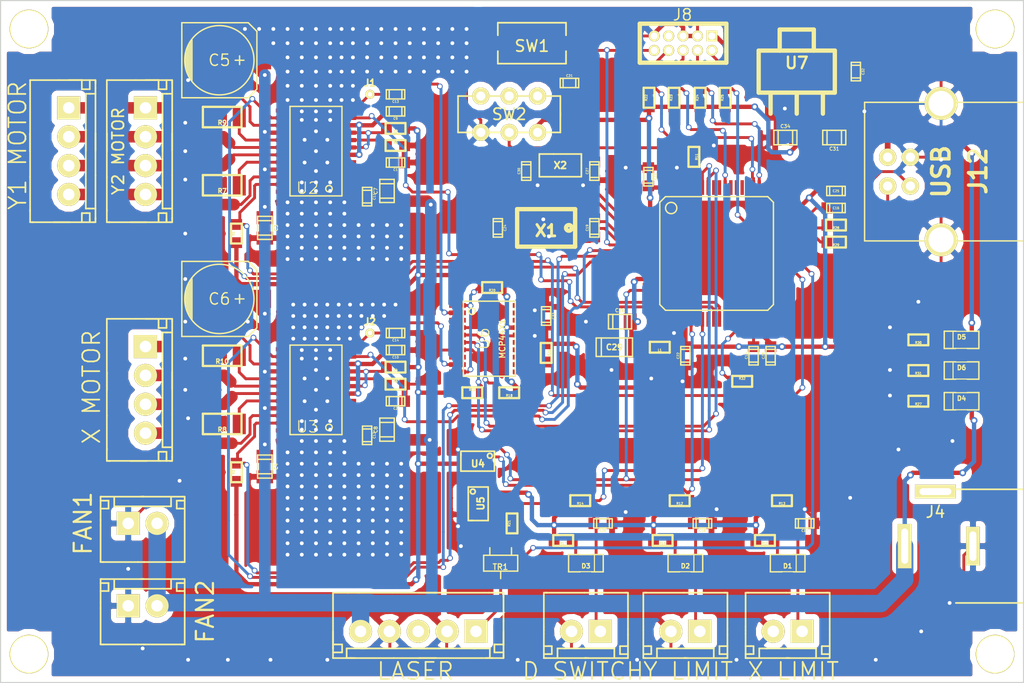
<source format=kicad_pcb>
(kicad_pcb (version 3) (host pcbnew "(2013-07-07 BZR 4022)-stable")
  (title_block (title LaserMiniBoard) (rev 1.0.0) (company "smartDIYs Co.,Ltd.") (comment 1 http://www.smartdiys.com/))
  (layers (15 F.Cu signal hide) (0 B.Cu signal hide) (18 B.Paste user) (19 F.Paste user) (20 B.SilkS user) (21 F.SilkS user) (22 B.Mask user) (23 F.Mask user) (28 Edge.Cuts user))
  (net 0 "")
  (net 1 +3.3V)
  (net 2 BOOT0)
  (net 3 D_SWITCH)
  (net 4 GND)
  (net 5 LASER_OUT)
  (net 6 N-000001)
  (net 7 N-0000012)
  (net 8 N-0000013)
  (net 9 N-0000016)
  (net 10 N-0000019)
  (net 11 N-000002)
  (net 12 N-0000021)
  (net 13 N-0000022)
  (net 14 N-0000024)
  (net 15 N-0000025)
  (net 16 N-0000026)
  (net 17 N-0000027)
  (net 18 N-0000029)
  (net 19 N-000003)
  (net 20 N-0000033)
  (net 21 N-0000037)
  (net 22 N-0000038)
  (net 23 N-0000039)
  (net 24 N-000004)
  (net 25 N-0000040)
  (net 26 N-0000041)
  (net 27 N-0000044)
  (net 28 N-0000048)
  (net 29 N-0000049)
  (net 30 N-000005)
  (net 31 N-0000050)
  (net 32 N-0000051)
  (net 33 N-0000052)
  (net 34 N-0000056)
  (net 35 N-0000057)
  (net 36 N-0000062)
  (net 37 N-0000063)
  (net 38 N-0000064)
  (net 39 OSC32_IN)
  (net 40 OSC32_OUT)
  (net 41 OSC_IN)
  (net 42 OSC_OUT)
  (net 43 RESET)
  (net 44 SCL0)
  (net 45 SDA0)
  (net 46 TCK)
  (net 47 TDI)
  (net 48 TDO)
  (net 49 TMS)
  (net 50 USBM)
  (net 51 USBP)
  (net 52 VBUS)
  (net 53 VDDA)
  (net 54 V_IN)
  (net 55 X_DIR)
  (net 56 X_EN)
  (net 57 X_LIMIT)
  (net 58 X_MOT_1A)
  (net 59 X_MOT_1B)
  (net 60 X_MOT_2A)
  (net 61 X_MOT_2B)
  (net 62 X_REF)
  (net 63 X_STEP)
  (net 64 Y_DIR)
  (net 65 Y_EN)
  (net 66 Y_LIMIT)
  (net 67 Y_MOT_1A)
  (net 68 Y_MOT_1B)
  (net 69 Y_MOT_2A)
  (net 70 Y_MOT_2B)
  (net 71 Y_REF)
  (net 72 Y_STEP)
  (module Xtal_5x3.2 (layer F.Cu) (at 67.25 40.75 180)
    (fp_text reference X1 (at 0 -0.25 180) (layer F.SilkS) (effects (font (thickness 0.25))))
    (fp_text value CRYSTAL_4PIN hide)
    (pad 1 smd rect (at -1.99898 1.19888 180) (size 1.80086 1.19888) (layers F.Cu F.Paste F.Mask) (net 41 OSC_IN))
    (pad 2 smd rect (at 1.99898 1.19888 180) (size 1.80086 1.19888) (layers F.Cu F.Paste F.Mask) (net 4 GND))
    (pad 3 smd rect (at 1.99898 -1.19888 180) (size 1.80086 1.19888) (layers F.Cu F.Paste F.Mask) (net 42 OSC_OUT))
    (pad 4 smd rect (at -1.99898 -1.19888 180) (size 1.80086 1.19888) (layers F.Cu F.Paste F.Mask) (net 4 GND))
  )
  (module Vref (layer F.Cu) (at 51.75 50)
    (fp_text reference J2 (at 0 -1.00076) (layer F.SilkS) (effects (font (size 0.59944 0.59944) (thickness 0.14986))))
    (fp_text value "X VREF" hide)
    (pad 1 thru_hole circle (at 0 0) (size 0.8001 0.8001) (drill 0.39878) (layers *.Cu *.Mask F.SilkS) (net 62 X_REF))
  )
  (module Vref (layer F.Cu) (at 51.75 29)
    (fp_text reference J1 (at 0 -1.00076) (layer F.SilkS) (effects (font (size 0.59944 0.59944) (thickness 0.14986))))
    (fp_text value "Y VREF" hide)
    (pad 1 thru_hole circle (at 0 0) (size 0.8001 0.8001) (drill 0.39878) (layers *.Cu *.Mask F.SilkS) (net 71 Y_REF))
  )
  (module USB_B (layer F.Cu) (at 102 35.8 90)
    (fp_text reference J12 (at 0.05 3.25 90) (layer F.SilkS) (effects (font (size 1.524 1.524) (thickness 0.3048))))
    (fp_text value USB (at 0 0 90) (layer F.SilkS) (effects (font (size 1.524 1.524) (thickness 0.3048))))
    (pad 1 thru_hole circle (at 1.27 -4.699 90) (size 1.524 1.524) (drill 0.8128) (layers *.Cu *.Mask F.SilkS) (net 52 VBUS))
    (pad 2 thru_hole circle (at -1.27 -4.699 90) (size 1.524 1.524) (drill 0.8128) (layers *.Cu *.Mask F.SilkS) (net 31 N-0000050))
    (pad 3 thru_hole circle (at -1.27 -2.70002 90) (size 1.524 1.524) (drill 0.8128) (layers *.Cu *.Mask F.SilkS) (net 32 N-0000051))
    (pad 4 thru_hole circle (at 1.27 -2.70002 90) (size 1.524 1.524) (drill 0.8128) (layers *.Cu *.Mask F.SilkS) (net 4 GND))
    (pad 5 thru_hole circle (at 5.99948 0 90) (size 2.9 2.9) (drill 2.2) (layers *.Cu *.Mask F.SilkS) (net 4 GND))
    (pad 6 thru_hole circle (at -5.99948 0 90) (size 2.9 2.9) (drill 2.2) (layers *.Cu *.Mask F.SilkS) (net 4 GND))
  )
  (module TSSOP-24-thin_pads (layer F.Cu) (at 47 55 90)
    (fp_text reference U3 (at -3.25 -0.75 180) (layer F.SilkS) (effects (font (thickness 0.09906))))
    (fp_text value A4982SLPTR hide)
    (pad 6 smd rect (at -0.32512 2.79908 90) (size 0.3691 1.47066) (layers F.Cu F.Paste F.Mask) (net 1 +3.3V))
    (pad 7 smd rect (at 0.32512 2.79908 90) (size 0.3691 1.47066) (layers F.Cu F.Paste F.Mask) (net 26 N-0000041))
    (pad 8 smd rect (at 0.97536 2.79908 90) (size 0.3691 1.47066) (layers F.Cu F.Paste F.Mask) (net 25 N-0000040))
    (pad 9 smd rect (at 1.6256 2.79908 90) (size 0.3691 1.47066) (layers F.Cu F.Paste F.Mask) (net 26 N-0000041))
    (pad 22 smd rect (at -2.26568 -2.794 90) (size 0.3691 1.47066) (layers F.Cu F.Paste F.Mask) (net 61 X_MOT_2B))
    (pad 3 smd rect (at -2.27584 2.79908 90) (size 0.3691 1.47066) (layers F.Cu F.Paste F.Mask) (net 27 N-0000044))
    (pad 4 smd rect (at -1.6256 2.79908 90) (size 0.3691 1.47066) (layers F.Cu F.Paste F.Mask) (net 23 N-0000039))
    (pad 5 smd rect (at -0.97536 2.79908 90) (size 0.3691 1.47066) (layers F.Cu F.Paste F.Mask) (net 1 +3.3V))
    (pad 15 smd rect (at 2.27584 -2.79908 90) (size 0.3691 1.47066) (layers F.Cu F.Paste F.Mask) (net 59 X_MOT_1B))
    (pad 16 smd rect (at 1.6256 -2.79908 90) (size 0.3691 1.47066) (layers F.Cu F.Paste F.Mask) (net 54 V_IN))
    (pad 17 smd rect (at 0.97536 -2.79908 90) (size 0.3691 1.47066) (layers F.Cu F.Paste F.Mask) (net 21 N-0000037))
    (pad 18 smd rect (at 0.32512 -2.79908 90) (size 0.3691 1.47066) (layers F.Cu F.Paste F.Mask) (net 58 X_MOT_1A))
    (pad 19 smd rect (at -0.32512 -2.79908 90) (size 0.3691 1.47066) (layers F.Cu F.Paste F.Mask) (net 60 X_MOT_2A))
    (pad 20 smd rect (at -0.97536 -2.79908 90) (size 0.3691 1.47066) (layers F.Cu F.Paste F.Mask) (net 22 N-0000038))
    (pad 10 smd rect (at 2.27584 2.79908 90) (size 0.3691 1.47066) (layers F.Cu F.Paste F.Mask) (net 1 +3.3V))
    (pad 21 smd rect (at -1.6256 -2.794 90) (size 0.3691 1.47066) (layers F.Cu F.Paste F.Mask) (net 54 V_IN))
    (pad 2 smd rect (at -2.92608 2.79908 90) (size 0.3691 1.47066) (layers F.Cu F.Paste F.Mask) (net 15 N-0000025))
    (pad 11 smd rect (at 2.92608 2.79908 90) (size 0.3691 1.47066) (layers F.Cu F.Paste F.Mask) (net 63 X_STEP))
    (pad 14 smd rect (at 2.92608 -2.79908 90) (size 0.3691 1.47066) (layers F.Cu F.Paste F.Mask) (net 55 X_DIR))
    (pad 23 smd rect (at -2.92608 -2.79908 90) (size 0.3691 1.47066) (layers F.Cu F.Paste F.Mask) (net 56 X_EN))
    (pad 1 smd rect (at -3.57378 2.79908 90) (size 0.3691 1.47066) (layers F.Cu F.Paste F.Mask) (net 14 N-0000024))
    (pad 12 smd rect (at 3.57378 2.79908 90) (size 0.3691 1.47066) (layers F.Cu F.Paste F.Mask) (net 62 X_REF))
    (pad 13 smd rect (at 3.57378 -2.79908 90) (size 0.3691 1.47066) (layers F.Cu F.Paste F.Mask) (net 4 GND))
    (pad 24 smd rect (at -3.57378 -2.79908 90) (size 0.3691 1.47066) (layers F.Cu F.Paste F.Mask) (net 4 GND))
    (pad 25 smd rect (at 0 0 90) (size 4.32054 2.99974) (layers F.Cu F.Paste F.Mask) (net 4 GND))
  )
  (module TSSOP-24-thin_pads (layer F.Cu) (at 47 34 90)
    (fp_text reference U2 (at -3.25 -0.75 180) (layer F.SilkS) (effects (font (thickness 0.09906))))
    (fp_text value A4982SLPTR hide)
    (pad 6 smd rect (at -0.32512 2.79908 90) (size 0.3691 1.47066) (layers F.Cu F.Paste F.Mask) (net 1 +3.3V))
    (pad 7 smd rect (at 0.32512 2.79908 90) (size 0.3691 1.47066) (layers F.Cu F.Paste F.Mask) (net 6 N-000001))
    (pad 8 smd rect (at 0.97536 2.79908 90) (size 0.3691 1.47066) (layers F.Cu F.Paste F.Mask) (net 19 N-000003))
    (pad 9 smd rect (at 1.6256 2.79908 90) (size 0.3691 1.47066) (layers F.Cu F.Paste F.Mask) (net 6 N-000001))
    (pad 22 smd rect (at -2.26568 -2.794 90) (size 0.3691 1.47066) (layers F.Cu F.Paste F.Mask) (net 70 Y_MOT_2B))
    (pad 3 smd rect (at -2.27584 2.79908 90) (size 0.3691 1.47066) (layers F.Cu F.Paste F.Mask) (net 11 N-000002))
    (pad 4 smd rect (at -1.6256 2.79908 90) (size 0.3691 1.47066) (layers F.Cu F.Paste F.Mask) (net 24 N-000004))
    (pad 5 smd rect (at -0.97536 2.79908 90) (size 0.3691 1.47066) (layers F.Cu F.Paste F.Mask) (net 1 +3.3V))
    (pad 15 smd rect (at 2.27584 -2.79908 90) (size 0.3691 1.47066) (layers F.Cu F.Paste F.Mask) (net 68 Y_MOT_1B))
    (pad 16 smd rect (at 1.6256 -2.79908 90) (size 0.3691 1.47066) (layers F.Cu F.Paste F.Mask) (net 54 V_IN))
    (pad 17 smd rect (at 0.97536 -2.79908 90) (size 0.3691 1.47066) (layers F.Cu F.Paste F.Mask) (net 30 N-000005))
    (pad 18 smd rect (at 0.32512 -2.79908 90) (size 0.3691 1.47066) (layers F.Cu F.Paste F.Mask) (net 67 Y_MOT_1A))
    (pad 19 smd rect (at -0.32512 -2.79908 90) (size 0.3691 1.47066) (layers F.Cu F.Paste F.Mask) (net 69 Y_MOT_2A))
    (pad 20 smd rect (at -0.97536 -2.79908 90) (size 0.3691 1.47066) (layers F.Cu F.Paste F.Mask) (net 7 N-0000012))
    (pad 10 smd rect (at 2.27584 2.79908 90) (size 0.3691 1.47066) (layers F.Cu F.Paste F.Mask) (net 1 +3.3V))
    (pad 21 smd rect (at -1.6256 -2.794 90) (size 0.3691 1.47066) (layers F.Cu F.Paste F.Mask) (net 54 V_IN))
    (pad 2 smd rect (at -2.92608 2.79908 90) (size 0.3691 1.47066) (layers F.Cu F.Paste F.Mask) (net 16 N-0000026))
    (pad 11 smd rect (at 2.92608 2.79908 90) (size 0.3691 1.47066) (layers F.Cu F.Paste F.Mask) (net 72 Y_STEP))
    (pad 14 smd rect (at 2.92608 -2.79908 90) (size 0.3691 1.47066) (layers F.Cu F.Paste F.Mask) (net 64 Y_DIR))
    (pad 23 smd rect (at -2.92608 -2.79908 90) (size 0.3691 1.47066) (layers F.Cu F.Paste F.Mask) (net 65 Y_EN))
    (pad 1 smd rect (at -3.57378 2.79908 90) (size 0.3691 1.47066) (layers F.Cu F.Paste F.Mask) (net 17 N-0000027))
    (pad 12 smd rect (at 3.57378 2.79908 90) (size 0.3691 1.47066) (layers F.Cu F.Paste F.Mask) (net 71 Y_REF))
    (pad 13 smd rect (at 3.57378 -2.79908 90) (size 0.3691 1.47066) (layers F.Cu F.Paste F.Mask) (net 4 GND))
    (pad 24 smd rect (at -3.57378 -2.79908 90) (size 0.3691 1.47066) (layers F.Cu F.Paste F.Mask) (net 4 GND))
    (pad 25 smd rect (at 0 0 90) (size 4.32054 2.99974) (layers F.Cu F.Paste F.Mask) (net 4 GND))
  )
  (module TSSOP-20 (layer F.Cu) (at 62.25 50.5 270)
    (fp_text reference U6 (at 0 0.508 270) (layer F.SilkS) (effects (font (thickness 0.09906))))
    (fp_text value MCP44X1 (at 0 -1.143 270) (layer F.SilkS) (effects (font (size 0.50038 0.50038) (thickness 0.09906))))
    (pad 5 smd rect (at -0.32512 2.79908 270) (size 0.4191 1.47066) (layers F.Cu F.Paste F.Mask) (net 44 SCL0))
    (pad 6 smd rect (at 0.32512 2.79908 270) (size 0.4191 1.47066) (layers F.Cu F.Paste F.Mask) (net 45 SDA0))
    (pad 7 smd rect (at 0.97536 2.79908 270) (size 0.4191 1.47066) (layers F.Cu F.Paste F.Mask) (net 4 GND))
    (pad 8 smd rect (at 1.6256 2.79908 270) (size 0.4191 1.47066) (layers F.Cu F.Paste F.Mask) (net 4 GND))
    (pad 19 smd rect (at -2.26568 -2.794 270) (size 0.4191 1.47066) (layers F.Cu F.Paste F.Mask))
    (pad 2 smd rect (at -2.27584 2.79908 270) (size 0.4191 1.47066) (layers F.Cu F.Paste F.Mask) (net 71 Y_REF))
    (pad 3 smd rect (at -1.6256 2.79908 270) (size 0.4191 1.47066) (layers F.Cu F.Paste F.Mask) (net 4 GND))
    (pad 4 smd rect (at -0.97536 2.79908 270) (size 0.4191 1.47066) (layers F.Cu F.Paste F.Mask) (net 4 GND))
    (pad 12 smd rect (at 2.27584 -2.79908 270) (size 0.4191 1.47066) (layers F.Cu F.Paste F.Mask))
    (pad 13 smd rect (at 1.6256 -2.79908 270) (size 0.4191 1.47066) (layers F.Cu F.Paste F.Mask))
    (pad 14 smd rect (at 0.97536 -2.79908 270) (size 0.4191 1.47066) (layers F.Cu F.Paste F.Mask))
    (pad 15 smd rect (at 0.32512 -2.79908 270) (size 0.4191 1.47066) (layers F.Cu F.Paste F.Mask) (net 13 N-0000022))
    (pad 16 smd rect (at -0.32512 -2.79908 270) (size 0.4191 1.47066) (layers F.Cu F.Paste F.Mask) (net 4 GND))
    (pad 17 smd rect (at -0.97536 -2.79908 270) (size 0.4191 1.47066) (layers F.Cu F.Paste F.Mask) (net 1 +3.3V))
    (pad 9 smd rect (at 2.27584 2.79908 270) (size 0.4191 1.47066) (layers F.Cu F.Paste F.Mask) (net 62 X_REF))
    (pad 18 smd rect (at -1.6256 -2.794 270) (size 0.4191 1.47066) (layers F.Cu F.Paste F.Mask))
    (pad 1 smd rect (at -2.92608 2.79908 270) (size 0.4191 1.47066) (layers F.Cu F.Paste F.Mask) (net 9 N-0000016))
    (pad 10 smd rect (at 2.92608 2.79908 270) (size 0.4191 1.47066) (layers F.Cu F.Paste F.Mask) (net 9 N-0000016))
    (pad 11 smd rect (at 2.92608 -2.79908 270) (size 0.4191 1.47066) (layers F.Cu F.Paste F.Mask))
    (pad 20 smd rect (at -2.92608 -2.79908 270) (size 0.4191 1.47066) (layers F.Cu F.Paste F.Mask))
  )
  (module TSOP-5 (layer F.Cu) (at 61.25 61.25 270)
    (fp_text reference U4 (at 0.25 0 360) (layer F.SilkS) (effects (font (size 0.6 0.6))))
    (fp_text value 74VHC1GT08 hide)
    (pad 1 smd rect (at -1.2 -0.95 270) (size 1 0.55) (layers F.Cu F.Paste F.Mask) (net 57 X_LIMIT))
    (pad 2 smd rect (at -1.2 0 270) (size 1 0.55) (layers F.Cu F.Paste F.Mask) (net 66 Y_LIMIT))
    (pad 3 smd rect (at -1.2 0.95 270) (size 1 0.55) (layers F.Cu F.Paste F.Mask) (net 4 GND))
    (pad 4 smd rect (at 1.2 0.95 270) (size 1 0.55) (layers F.Cu F.Paste F.Mask) (net 33 N-0000052))
    (pad 5 smd rect (at 1.2 -0.95 270) (size 1 0.55) (layers F.Cu F.Paste F.Mask) (net 1 +3.3V))
  )
  (module TSOP-5 (layer F.Cu) (at 61.25 65)
    (fp_text reference U5 (at 0.25 0 90) (layer F.SilkS) (effects (font (size 0.6 0.6))))
    (fp_text value 74HC1G00 hide)
    (pad 1 smd rect (at -1.2 -0.95) (size 1 0.55) (layers F.Cu F.Paste F.Mask) (net 33 N-0000052))
    (pad 2 smd rect (at -1.2 0) (size 1 0.55) (layers F.Cu F.Paste F.Mask) (net 3 D_SWITCH))
    (pad 3 smd rect (at -1.2 0.95) (size 1 0.55) (layers F.Cu F.Paste F.Mask) (net 4 GND))
    (pad 4 smd rect (at 1.2 0.95) (size 1 0.55) (layers F.Cu F.Paste F.Mask) (net 38 N-0000064))
    (pad 5 smd rect (at 1.2 -0.95) (size 1 0.55) (layers F.Cu F.Paste F.Mask) (net 1 +3.3V))
  )
  (module SOT-23 (layer F.Cu) (at 63.25 70.25 180)
    (fp_text reference TR1 (at 0.0254 -0.3302 180) (layer F.SilkS) (effects (font (size 0.50038 0.50038) (thickness 0.09906))))
    (fp_text value BSH105 hide)
    (pad G smd rect (at -0.9525 1.05664 180) (size 0.59944 1.00076) (layers F.Cu F.Paste F.Mask) (net 37 N-0000063))
    (pad D smd rect (at 0 -1.05664 180) (size 0.59944 1.00076) (layers F.Cu F.Paste F.Mask) (net 5 LASER_OUT))
    (pad S smd rect (at 0.9525 1.05664 180) (size 0.59944 1.00076) (layers F.Cu F.Paste F.Mask) (net 4 GND))
  )
  (module SOT-223 (layer F.Cu) (at 89.3 27)
    (fp_text reference U7 (at 0 -0.762) (layer F.SilkS) (effects (font (size 1.016 1.016) (thickness 0.2032))))
    (fp_text value LD1117S33TR hide)
    (pad 4 smd rect (at 0 -3.302) (size 3.6576 2.032) (layers F.Cu F.Paste F.Mask))
    (pad 2 smd rect (at 0 3.302) (size 1.016 2.032) (layers F.Cu F.Paste F.Mask) (net 1 +3.3V))
    (pad 3 smd rect (at 2.286 3.302) (size 1.016 2.032) (layers F.Cu F.Paste F.Mask) (net 52 VBUS))
    (pad 1 smd rect (at -2.286 3.302) (size 1.016 2.032) (layers F.Cu F.Paste F.Mask) (net 4 GND))
  )
  (module R_1206 (layer F.Cu) (at 38.75 31 180)
    (fp_text reference R9 (at 0 -0.50038 180) (layer F.SilkS) (effects (font (size 0.39878 0.39878) (thickness 0.09906))))
    (fp_text value 0R1 hide)
    (pad 1 smd rect (at -1.50114 0 180) (size 1.15062 1.80086) (layers F.Cu F.Paste F.Mask) (net 30 N-000005))
    (pad 2 smd rect (at 1.50114 0 180) (size 1.15062 1.80086) (layers F.Cu F.Paste F.Mask) (net 4 GND))
  )
  (module R_1206 (layer F.Cu) (at 38.75 37 180)
    (fp_text reference R7 (at 0 -0.50038 180) (layer F.SilkS) (effects (font (size 0.39878 0.39878) (thickness 0.09906))))
    (fp_text value 0R1 hide)
    (pad 1 smd rect (at -1.50114 0 180) (size 1.15062 1.80086) (layers F.Cu F.Paste F.Mask) (net 7 N-0000012))
    (pad 2 smd rect (at 1.50114 0 180) (size 1.15062 1.80086) (layers F.Cu F.Paste F.Mask) (net 4 GND))
  )
  (module R_1206 (layer F.Cu) (at 38.75 58 180)
    (fp_text reference R8 (at 0 -0.50038 180) (layer F.SilkS) (effects (font (size 0.39878 0.39878) (thickness 0.09906))))
    (fp_text value 0R1 hide)
    (pad 1 smd rect (at -1.50114 0 180) (size 1.15062 1.80086) (layers F.Cu F.Paste F.Mask) (net 22 N-0000038))
    (pad 2 smd rect (at 1.50114 0 180) (size 1.15062 1.80086) (layers F.Cu F.Paste F.Mask) (net 4 GND))
  )
  (module R_1206 (layer F.Cu) (at 38.75 52 180)
    (fp_text reference R10 (at 0 -0.50038 180) (layer F.SilkS) (effects (font (size 0.39878 0.39878) (thickness 0.09906))))
    (fp_text value 0R1 hide)
    (pad 1 smd rect (at -1.50114 0 180) (size 1.15062 1.80086) (layers F.Cu F.Paste F.Mask) (net 21 N-0000037))
    (pad 2 smd rect (at 1.50114 0 180) (size 1.15062 1.80086) (layers F.Cu F.Paste F.Mask) (net 4 GND))
  )
  (module R_0603 (layer F.Cu) (at 54 32 180)
    (fp_text reference R2 (at 0 -0.24892 180) (layer F.SilkS) (effects (font (size 0.20066 0.20066) (thickness 0.0508))))
    (fp_text value 10k hide)
    (pad 1 smd rect (at -0.8001 0 180) (size 0.94996 1.00076) (layers F.Cu F.Paste F.Mask) (net 1 +3.3V))
    (pad 2 smd rect (at 0.8001 0 180) (size 0.94996 1.00076) (layers F.Cu F.Paste F.Mask) (net 6 N-000001))
  )
  (module R_0603 (layer F.Cu) (at 92.75 40.5 180)
    (fp_text reference R28 (at 0 -0.24892 180) (layer F.SilkS) (effects (font (size 0.20066 0.20066) (thickness 0.0508))))
    (fp_text value 22R hide)
    (pad 1 smd rect (at -0.8001 0 180) (size 0.94996 1.00076) (layers F.Cu F.Paste F.Mask) (net 32 N-0000051))
    (pad 2 smd rect (at 0.8001 0 180) (size 0.94996 1.00076) (layers F.Cu F.Paste F.Mask) (net 51 USBP))
  )
  (module R_0603 (layer F.Cu) (at 40 41.25 90)
    (fp_text reference R1 (at 0 -0.24892 90) (layer F.SilkS) (effects (font (size 0.20066 0.20066) (thickness 0.0508))))
    (fp_text value 100k hide)
    (pad 1 smd rect (at -0.8001 0 90) (size 0.94996 1.00076) (layers F.Cu F.Paste F.Mask) (net 1 +3.3V))
    (pad 2 smd rect (at 0.8001 0 90) (size 0.94996 1.00076) (layers F.Cu F.Paste F.Mask) (net 65 Y_EN))
  )
  (module R_0603 (layer F.Cu) (at 40 62.25 90)
    (fp_text reference R3 (at 0 -0.24892 90) (layer F.SilkS) (effects (font (size 0.20066 0.20066) (thickness 0.0508))))
    (fp_text value 100k hide)
    (pad 1 smd rect (at -0.8001 0 90) (size 0.94996 1.00076) (layers F.Cu F.Paste F.Mask) (net 1 +3.3V))
    (pad 2 smd rect (at 0.8001 0 90) (size 0.94996 1.00076) (layers F.Cu F.Paste F.Mask) (net 56 X_EN))
  )
  (module R_0603 (layer F.Cu) (at 92.75 42 180)
    (fp_text reference R29 (at 0 -0.24892 180) (layer F.SilkS) (effects (font (size 0.20066 0.20066) (thickness 0.0508))))
    (fp_text value 22R hide)
    (pad 1 smd rect (at -0.8001 0 180) (size 0.94996 1.00076) (layers F.Cu F.Paste F.Mask) (net 31 N-0000050))
    (pad 2 smd rect (at 0.8001 0 180) (size 0.94996 1.00076) (layers F.Cu F.Paste F.Mask) (net 50 USBM))
  )
  (module R_0603 (layer F.Cu) (at 54 53 180)
    (fp_text reference R4 (at 0 -0.24892 180) (layer F.SilkS) (effects (font (size 0.20066 0.20066) (thickness 0.0508))))
    (fp_text value 10k hide)
    (pad 1 smd rect (at -0.8001 0 180) (size 0.94996 1.00076) (layers F.Cu F.Paste F.Mask) (net 1 +3.3V))
    (pad 2 smd rect (at 0.8001 0 180) (size 0.94996 1.00076) (layers F.Cu F.Paste F.Mask) (net 26 N-0000041))
  )
  (module R_0603 (layer F.Cu) (at 100 53.3 180)
    (fp_text reference R31 (at 0 -0.24892 180) (layer F.SilkS) (effects (font (size 0.20066 0.20066) (thickness 0.0508))))
    (fp_text value 470R hide)
    (pad 1 smd rect (at -0.8001 0 180) (size 0.94996 1.00076) (layers F.Cu F.Paste F.Mask) (net 20 N-0000033))
    (pad 2 smd rect (at 0.8001 0 180) (size 0.94996 1.00076) (layers F.Cu F.Paste F.Mask) (net 4 GND))
  )
  (module R_0603 (layer F.Cu) (at 54 54.5)
    (fp_text reference R6 (at 0 -0.24892) (layer F.SilkS) (effects (font (size 0.20066 0.20066) (thickness 0.0508))))
    (fp_text value 0R hide)
    (pad 1 smd rect (at -0.8001 0) (size 0.94996 1.00076) (layers F.Cu F.Paste F.Mask) (net 25 N-0000040))
    (pad 2 smd rect (at 0.8001 0) (size 0.94996 1.00076) (layers F.Cu F.Paste F.Mask) (net 4 GND))
  )
  (module R_0603 (layer F.Cu) (at 78.5 29.3 90)
    (fp_text reference R23 (at 0 -0.24892 90) (layer F.SilkS) (effects (font (size 0.20066 0.20066) (thickness 0.0508))))
    (fp_text value 10k hide)
    (pad 1 smd rect (at -0.8001 0 90) (size 0.94996 1.00076) (layers F.Cu F.Paste F.Mask) (net 1 +3.3V))
    (pad 2 smd rect (at 0.8001 0 90) (size 0.94996 1.00076) (layers F.Cu F.Paste F.Mask) (net 48 TDO))
  )
  (module R_0603 (layer F.Cu) (at 68.75 68.25 180)
    (fp_text reference R17 (at 0 -0.24892 180) (layer F.SilkS) (effects (font (size 0.20066 0.20066) (thickness 0.0508))))
    (fp_text value 470R hide)
    (pad 1 smd rect (at -0.8001 0 180) (size 0.94996 1.00076) (layers F.Cu F.Paste F.Mask) (net 8 N-0000013))
    (pad 2 smd rect (at 0.8001 0 180) (size 0.94996 1.00076) (layers F.Cu F.Paste F.Mask) (net 1 +3.3V))
  )
  (module R_0603 (layer F.Cu) (at 76.3 29.3 90)
    (fp_text reference R22 (at 0 -0.24892 90) (layer F.SilkS) (effects (font (size 0.20066 0.20066) (thickness 0.0508))))
    (fp_text value 10k hide)
    (pad 1 smd rect (at -0.8001 0 90) (size 0.94996 1.00076) (layers F.Cu F.Paste F.Mask) (net 1 +3.3V))
    (pad 2 smd rect (at 0.8001 0 90) (size 0.94996 1.00076) (layers F.Cu F.Paste F.Mask) (net 47 TDI))
  )
  (module R_0603 (layer F.Cu) (at 80.8 29.3 90)
    (fp_text reference R24 (at 0 -0.24892 90) (layer F.SilkS) (effects (font (size 0.20066 0.20066) (thickness 0.0508))))
    (fp_text value 10k hide)
    (pad 1 smd rect (at -0.8001 0 90) (size 0.94996 1.00076) (layers F.Cu F.Paste F.Mask) (net 1 +3.3V))
    (pad 2 smd rect (at 0.8001 0 90) (size 0.94996 1.00076) (layers F.Cu F.Paste F.Mask) (net 46 TCK))
  )
  (module R_0603 (layer F.Cu) (at 83 29.3 90)
    (fp_text reference R25 (at 0 -0.24892 90) (layer F.SilkS) (effects (font (size 0.20066 0.20066) (thickness 0.0508))))
    (fp_text value 10k hide)
    (pad 1 smd rect (at -0.8001 0 90) (size 0.94996 1.00076) (layers F.Cu F.Paste F.Mask) (net 1 +3.3V))
    (pad 2 smd rect (at 0.8001 0 90) (size 0.94996 1.00076) (layers F.Cu F.Paste F.Mask) (net 49 TMS))
  )
  (module R_0603 (layer F.Cu) (at 100 56 180)
    (fp_text reference R27 (at 0 -0.24892 180) (layer F.SilkS) (effects (font (size 0.20066 0.20066) (thickness 0.0508))))
    (fp_text value 4k7 hide)
    (pad 1 smd rect (at -0.8001 0 180) (size 0.94996 1.00076) (layers F.Cu F.Paste F.Mask) (net 18 N-0000029))
    (pad 2 smd rect (at 0.8001 0 180) (size 0.94996 1.00076) (layers F.Cu F.Paste F.Mask) (net 4 GND))
  )
  (module R_0603 (layer F.Cu) (at 64.25 66.75 90)
    (fp_text reference R21 (at 0 -0.24892 90) (layer F.SilkS) (effects (font (size 0.20066 0.20066) (thickness 0.0508))))
    (fp_text value 100R hide)
    (pad 1 smd rect (at -0.8001 0 90) (size 0.94996 1.00076) (layers F.Cu F.Paste F.Mask) (net 37 N-0000063))
    (pad 2 smd rect (at 0.8001 0 90) (size 0.94996 1.00076) (layers F.Cu F.Paste F.Mask) (net 38 N-0000064))
  )
  (module R_0603 (layer F.Cu) (at 70.25 64.75 180)
    (fp_text reference R14 (at 0 -0.24892 180) (layer F.SilkS) (effects (font (size 0.20066 0.20066) (thickness 0.0508))))
    (fp_text value 10k hide)
    (pad 1 smd rect (at -0.8001 0 180) (size 0.94996 1.00076) (layers F.Cu F.Paste F.Mask) (net 3 D_SWITCH))
    (pad 2 smd rect (at 0.8001 0 180) (size 0.94996 1.00076) (layers F.Cu F.Paste F.Mask) (net 1 +3.3V))
  )
  (module R_0603 (layer F.Cu) (at 79 64.75 180)
    (fp_text reference R12 (at 0 -0.24892 180) (layer F.SilkS) (effects (font (size 0.20066 0.20066) (thickness 0.0508))))
    (fp_text value 10k hide)
    (pad 1 smd rect (at -0.8001 0 180) (size 0.94996 1.00076) (layers F.Cu F.Paste F.Mask) (net 66 Y_LIMIT))
    (pad 2 smd rect (at 0.8001 0 180) (size 0.94996 1.00076) (layers F.Cu F.Paste F.Mask) (net 1 +3.3V))
  )
  (module R_0603 (layer F.Cu) (at 88 64.75 180)
    (fp_text reference R13 (at 0 -0.24892 180) (layer F.SilkS) (effects (font (size 0.20066 0.20066) (thickness 0.0508))))
    (fp_text value 10k hide)
    (pad 1 smd rect (at -0.8001 0 180) (size 0.94996 1.00076) (layers F.Cu F.Paste F.Mask) (net 57 X_LIMIT))
    (pad 2 smd rect (at 0.8001 0 180) (size 0.94996 1.00076) (layers F.Cu F.Paste F.Mask) (net 1 +3.3V))
  )
  (module R_0603 (layer F.Cu) (at 62.5 46 180)
    (fp_text reference R20 (at 0 -0.24892 180) (layer F.SilkS) (effects (font (size 0.20066 0.20066) (thickness 0.0508))))
    (fp_text value 2k7 hide)
    (pad 1 smd rect (at -0.8001 0 180) (size 0.94996 1.00076) (layers F.Cu F.Paste F.Mask) (net 1 +3.3V))
    (pad 2 smd rect (at 0.8001 0 180) (size 0.94996 1.00076) (layers F.Cu F.Paste F.Mask) (net 9 N-0000016))
  )
  (module R_0603 (layer F.Cu) (at 54 33.5)
    (fp_text reference R5 (at 0 -0.24892) (layer F.SilkS) (effects (font (size 0.20066 0.20066) (thickness 0.0508))))
    (fp_text value 0R hide)
    (pad 1 smd rect (at -0.8001 0) (size 0.94996 1.00076) (layers F.Cu F.Paste F.Mask) (net 19 N-000003))
    (pad 2 smd rect (at 0.8001 0) (size 0.94996 1.00076) (layers F.Cu F.Paste F.Mask) (net 4 GND))
  )
  (module R_0603 (layer F.Cu) (at 100 50.6 180)
    (fp_text reference R30 (at 0 -0.24892 180) (layer F.SilkS) (effects (font (size 0.20066 0.20066) (thickness 0.0508))))
    (fp_text value 1K hide)
    (pad 1 smd rect (at -0.8001 0 180) (size 0.94996 1.00076) (layers F.Cu F.Paste F.Mask) (net 36 N-0000062))
    (pad 2 smd rect (at 0.8001 0 180) (size 0.94996 1.00076) (layers F.Cu F.Paste F.Mask) (net 4 GND))
  )
  (module R_0603 (layer F.Cu) (at 64 55.25 180)
    (fp_text reference R18 (at 0 -0.24892 180) (layer F.SilkS) (effects (font (size 0.20066 0.20066) (thickness 0.0508))))
    (fp_text value 4k7 hide)
    (pad 1 smd rect (at -0.8001 0 180) (size 0.94996 1.00076) (layers F.Cu F.Paste F.Mask) (net 1 +3.3V))
    (pad 2 smd rect (at 0.8001 0 180) (size 0.94996 1.00076) (layers F.Cu F.Paste F.Mask) (net 44 SCL0))
  )
  (module R_0603 (layer F.Cu) (at 60.75 55.25)
    (fp_text reference R19 (at 0 -0.24892) (layer F.SilkS) (effects (font (size 0.20066 0.20066) (thickness 0.0508))))
    (fp_text value 4k7 hide)
    (pad 1 smd rect (at -0.8001 0) (size 0.94996 1.00076) (layers F.Cu F.Paste F.Mask) (net 1 +3.3V))
    (pad 2 smd rect (at 0.8001 0) (size 0.94996 1.00076) (layers F.Cu F.Paste F.Mask) (net 45 SDA0))
  )
  (module R_0603 (layer F.Cu) (at 77.25 51.25 180)
    (fp_text reference L1 (at 0 -0.24892 180) (layer F.SilkS) (effects (font (size 0.20066 0.20066) (thickness 0.0508))))
    (fp_text value "Ferrite bead" hide)
    (pad 1 smd rect (at -0.8001 0 180) (size 0.94996 1.00076) (layers F.Cu F.Paste F.Mask) (net 1 +3.3V))
    (pad 2 smd rect (at 0.8001 0 180) (size 0.94996 1.00076) (layers F.Cu F.Paste F.Mask) (net 53 VDDA))
  )
  (module R_0603 (layer F.Cu) (at 77.5 68.25 180)
    (fp_text reference R16 (at 0 -0.24892 180) (layer F.SilkS) (effects (font (size 0.20066 0.20066) (thickness 0.0508))))
    (fp_text value 470R hide)
    (pad 1 smd rect (at -0.8001 0 180) (size 0.94996 1.00076) (layers F.Cu F.Paste F.Mask) (net 12 N-0000021))
    (pad 2 smd rect (at 0.8001 0 180) (size 0.94996 1.00076) (layers F.Cu F.Paste F.Mask) (net 1 +3.3V))
  )
  (module R_0603 (layer F.Cu) (at 80.25 34.5 270)
    (fp_text reference R11 (at 0 -0.24892 270) (layer F.SilkS) (effects (font (size 0.20066 0.20066) (thickness 0.0508))))
    (fp_text value 10k hide)
    (pad 1 smd rect (at -0.8001 0 270) (size 0.94996 1.00076) (layers F.Cu F.Paste F.Mask) (net 34 N-0000056))
    (pad 2 smd rect (at 0.8001 0 270) (size 0.94996 1.00076) (layers F.Cu F.Paste F.Mask) (net 2 BOOT0))
  )
  (module R_0603 (layer F.Cu) (at 67.25 51.75 270)
    (fp_text reference R26 (at 0 -0.24892 270) (layer F.SilkS) (effects (font (size 0.20066 0.20066) (thickness 0.0508))))
    (fp_text value 10k hide)
    (pad 1 smd rect (at -0.8001 0 270) (size 0.94996 1.00076) (layers F.Cu F.Paste F.Mask) (net 1 +3.3V))
    (pad 2 smd rect (at 0.8001 0 270) (size 0.94996 1.00076) (layers F.Cu F.Paste F.Mask) (net 13 N-0000022))
  )
  (module R_0603 (layer F.Cu) (at 86.5 68.25 180)
    (fp_text reference R15 (at 0 -0.24892 180) (layer F.SilkS) (effects (font (size 0.20066 0.20066) (thickness 0.0508))))
    (fp_text value 470R hide)
    (pad 1 smd rect (at -0.8001 0 180) (size 0.94996 1.00076) (layers F.Cu F.Paste F.Mask) (net 10 N-0000019))
    (pad 2 smd rect (at 0.8001 0 180) (size 0.94996 1.00076) (layers F.Cu F.Paste F.Mask) (net 1 +3.3V))
  )
  (module MICRO_5x2 (layer F.Cu) (at 79.3 24.5 180)
    (fp_text reference J8 (at 0.05 2.5 180) (layer F.SilkS) (effects (font (thickness 0.12446))))
    (fp_text value JTAG hide)
    (pad 1 thru_hole rect (at -2.54 0.635 180) (size 0.97 0.97) (drill 0.6312) (layers *.Cu *.Mask F.SilkS) (net 1 +3.3V) (clearance 0.14986))
    (pad 2 thru_hole circle (at -2.54 -0.635 180) (size 0.97 0.97) (drill 0.6312) (layers *.Cu *.Mask F.SilkS) (net 49 TMS) (clearance 0.14986))
    (pad 3 thru_hole circle (at -1.27 0.635 180) (size 0.97 0.97) (drill 0.6312) (layers *.Cu *.Mask F.SilkS) (net 4 GND) (clearance 0.14986))
    (pad 4 thru_hole circle (at -1.27 -0.635 180) (size 0.97 0.97) (drill 0.6312) (layers *.Cu *.Mask F.SilkS) (net 46 TCK) (clearance 0.14986))
    (pad 5 thru_hole circle (at 0 0.635 180) (size 0.97 0.97) (drill 0.6312) (layers *.Cu *.Mask F.SilkS) (net 4 GND) (clearance 0.14986))
    (pad 6 thru_hole circle (at 0 -0.635 180) (size 0.97 0.97) (drill 0.6312) (layers *.Cu *.Mask F.SilkS) (net 48 TDO) (clearance 0.14986))
    (pad 7 thru_hole circle (at 1.27 0.635 180) (size 0.97 0.97) (drill 0.6312) (layers *.Cu *.Mask F.SilkS) (clearance 0.14986))
    (pad 8 thru_hole circle (at 1.27 -0.635 180) (size 0.97 0.97) (drill 0.6312) (layers *.Cu *.Mask F.SilkS) (net 47 TDI) (clearance 0.14986))
    (pad 9 thru_hole circle (at 2.54 0.635 180) (size 0.97 0.97) (drill 0.6312) (layers *.Cu *.Mask F.SilkS) (net 4 GND) (clearance 0.14986))
    (pad 10 thru_hole circle (at 2.54 -0.635 180) (size 0.97 0.97) (drill 0.6312) (layers *.Cu *.Mask F.SilkS) (net 43 RESET) (clearance 0.14986))
  )
  (module LQFP64 (layer F.Cu) (at 82.25 43)
    (fp_text reference U1)
    (fp_text value STM32F20XR hide)
    (pad 64 smd rect (at -3.74904 -5.79882) (size 0.29972 1.29794) (layers F.Cu F.Paste F.Mask) (net 1 +3.3V))
    (pad 63 smd rect (at -3.24866 -5.79882) (size 0.29972 1.29794) (layers F.Cu F.Paste F.Mask) (net 4 GND))
    (pad 62 smd rect (at -2.74828 -5.79882) (size 0.29972 1.29794) (layers F.Cu F.Paste F.Mask))
    (pad 61 smd rect (at -2.2479 -5.79882) (size 0.29972 1.29794) (layers F.Cu F.Paste F.Mask))
    (pad 60 smd rect (at -1.74752 -5.79882) (size 0.29972 1.29794) (layers F.Cu F.Paste F.Mask) (net 2 BOOT0))
    (pad 59 smd rect (at -1.24968 -5.79882) (size 0.29972 1.29794) (layers F.Cu F.Paste F.Mask) (net 45 SDA0))
    (pad 58 smd rect (at -0.7493 -5.79882) (size 0.29972 1.29794) (layers F.Cu F.Paste F.Mask) (net 44 SCL0))
    (pad 57 smd rect (at -0.24892 -5.79882) (size 0.29972 1.29794) (layers F.Cu F.Paste F.Mask))
    (pad 56 smd rect (at 0.24892 -5.79882) (size 0.29972 1.29794) (layers F.Cu F.Paste F.Mask))
    (pad 55 smd rect (at 0.7493 -5.79882) (size 0.29972 1.29794) (layers F.Cu F.Paste F.Mask) (net 48 TDO))
    (pad 54 smd rect (at 1.24968 -5.79882) (size 0.29972 1.29794) (layers F.Cu F.Paste F.Mask))
    (pad 53 smd rect (at 1.74752 -5.79882) (size 0.29972 1.29794) (layers F.Cu F.Paste F.Mask))
    (pad 52 smd rect (at 2.2479 -5.79882) (size 0.29972 1.29794) (layers F.Cu F.Paste F.Mask))
    (pad 51 smd rect (at 2.74828 -5.79882) (size 0.29972 1.29794) (layers F.Cu F.Paste F.Mask))
    (pad 50 smd rect (at 3.24866 -5.79882) (size 0.29972 1.29794) (layers F.Cu F.Paste F.Mask) (net 47 TDI))
    (pad 18 smd rect (at -3.24866 5.79882) (size 0.29972 1.29794) (layers F.Cu F.Paste F.Mask) (net 4 GND))
    (pad 19 smd rect (at -2.74828 5.79882) (size 0.29972 1.29794) (layers F.Cu F.Paste F.Mask) (net 1 +3.3V))
    (pad 20 smd rect (at -2.2479 5.79882) (size 0.29972 1.29794) (layers F.Cu F.Paste F.Mask) (net 66 Y_LIMIT))
    (pad 21 smd rect (at -1.74752 5.79882) (size 0.29972 1.29794) (layers F.Cu F.Paste F.Mask))
    (pad 22 smd rect (at -1.24968 5.79882) (size 0.29972 1.29794) (layers F.Cu F.Paste F.Mask) (net 3 D_SWITCH))
    (pad 23 smd rect (at -0.7493 5.79882) (size 0.29972 1.29794) (layers F.Cu F.Paste F.Mask))
    (pad 24 smd rect (at -0.24892 5.79882) (size 0.29972 1.29794) (layers F.Cu F.Paste F.Mask) (net 72 Y_STEP))
    (pad 25 smd rect (at 0.24892 5.79882) (size 0.29972 1.29794) (layers F.Cu F.Paste F.Mask) (net 64 Y_DIR))
    (pad 26 smd rect (at 0.7493 5.79882) (size 0.29972 1.29794) (layers F.Cu F.Paste F.Mask))
    (pad 27 smd rect (at 1.24968 5.79882) (size 0.29972 1.29794) (layers F.Cu F.Paste F.Mask))
    (pad 28 smd rect (at 1.74752 5.79882) (size 0.29972 1.29794) (layers F.Cu F.Paste F.Mask) (net 35 N-0000057))
    (pad 29 smd rect (at 2.2479 5.79882) (size 0.29972 1.29794) (layers F.Cu F.Paste F.Mask))
    (pad 30 smd rect (at 2.74828 5.79882) (size 0.29972 1.29794) (layers F.Cu F.Paste F.Mask))
    (pad 31 smd rect (at 3.24866 5.79882) (size 0.29972 1.29794) (layers F.Cu F.Paste F.Mask) (net 29 N-0000049))
    (pad 32 smd rect (at 3.74904 5.79882) (size 0.29972 1.29794) (layers F.Cu F.Paste F.Mask) (net 1 +3.3V))
    (pad 16 smd rect (at -5.84962 3.74904 90) (size 0.29972 1.29794) (layers F.Cu F.Paste F.Mask))
    (pad 15 smd rect (at -5.84962 3.24866 90) (size 0.29972 1.29794) (layers F.Cu F.Paste F.Mask) (net 57 X_LIMIT))
    (pad 14 smd rect (at -5.84962 2.74828 90) (size 0.29972 1.29794) (layers F.Cu F.Paste F.Mask))
    (pad 13 smd rect (at -5.84962 2.2479 90) (size 0.29972 1.29794) (layers F.Cu F.Paste F.Mask) (net 53 VDDA))
    (pad 12 smd rect (at -5.84962 1.74752 90) (size 0.29972 1.29794) (layers F.Cu F.Paste F.Mask) (net 4 GND))
    (pad 11 smd rect (at -5.84962 1.24968 90) (size 0.29972 1.29794) (layers F.Cu F.Paste F.Mask))
    (pad 10 smd rect (at -5.84962 0.7493 90) (size 0.29972 1.29794) (layers F.Cu F.Paste F.Mask) (net 56 X_EN))
    (pad 9 smd rect (at -5.84962 0.24892 90) (size 0.29972 1.29794) (layers F.Cu F.Paste F.Mask) (net 55 X_DIR))
    (pad 8 smd rect (at -5.84962 -0.24892 90) (size 0.29972 1.29794) (layers F.Cu F.Paste F.Mask) (net 63 X_STEP))
    (pad 7 smd rect (at -5.84962 -0.7493 90) (size 0.29972 1.29794) (layers F.Cu F.Paste F.Mask) (net 43 RESET))
    (pad 6 smd rect (at -5.84962 -1.24968 90) (size 0.29972 1.29794) (layers F.Cu F.Paste F.Mask) (net 42 OSC_OUT))
    (pad 5 smd rect (at -5.84962 -1.74752 90) (size 0.29972 1.29794) (layers F.Cu F.Paste F.Mask) (net 41 OSC_IN))
    (pad 4 smd rect (at -5.84962 -2.2479 90) (size 0.29972 1.29794) (layers F.Cu F.Paste F.Mask) (net 40 OSC32_OUT))
    (pad 3 smd rect (at -5.84962 -2.74828 90) (size 0.29972 1.29794) (layers F.Cu F.Paste F.Mask) (net 39 OSC32_IN))
    (pad 2 smd rect (at -5.84962 -3.24866 90) (size 0.29972 1.29794) (layers F.Cu F.Paste F.Mask))
    (pad 48 smd rect (at 5.84962 -3.74904 270) (size 0.29972 1.29794) (layers F.Cu F.Paste F.Mask) (net 1 +3.3V))
    (pad 47 smd rect (at 5.84962 -3.24866 270) (size 0.29972 1.29794) (layers F.Cu F.Paste F.Mask) (net 28 N-0000048))
    (pad 46 smd rect (at 5.84962 -2.74828 270) (size 0.29972 1.29794) (layers F.Cu F.Paste F.Mask) (net 49 TMS))
    (pad 45 smd rect (at 5.84962 -2.2479 270) (size 0.29972 1.29794) (layers F.Cu F.Paste F.Mask) (net 51 USBP))
    (pad 44 smd rect (at 5.84962 -1.74752 270) (size 0.29972 1.29794) (layers F.Cu F.Paste F.Mask) (net 50 USBM))
    (pad 43 smd rect (at 5.84962 -1.24968 270) (size 0.29972 1.29794) (layers F.Cu F.Paste F.Mask))
    (pad 42 smd rect (at 5.84962 -0.7493 270) (size 0.29972 1.29794) (layers F.Cu F.Paste F.Mask))
    (pad 41 smd rect (at 5.84962 -0.24892 270) (size 0.29972 1.29794) (layers F.Cu F.Paste F.Mask))
    (pad 40 smd rect (at 5.84962 0.24892 270) (size 0.29972 1.29794) (layers F.Cu F.Paste F.Mask))
    (pad 39 smd rect (at 5.84962 0.7493 270) (size 0.29972 1.29794) (layers F.Cu F.Paste F.Mask) (net 5 LASER_OUT))
    (pad 38 smd rect (at 5.84962 1.24968 270) (size 0.29972 1.29794) (layers F.Cu F.Paste F.Mask))
    (pad 37 smd rect (at 5.84962 1.74752 270) (size 0.29972 1.29794) (layers F.Cu F.Paste F.Mask) (net 65 Y_EN))
    (pad 36 smd rect (at 5.84962 2.2479 270) (size 0.29972 1.29794) (layers F.Cu F.Paste F.Mask))
    (pad 35 smd rect (at 5.84962 2.74828 270) (size 0.29972 1.29794) (layers F.Cu F.Paste F.Mask))
    (pad 34 smd rect (at 5.84962 3.24866 270) (size 0.29972 1.29794) (layers F.Cu F.Paste F.Mask))
    (pad 49 smd rect (at 3.74904 -5.79882) (size 0.29972 1.29794) (layers F.Cu F.Paste F.Mask) (net 46 TCK))
    (pad 1 smd rect (at -5.84962 -3.74904 90) (size 0.29972 1.29794) (layers F.Cu F.Paste F.Mask) (net 1 +3.3V))
    (pad 17 smd rect (at -3.74904 5.79882 180) (size 0.29972 1.29794) (layers F.Cu F.Paste F.Mask))
    (pad 33 smd rect (at 5.84962 3.74904 270) (size 0.29972 1.29794) (layers F.Cu F.Paste F.Mask))
  )
  (module DHT-1163S (layer F.Cu) (at 66 24.5)
    (fp_text reference SW1 (at 0 0.25) (layer F.SilkS))
    (fp_text value SW_PUSH hide)
    (pad 1 smd rect (at -3.3 0) (size 2.6 1.4) (layers F.Cu F.Paste F.Mask) (net 4 GND))
    (pad 2 smd rect (at 3.3 0) (size 2.6 1.4) (layers F.Cu F.Paste F.Mask) (net 43 RESET))
  )
  (module DC-005 (layer F.Cu) (at 101.5 68.75 180)
    (fp_text reference J4 (at 0 3 180) (layer F.SilkS))
    (fp_text value "POWER IN" hide)
    (pad 1 thru_hole trapezoid (at 2.7 0 180) (size 1.2 3.9) (drill oval 0.6 3.1) (layers *.Cu *.Mask F.SilkS) (net 54 V_IN))
    (pad 2 thru_hole rect (at -3.3 0 180) (size 1.2 3.4) (drill oval 0.6 2.6) (layers *.Cu *.Mask F.SilkS) (net 4 GND))
    (pad 3 thru_hole rect (at 0 4.8 180) (size 3.6 1.2) (drill oval 2.8 0.6) (layers *.Cu *.Mask F.SilkS))
  )
  (module D_0805 (layer F.Cu) (at 88.5 70.25 180)
    (fp_text reference D1 (at 0 -0.24892 180) (layer F.SilkS) (effects (font (size 0.39878 0.39878) (thickness 0.09906))))
    (fp_text value "Y Stop" hide)
    (pad 2 smd rect (at -0.89916 0 180) (size 1.15062 1.45034) (layers F.Cu F.Paste F.Mask) (net 57 X_LIMIT))
    (pad 1 smd rect (at 0.89916 0 180) (size 1.15062 1.45034) (layers F.Cu F.Paste F.Mask) (net 10 N-0000019))
  )
  (module D_0805 (layer F.Cu) (at 103.8 53.3)
    (fp_text reference D6 (at 0 -0.24892) (layer F.SilkS) (effects (font (size 0.39878 0.39878) (thickness 0.09906))))
    (fp_text value 3.3V hide)
    (pad 2 smd rect (at -0.89916 0) (size 1.15062 1.45034) (layers F.Cu F.Paste F.Mask) (net 20 N-0000033))
    (pad 1 smd rect (at 0.89916 0) (size 1.15062 1.45034) (layers F.Cu F.Paste F.Mask) (net 1 +3.3V))
  )
  (module D_0805 (layer F.Cu) (at 79.5 70.25 180)
    (fp_text reference D2 (at 0 -0.24892 180) (layer F.SilkS) (effects (font (size 0.39878 0.39878) (thickness 0.09906))))
    (fp_text value "Z Stop" hide)
    (pad 2 smd rect (at -0.89916 0 180) (size 1.15062 1.45034) (layers F.Cu F.Paste F.Mask) (net 66 Y_LIMIT))
    (pad 1 smd rect (at 0.89916 0 180) (size 1.15062 1.45034) (layers F.Cu F.Paste F.Mask) (net 12 N-0000021))
  )
  (module D_0805 (layer F.Cu) (at 103.8 56)
    (fp_text reference D4 (at 0 -0.24892) (layer F.SilkS) (effects (font (size 0.39878 0.39878) (thickness 0.09906))))
    (fp_text value VIN hide)
    (pad 2 smd rect (at -0.89916 0) (size 1.15062 1.45034) (layers F.Cu F.Paste F.Mask) (net 18 N-0000029))
    (pad 1 smd rect (at 0.89916 0) (size 1.15062 1.45034) (layers F.Cu F.Paste F.Mask) (net 54 V_IN))
  )
  (module D_0805 (layer F.Cu) (at 103.8 50.6)
    (fp_text reference D5 (at 0 -0.24892) (layer F.SilkS) (effects (font (size 0.39878 0.39878) (thickness 0.09906))))
    (fp_text value USB hide)
    (pad 2 smd rect (at -0.89916 0) (size 1.15062 1.45034) (layers F.Cu F.Paste F.Mask) (net 36 N-0000062))
    (pad 1 smd rect (at 0.89916 0) (size 1.15062 1.45034) (layers F.Cu F.Paste F.Mask) (net 52 VBUS))
  )
  (module D_0805 (layer F.Cu) (at 70.75 70.25 180)
    (fp_text reference D3 (at 0 -0.24892 180) (layer F.SilkS) (effects (font (size 0.39878 0.39878) (thickness 0.09906))))
    (fp_text value "E1 Stop" hide)
    (pad 2 smd rect (at -0.89916 0 180) (size 1.15062 1.45034) (layers F.Cu F.Paste F.Mask) (net 3 D_SWITCH))
    (pad 1 smd rect (at 0.89916 0 180) (size 1.15062 1.45034) (layers F.Cu F.Paste F.Mask) (net 8 N-0000013))
  )
  (module C_ELEC_6.3x7.7 (layer F.Cu) (at 38.5 26)
    (fp_text reference C5 (at 0 0) (layer F.SilkS) (effects (font (thickness 0.11938))))
    (fp_text value 100u hide)
    (pad 1 smd rect (at 2.75082 0) (size 3.59918 1.6002) (layers F.Cu F.Paste F.Mask) (net 54 V_IN))
    (pad 2 smd rect (at -2.75082 0) (size 3.59918 1.6002) (layers F.Cu F.Paste F.Mask) (net 4 GND))
  )
  (module C_ELEC_6.3x7.7 (layer F.Cu) (at 38.5 47)
    (fp_text reference C6 (at 0 0) (layer F.SilkS) (effects (font (thickness 0.11938))))
    (fp_text value 100u hide)
    (pad 1 smd rect (at 2.75082 0) (size 3.59918 1.6002) (layers F.Cu F.Paste F.Mask) (net 54 V_IN))
    (pad 2 smd rect (at -2.75082 0) (size 3.59918 1.6002) (layers F.Cu F.Paste F.Mask) (net 4 GND))
  )
  (module C_1206 (layer F.Cu) (at 73.25 51.25)
    (fp_text reference C29 (at 0 0) (layer F.SilkS) (effects (font (size 0.50038 0.50038) (thickness 0.11938))))
    (fp_text value 10u hide)
    (pad 1 smd rect (at 1.50114 0) (size 1.15062 1.80086) (layers F.Cu F.Paste F.Mask) (net 53 VDDA))
    (pad 2 smd rect (at -1.50114 0) (size 1.15062 1.80086) (layers F.Cu F.Paste F.Mask) (net 4 GND))
  )
  (module C_0805 (layer F.Cu) (at 92.6 32.8 180)
    (fp_text reference C31 (at 0 -0.9906 180) (layer F.SilkS) (effects (font (size 0.29972 0.29972) (thickness 0.06096))))
    (fp_text value 10u hide)
    (pad 1 smd rect (at 0.89916 0 180) (size 1.15062 1.45034) (layers F.Cu F.Paste F.Mask) (net 52 VBUS))
    (pad 2 smd rect (at -0.89916 0 180) (size 1.15062 1.45034) (layers F.Cu F.Paste F.Mask) (net 4 GND))
  )
  (module C_0805 (layer F.Cu) (at 88.3 32.8)
    (fp_text reference C34 (at 0 -0.9906) (layer F.SilkS) (effects (font (size 0.29972 0.29972) (thickness 0.06096))))
    (fp_text value 10u hide)
    (pad 1 smd rect (at 0.89916 0) (size 1.15062 1.45034) (layers F.Cu F.Paste F.Mask) (net 1 +3.3V))
    (pad 2 smd rect (at -0.89916 0) (size 1.15062 1.45034) (layers F.Cu F.Paste F.Mask) (net 4 GND))
  )
  (module C_0805 (layer F.Cu) (at 42.5 40.75 270)
    (fp_text reference C3 (at 0 -0.9906 270) (layer F.SilkS) (effects (font (size 0.29972 0.29972) (thickness 0.06096))))
    (fp_text value 0u1 hide)
    (pad 1 smd rect (at 0.89916 0 270) (size 1.15062 1.45034) (layers F.Cu F.Paste F.Mask) (net 4 GND))
    (pad 2 smd rect (at -0.89916 0 270) (size 1.15062 1.45034) (layers F.Cu F.Paste F.Mask) (net 54 V_IN))
  )
  (module C_0805 (layer F.Cu) (at 73.75 49)
    (fp_text reference C26 (at 0 -0.9906) (layer F.SilkS) (effects (font (size 0.29972 0.29972) (thickness 0.06096))))
    (fp_text value 0u1 hide)
    (pad 1 smd rect (at 0.89916 0) (size 1.15062 1.45034) (layers F.Cu F.Paste F.Mask) (net 53 VDDA))
    (pad 2 smd rect (at -0.89916 0) (size 1.15062 1.45034) (layers F.Cu F.Paste F.Mask) (net 4 GND))
  )
  (module C_0805 (layer F.Cu) (at 42.5 61.75 270)
    (fp_text reference C4 (at 0 -0.9906 270) (layer F.SilkS) (effects (font (size 0.29972 0.29972) (thickness 0.06096))))
    (fp_text value 0u1 hide)
    (pad 1 smd rect (at 0.89916 0 270) (size 1.15062 1.45034) (layers F.Cu F.Paste F.Mask) (net 4 GND))
    (pad 2 smd rect (at -0.89916 0 270) (size 1.15062 1.45034) (layers F.Cu F.Paste F.Mask) (net 54 V_IN))
  )
  (module C_0805 (layer F.Cu) (at 53.25 37.5 90)
    (fp_text reference C7 (at 0 -0.9906 90) (layer F.SilkS) (effects (font (size 0.29972 0.29972) (thickness 0.06096))))
    (fp_text value 0u1 hide)
    (pad 1 smd rect (at 0.89916 0 90) (size 1.15062 1.45034) (layers F.Cu F.Paste F.Mask) (net 11 N-000002))
    (pad 2 smd rect (at -0.89916 0 90) (size 1.15062 1.45034) (layers F.Cu F.Paste F.Mask) (net 54 V_IN))
  )
  (module C_0805 (layer F.Cu) (at 53.25 58.5 90)
    (fp_text reference C8 (at 0 -0.9906 90) (layer F.SilkS) (effects (font (size 0.29972 0.29972) (thickness 0.06096))))
    (fp_text value 0u1 hide)
    (pad 1 smd rect (at 0.89916 0 90) (size 1.15062 1.45034) (layers F.Cu F.Paste F.Mask) (net 27 N-0000044))
    (pad 2 smd rect (at -0.89916 0 90) (size 1.15062 1.45034) (layers F.Cu F.Paste F.Mask) (net 54 V_IN))
  )
  (module C_0603 (layer F.Cu) (at 85.5 52 90)
    (fp_text reference C15 (at 0 -0.635 90) (layer F.SilkS) (effects (font (size 0.20066 0.20066) (thickness 0.04064))))
    (fp_text value 2u2 hide)
    (pad 1 smd rect (at 0.8001 0 90) (size 0.94996 1.00076) (layers F.Cu F.Paste F.Mask) (net 29 N-0000049))
    (pad 2 smd rect (at -0.8001 0 90) (size 0.94996 1.00076) (layers F.Cu F.Paste F.Mask) (net 4 GND))
  )
  (module C_0603 (layer F.Cu) (at 79.5 52 90)
    (fp_text reference C22 (at 0 -0.635 90) (layer F.SilkS) (effects (font (size 0.20066 0.20066) (thickness 0.04064))))
    (fp_text value 0u1 hide)
    (pad 1 smd rect (at 0.8001 0 90) (size 0.94996 1.00076) (layers F.Cu F.Paste F.Mask) (net 1 +3.3V))
    (pad 2 smd rect (at -0.8001 0 90) (size 0.94996 1.00076) (layers F.Cu F.Paste F.Mask) (net 4 GND))
  )
  (module C_0603 (layer F.Cu) (at 54 35 180)
    (fp_text reference C1 (at 0 -0.635 180) (layer F.SilkS) (effects (font (size 0.20066 0.20066) (thickness 0.04064))))
    (fp_text value 0u22 hide)
    (pad 1 smd rect (at 0.8001 0 180) (size 0.94996 1.00076) (layers F.Cu F.Paste F.Mask) (net 24 N-000004))
    (pad 2 smd rect (at -0.8001 0 180) (size 0.94996 1.00076) (layers F.Cu F.Paste F.Mask) (net 4 GND))
  )
  (module C_0603 (layer F.Cu) (at 90 66.75 180)
    (fp_text reference C17 (at 0 -0.635 180) (layer F.SilkS) (effects (font (size 0.20066 0.20066) (thickness 0.04064))))
    (fp_text value 0u1 hide)
    (pad 1 smd rect (at 0.8001 0 180) (size 0.94996 1.00076) (layers F.Cu F.Paste F.Mask) (net 57 X_LIMIT))
    (pad 2 smd rect (at -0.8001 0 180) (size 0.94996 1.00076) (layers F.Cu F.Paste F.Mask) (net 4 GND))
  )
  (module C_0603 (layer F.Cu) (at 81 66.75 180)
    (fp_text reference C18 (at 0 -0.635 180) (layer F.SilkS) (effects (font (size 0.20066 0.20066) (thickness 0.04064))))
    (fp_text value 0u1 hide)
    (pad 1 smd rect (at 0.8001 0 180) (size 0.94996 1.00076) (layers F.Cu F.Paste F.Mask) (net 66 Y_LIMIT))
    (pad 2 smd rect (at -0.8001 0 180) (size 0.94996 1.00076) (layers F.Cu F.Paste F.Mask) (net 4 GND))
  )
  (module C_0603 (layer F.Cu) (at 69.3 28)
    (fp_text reference C21 (at 0 -0.635) (layer F.SilkS) (effects (font (size 0.20066 0.20066) (thickness 0.04064))))
    (fp_text value 0u1 hide)
    (pad 1 smd rect (at 0.8001 0) (size 0.94996 1.00076) (layers F.Cu F.Paste F.Mask) (net 43 RESET))
    (pad 2 smd rect (at -0.8001 0) (size 0.94996 1.00076) (layers F.Cu F.Paste F.Mask) (net 4 GND))
  )
  (module C_0603 (layer F.Cu) (at 51.5 38 270)
    (fp_text reference C11 (at 0 -0.635 270) (layer F.SilkS) (effects (font (size 0.20066 0.20066) (thickness 0.04064))))
    (fp_text value 0u1 hide)
    (pad 1 smd rect (at 0.8001 0 270) (size 0.94996 1.00076) (layers F.Cu F.Paste F.Mask) (net 17 N-0000027))
    (pad 2 smd rect (at -0.8001 0 270) (size 0.94996 1.00076) (layers F.Cu F.Paste F.Mask) (net 16 N-0000026))
  )
  (module C_0603 (layer F.Cu) (at 92.75 37.5 180)
    (fp_text reference C25 (at 0 0 180) (layer F.SilkS) (effects (font (size 0.20066 0.20066) (thickness 0.04064))))
    (fp_text value 0u1 hide)
    (pad 1 smd rect (at 0.8001 0 180) (size 0.94996 1.00076) (layers F.Cu F.Paste F.Mask) (net 1 +3.3V))
    (pad 2 smd rect (at -0.8001 0 180) (size 0.94996 1.00076) (layers F.Cu F.Paste F.Mask) (net 4 GND))
  )
  (module C_0603 (layer F.Cu) (at 92.75 39 180)
    (fp_text reference C16 (at 0 0 180) (layer F.SilkS) (effects (font (size 0.20066 0.20066) (thickness 0.04064))))
    (fp_text value 2u2 hide)
    (pad 1 smd rect (at 0.8001 0 180) (size 0.94996 1.00076) (layers F.Cu F.Paste F.Mask) (net 28 N-0000048))
    (pad 2 smd rect (at -0.8001 0 180) (size 0.94996 1.00076) (layers F.Cu F.Paste F.Mask) (net 4 GND))
  )
  (module C_0603 (layer F.Cu) (at 51.5 59 270)
    (fp_text reference C12 (at 0 -0.635 270) (layer F.SilkS) (effects (font (size 0.20066 0.20066) (thickness 0.04064))))
    (fp_text value 0u1 hide)
    (pad 1 smd rect (at 0.8001 0 270) (size 0.94996 1.00076) (layers F.Cu F.Paste F.Mask) (net 14 N-0000024))
    (pad 2 smd rect (at -0.8001 0 270) (size 0.94996 1.00076) (layers F.Cu F.Paste F.Mask) (net 15 N-0000025))
  )
  (module C_0603 (layer F.Cu) (at 67.25 48.5 270)
    (fp_text reference C33 (at 0 -0.635 270) (layer F.SilkS) (effects (font (size 0.20066 0.20066) (thickness 0.04064))))
    (fp_text value 0u1 hide)
    (pad 1 smd rect (at 0.8001 0 270) (size 0.94996 1.00076) (layers F.Cu F.Paste F.Mask) (net 1 +3.3V))
    (pad 2 smd rect (at -0.8001 0 270) (size 0.94996 1.00076) (layers F.Cu F.Paste F.Mask) (net 4 GND))
  )
  (module C_0603 (layer F.Cu) (at 54 50 180)
    (fp_text reference C14 (at 0 -0.635 180) (layer F.SilkS) (effects (font (size 0.20066 0.20066) (thickness 0.04064))))
    (fp_text value 0u1 hide)
    (pad 1 smd rect (at 0.8001 0 180) (size 0.94996 1.00076) (layers F.Cu F.Paste F.Mask) (net 62 X_REF))
    (pad 2 smd rect (at -0.8001 0 180) (size 0.94996 1.00076) (layers F.Cu F.Paste F.Mask) (net 4 GND))
  )
  (module C_0603 (layer F.Cu) (at 54 29 180)
    (fp_text reference C13 (at 0 -0.635 180) (layer F.SilkS) (effects (font (size 0.20066 0.20066) (thickness 0.04064))))
    (fp_text value 0u1 hide)
    (pad 1 smd rect (at 0.8001 0 180) (size 0.94996 1.00076) (layers F.Cu F.Paste F.Mask) (net 71 Y_REF))
    (pad 2 smd rect (at -0.8001 0 180) (size 0.94996 1.00076) (layers F.Cu F.Paste F.Mask) (net 4 GND))
  )
  (module C_0603 (layer F.Cu) (at 87 52 90)
    (fp_text reference C28 (at 0 -0.635 90) (layer F.SilkS) (effects (font (size 0.20066 0.20066) (thickness 0.04064))))
    (fp_text value 0u1 hide)
    (pad 1 smd rect (at 0.8001 0 90) (size 0.94996 1.00076) (layers F.Cu F.Paste F.Mask) (net 1 +3.3V))
    (pad 2 smd rect (at -0.8001 0 90) (size 0.94996 1.00076) (layers F.Cu F.Paste F.Mask) (net 4 GND))
  )
  (module C_0603 (layer F.Cu) (at 76.25 36.25 270)
    (fp_text reference C23 (at 0 -0.635 270) (layer F.SilkS) (effects (font (size 0.20066 0.20066) (thickness 0.04064))))
    (fp_text value 0u1 hide)
    (pad 1 smd rect (at 0.8001 0 270) (size 0.94996 1.00076) (layers F.Cu F.Paste F.Mask) (net 1 +3.3V))
    (pad 2 smd rect (at -0.8001 0 270) (size 0.94996 1.00076) (layers F.Cu F.Paste F.Mask) (net 4 GND))
  )
  (module C_0603 (layer F.Cu) (at 71.5 40.75 90)
    (fp_text reference C19 (at 0 -0.635 90) (layer F.SilkS) (effects (font (size 0.20066 0.20066) (thickness 0.04064))))
    (fp_text value 20p hide)
    (pad 1 smd rect (at 0.8001 0 90) (size 0.94996 1.00076) (layers F.Cu F.Paste F.Mask) (net 41 OSC_IN))
    (pad 2 smd rect (at -0.8001 0 90) (size 0.94996 1.00076) (layers F.Cu F.Paste F.Mask) (net 4 GND))
  )
  (module C_0603 (layer F.Cu) (at 63 40.75 270)
    (fp_text reference C24 (at 0 -0.635 270) (layer F.SilkS) (effects (font (size 0.20066 0.20066) (thickness 0.04064))))
    (fp_text value 20p hide)
    (pad 1 smd rect (at 0.8001 0 270) (size 0.94996 1.00076) (layers F.Cu F.Paste F.Mask) (net 42 OSC_OUT))
    (pad 2 smd rect (at -0.8001 0 270) (size 0.94996 1.00076) (layers F.Cu F.Paste F.Mask) (net 4 GND))
  )
  (module C_0603 (layer F.Cu) (at 71.5 35.75 90)
    (fp_text reference C27 (at 0 -0.635 90) (layer F.SilkS) (effects (font (size 0.20066 0.20066) (thickness 0.04064))))
    (fp_text value 10p hide)
    (pad 1 smd rect (at 0.8001 0 90) (size 0.94996 1.00076) (layers F.Cu F.Paste F.Mask) (net 39 OSC32_IN))
    (pad 2 smd rect (at -0.8001 0 90) (size 0.94996 1.00076) (layers F.Cu F.Paste F.Mask) (net 4 GND))
  )
  (module C_0603 (layer F.Cu) (at 65.5 35.75 90)
    (fp_text reference C30 (at 0 -0.635 90) (layer F.SilkS) (effects (font (size 0.20066 0.20066) (thickness 0.04064))))
    (fp_text value 10p hide)
    (pad 1 smd rect (at 0.8001 0 90) (size 0.94996 1.00076) (layers F.Cu F.Paste F.Mask) (net 40 OSC32_OUT))
    (pad 2 smd rect (at -0.8001 0 90) (size 0.94996 1.00076) (layers F.Cu F.Paste F.Mask) (net 4 GND))
  )
  (module C_0603 (layer F.Cu) (at 94.5 27 270)
    (fp_text reference C32 (at 0 -0.635 270) (layer F.SilkS) (effects (font (size 0.20066 0.20066) (thickness 0.04064))))
    (fp_text value 1u hide)
    (pad 1 smd rect (at 0.8001 0 270) (size 0.94996 1.00076) (layers F.Cu F.Paste F.Mask) (net 52 VBUS))
    (pad 2 smd rect (at -0.8001 0 270) (size 0.94996 1.00076) (layers F.Cu F.Paste F.Mask) (net 4 GND))
  )
  (module C_0603 (layer F.Cu) (at 72.25 66.75 180)
    (fp_text reference C20 (at 0 -0.635 180) (layer F.SilkS) (effects (font (size 0.20066 0.20066) (thickness 0.04064))))
    (fp_text value 0u1 hide)
    (pad 1 smd rect (at 0.8001 0 180) (size 0.94996 1.00076) (layers F.Cu F.Paste F.Mask) (net 3 D_SWITCH))
    (pad 2 smd rect (at -0.8001 0 180) (size 0.94996 1.00076) (layers F.Cu F.Paste F.Mask) (net 4 GND))
  )
  (module C_0603 (layer F.Cu) (at 54 56 180)
    (fp_text reference C2 (at 0 -0.635 180) (layer F.SilkS) (effects (font (size 0.20066 0.20066) (thickness 0.04064))))
    (fp_text value 0u22 hide)
    (pad 1 smd rect (at 0.8001 0 180) (size 0.94996 1.00076) (layers F.Cu F.Paste F.Mask) (net 23 N-0000039))
    (pad 2 smd rect (at -0.8001 0 180) (size 0.94996 1.00076) (layers F.Cu F.Paste F.Mask) (net 4 GND))
  )
  (module C_0603 (layer F.Cu) (at 54 51.5 180)
    (fp_text reference C10 (at 0 -0.635 180) (layer F.SilkS) (effects (font (size 0.20066 0.20066) (thickness 0.04064))))
    (fp_text value 0u22 hide)
    (pad 1 smd rect (at 0.8001 0 180) (size 0.94996 1.00076) (layers F.Cu F.Paste F.Mask) (net 1 +3.3V))
    (pad 2 smd rect (at -0.8001 0 180) (size 0.94996 1.00076) (layers F.Cu F.Paste F.Mask) (net 4 GND))
  )
  (module C_0603 (layer F.Cu) (at 54 30.5 180)
    (fp_text reference C9 (at 0 -0.635 180) (layer F.SilkS) (effects (font (size 0.20066 0.20066) (thickness 0.04064))))
    (fp_text value 0u22 hide)
    (pad 1 smd rect (at 0.8001 0 180) (size 0.94996 1.00076) (layers F.Cu F.Paste F.Mask) (net 1 +3.3V))
    (pad 2 smd rect (at -0.8001 0 180) (size 0.94996 1.00076) (layers F.Cu F.Paste F.Mask) (net 4 GND))
  )
  (module B4B-XH-A (layer F.Cu) (at 32 55 270)
    (fp_text reference J9 hide)
    (fp_text value "X MOTOR" (at -0.25 4.75 270) (layer F.SilkS) (effects (font (size 1.5 1.5) (thickness 0.1524))))
    (pad 1 thru_hole rect (at -3.81 0 270) (size 2.032 2.032) (drill 1.016) (layers *.Cu *.Mask F.SilkS) (net 59 X_MOT_1B))
    (pad 2 thru_hole circle (at -1.27 0 270) (size 2.032 2.032) (drill 1.016) (layers *.Cu *.Mask F.SilkS) (net 58 X_MOT_1A))
    (pad 3 thru_hole circle (at 1.27 0 270) (size 2.032 2.032) (drill 1.016) (layers *.Cu *.Mask F.SilkS) (net 60 X_MOT_2A))
    (pad 4 thru_hole circle (at 3.81 0 270) (size 2.032 2.032) (drill 1.016) (layers *.Cu *.Mask F.SilkS) (net 61 X_MOT_2B))
  )
  (module B4B-XH-A (layer F.Cu) (at 25.25 34 270)
    (fp_text reference J10 hide)
    (fp_text value "Y1 MOTOR" (at -0.5 4.5 270) (layer F.SilkS) (effects (font (size 1.5 1.5) (thickness 0.1524))))
    (pad 1 thru_hole rect (at -3.81 0 270) (size 2.032 2.032) (drill 1.016) (layers *.Cu *.Mask F.SilkS) (net 68 Y_MOT_1B))
    (pad 2 thru_hole circle (at -1.27 0 270) (size 2.032 2.032) (drill 1.016) (layers *.Cu *.Mask F.SilkS) (net 67 Y_MOT_1A))
    (pad 3 thru_hole circle (at 1.27 0 270) (size 2.032 2.032) (drill 1.016) (layers *.Cu *.Mask F.SilkS) (net 69 Y_MOT_2A))
    (pad 4 thru_hole circle (at 3.81 0 270) (size 2.032 2.032) (drill 1.016) (layers *.Cu *.Mask F.SilkS) (net 70 Y_MOT_2B))
  )
  (module B4B-XH-A (layer F.Cu) (at 32 34 270)
    (fp_text reference J11 hide)
    (fp_text value "Y2 MOTOR" (at 0 2.4 270) (layer F.SilkS) (effects (font (size 1.016 1.016) (thickness 0.1524))))
    (pad 1 thru_hole rect (at -3.81 0 270) (size 2.032 2.032) (drill 1.016) (layers *.Cu *.Mask F.SilkS) (net 68 Y_MOT_1B))
    (pad 2 thru_hole circle (at -1.27 0 270) (size 2.032 2.032) (drill 1.016) (layers *.Cu *.Mask F.SilkS) (net 67 Y_MOT_1A))
    (pad 3 thru_hole circle (at 1.27 0 270) (size 2.032 2.032) (drill 1.016) (layers *.Cu *.Mask F.SilkS) (net 69 Y_MOT_2A))
    (pad 4 thru_hole circle (at 3.81 0 270) (size 2.032 2.032) (drill 1.016) (layers *.Cu *.Mask F.SilkS) (net 70 Y_MOT_2B))
  )
  (module B2B-XH-A (layer F.Cu) (at 70.75 76.25 180)
    (fp_text reference J15 hide)
    (fp_text value "D SWITCH" (at 0.25 -3.5 180) (layer F.SilkS) (effects (font (size 1.5 1.5) (thickness 0.1524))))
    (pad 1 thru_hole rect (at -1.27 0 180) (size 2.032 2.032) (drill 1.016) (layers *.Cu *.Mask F.SilkS) (net 3 D_SWITCH))
    (pad 2 thru_hole circle (at 1.27 0 180) (size 2.032 2.032) (drill 1.016) (layers *.Cu *.Mask F.SilkS) (net 4 GND))
  )
  (module B2B-XH-A (layer F.Cu) (at 31.75 66.75)
    (fp_text reference J6 hide)
    (fp_text value FAN1 (at -5.25 0 90) (layer F.SilkS) (effects (font (size 1.5 1.5) (thickness 0.2))))
    (pad 1 thru_hole rect (at -1.27 0) (size 2.032 2.032) (drill 1.016) (layers *.Cu *.Mask F.SilkS) (net 4 GND))
    (pad 2 thru_hole circle (at 1.27 0) (size 2.032 2.032) (drill 1.016) (layers *.Cu *.Mask F.SilkS) (net 54 V_IN))
  )
  (module B2B-XH-A (layer F.Cu) (at 88.5 76.25 180)
    (fp_text reference J13 hide)
    (fp_text value "X LIMIT" (at -0.5 -3.5 180) (layer F.SilkS) (effects (font (size 1.5 1.5) (thickness 0.1524))))
    (pad 1 thru_hole rect (at -1.27 0 180) (size 2.032 2.032) (drill 1.016) (layers *.Cu *.Mask F.SilkS) (net 57 X_LIMIT))
    (pad 2 thru_hole circle (at 1.27 0 180) (size 2.032 2.032) (drill 1.016) (layers *.Cu *.Mask F.SilkS) (net 4 GND))
  )
  (module B2B-XH-A (layer F.Cu) (at 31.75 74)
    (fp_text reference J7 hide)
    (fp_text value FAN2 (at 5.5 0.5 90) (layer F.SilkS) (effects (font (size 1.5 1.5) (thickness 0.2))))
    (pad 1 thru_hole rect (at -1.27 0) (size 2.032 2.032) (drill 1.016) (layers *.Cu *.Mask F.SilkS) (net 4 GND))
    (pad 2 thru_hole circle (at 1.27 0) (size 2.032 2.032) (drill 1.016) (layers *.Cu *.Mask F.SilkS) (net 54 V_IN))
  )
  (module B2B-XH-A (layer F.Cu) (at 79.5 76.25 180)
    (fp_text reference J14 hide)
    (fp_text value "Y LIMIT" (at -0.25 -3.5 180) (layer F.SilkS) (effects (font (size 1.5 1.5) (thickness 0.1524))))
    (pad 1 thru_hole rect (at -1.27 0 180) (size 2.032 2.032) (drill 1.016) (layers *.Cu *.Mask F.SilkS) (net 66 Y_LIMIT))
    (pad 2 thru_hole circle (at 1.27 0 180) (size 2.032 2.032) (drill 1.016) (layers *.Cu *.Mask F.SilkS) (net 4 GND))
  )
  (module 2-SMD (layer F.Cu) (at 68.5 35.25 180)
    (fp_text reference X2 (at 0 0 180) (layer F.SilkS) (effects (font (size 0.6 0.6))))
    (fp_text value CRYSTAL hide)
    (pad 1 smd rect (at -1.25 0 180) (size 1.1 1.9) (layers F.Cu F.Paste F.Mask) (net 39 OSC32_IN))
    (pad 2 smd rect (at 1.25 0 180) (size 1.1 1.9) (layers F.Cu F.Paste F.Mask) (net 40 OSC32_OUT))
  )
  (module M3 (layer F.Cu) (at 106.75 23.25)
    (fp_text reference "" hide)
    (fp_text value "" hide)
    (pad "" thru_hole circle (at 0 0) (size 3.4 3.4) (drill 3.2) (layers *.Cu *.Mask F.SilkS))
  )
  (module M3 (layer F.Cu) (at 106.75 78.25)
    (fp_text reference "" hide)
    (fp_text value "" hide)
    (pad "" thru_hole circle (at 0 0) (size 3.4 3.4) (drill 3.2) (layers *.Cu *.Mask F.SilkS))
  )
  (module M3 (layer F.Cu) (at 21.75 78.25)
    (fp_text reference "" hide)
    (fp_text value "" hide)
    (pad "" thru_hole circle (at 0 0) (size 3.4 3.4) (drill 3.2) (layers *.Cu *.Mask F.SilkS))
  )
  (module M3 (layer F.Cu) (at 21.75 23.25)
    (fp_text reference "" hide)
    (fp_text value "" hide)
    (pad "" thru_hole circle (at 0 0) (size 3.4 3.4) (drill 3.2) (layers *.Cu *.Mask F.SilkS))
  )
  (module B5B-XH-A (layer F.Cu) (at 56 76.25 180)
    (fp_text reference J3 hide)
    (fp_text value LASER (at 0.25 -3.5 180) (layer F.SilkS) (effects (font (size 1.5 1.5) (thickness 0.1524))))
    (pad 1 thru_hole rect (at -5.08 0 180) (size 2.032 2.032) (drill 1.016) (layers *.Cu *.Mask F.SilkS) (net 5 LASER_OUT))
    (pad 2 thru_hole circle (at -2.54 0 180) (size 2.032 2.032) (drill 1.016) (layers *.Cu *.Mask F.SilkS) (net 4 GND))
    (pad 3 thru_hole circle (at 0 0 180) (size 2.032 2.032) (drill 1.016) (layers *.Cu *.Mask F.SilkS))
    (pad 4 thru_hole circle (at 2.54 0 180) (size 2.032 2.032) (drill 1.016) (layers *.Cu *.Mask F.SilkS) (net 4 GND))
    (pad 5 thru_hole circle (at 5.08 0 180) (size 2.032 2.032) (drill 1.016) (layers *.Cu *.Mask F.SilkS) (net 54 V_IN))
  )
  (module R_0603 (layer F.Cu) (at 84.5 54.25)
    (fp_text reference R32 (at 0 -0.24892) (layer F.SilkS) (effects (font (size 0.20066 0.20066) (thickness 0.0508))))
    (fp_text value 10k hide)
    (pad 1 smd rect (at -0.8001 0) (size 0.94996 1.00076) (layers F.Cu F.Paste F.Mask) (net 35 N-0000057))
    (pad 2 smd rect (at 0.8001 0) (size 0.94996 1.00076) (layers F.Cu F.Paste F.Mask) (net 4 GND))
  )
  (module MS-22D18 (layer F.Cu) (at 64 30.75)
    (fp_text reference SW2 (at 0 0) (layer F.SilkS))
    (fp_text value SWITCH_INV hide)
    (pad 3 thru_hole circle (at -2.5 1.6) (size 1.5 1.5) (drill 0.8) (layers *.Cu *.Mask F.SilkS) (net 4 GND))
    (pad 2 thru_hole circle (at 0 1.6) (size 1.5 1.5) (drill 0.8) (layers *.Cu *.Mask F.SilkS) (net 34 N-0000056))
    (pad 1 thru_hole circle (at 2.5 1.6) (size 1.5 1.5) (drill 0.8) (layers *.Cu *.Mask F.SilkS) (net 1 +3.3V))
    (pad 6 thru_hole circle (at 2.5 -1.6) (size 1.5 1.5) (drill 0.8) (layers *.Cu *.Mask F.SilkS))
    (pad 5 thru_hole circle (at 0 -1.6) (size 1.5 1.5) (drill 0.8) (layers *.Cu *.Mask F.SilkS))
    (pad 4 thru_hole circle (at -2.5 -1.6) (size 1.5 1.5) (drill 0.8) (layers *.Cu *.Mask F.SilkS))
  )
  (gr_line (start 19.25 80.75) (end 19.25 20.75) (angle 90) (layer Edge.Cuts) (width 0.1))
  (gr_line (start 109.25 80.75) (end 19.25 80.75) (angle 90) (layer Edge.Cuts) (width 0.1))
  (gr_line (start 109.25 20.75) (end 109.25 80.75) (angle 90) (layer Edge.Cuts) (width 0.1))
  (gr_line (start 19.25 20.75) (end 109.25 20.75) (angle 90) (layer Edge.Cuts) (width 0.1))
  (segment (start 69 31.25) (end 67 31.25) (width 0.381) (layer F.Cu) (net 1))
  (segment (start 76.3 31.1) (end 76.15 31.25) (width 0.381) (layer F.Cu) (net 1))
  (segment (start 69 31.25) (end 76.15 31.25) (width 0.381) (layer F.Cu) (net 1))
  (segment (start 66.5 31.75) (end 66.5 32.35) (width 0.381) (layer F.Cu) (net 1))
  (segment (start 67 31.25) (end 66.5 31.75) (width 0.381) (layer F.Cu) (net 1))
  (segment (start 81.84 23.865) (end 82.165 23.865) (width 0.381) (layer F.Cu) (net 1))
  (segment (start 89.3 28.4) (end 89.3 30.302) (width 0.381) (layer F.Cu) (net 1))
  (segment (start 88 27.1) (end 89.3 28.4) (width 0.381) (layer F.Cu) (net 1))
  (segment (start 85.4 27.1) (end 88 27.1) (width 0.381) (layer F.Cu) (net 1))
  (segment (start 82.165 23.865) (end 85.4 27.1) (width 0.381) (layer F.Cu) (net 1))
  (segment (start 67.25 50.9499) (end 69.6499 50.9499) (width 0.381) (layer F.Cu) (net 1))
  (segment (start 78.0501 54.2499) (end 78.0501 51.25) (width 0.381) (layer F.Cu) (net 1))
  (segment (start 77.5 54.8) (end 78.0501 54.2499) (width 0.381) (layer F.Cu) (net 1))
  (segment (start 70.3 54.8) (end 77.5 54.8) (width 0.381) (layer F.Cu) (net 1))
  (segment (start 70 54.5) (end 70.3 54.8) (width 0.381) (layer F.Cu) (net 1))
  (via (at 70 54.5) (size 0.59944) (layers F.Cu B.Cu) (net 1))
  (segment (start 70 51.3) (end 70 54.5) (width 0.381) (layer B.Cu) (net 1))
  (segment (start 69.9 51.2) (end 70 51.3) (width 0.381) (layer B.Cu) (net 1))
  (via (at 69.9 51.2) (size 0.59944) (layers F.Cu B.Cu) (net 1))
  (segment (start 69.6499 50.9499) (end 69.9 51.2) (width 0.381) (layer F.Cu) (net 1))
  (via (at 90.4 38.1) (size 0.59944) (layers F.Cu B.Cu) (net 1))
  (segment (start 91.8 51.1999) (end 91.8 51.2) (width 0.381) (layer F.Cu) (net 1))
  (via (at 91.8 51.2) (size 0.59944) (layers F.Cu B.Cu) (net 1))
  (segment (start 91.8 39.5) (end 91.8 51.2) (width 0.381) (layer B.Cu) (net 1))
  (segment (start 91.8 39.5) (end 90.4 38.1) (width 0.381) (layer B.Cu) (net 1))
  (segment (start 83 30.1001) (end 85.5999 30.1001) (width 0.381) (layer F.Cu) (net 1))
  (segment (start 89.19916 33.60084) (end 89.19916 32.8) (width 0.381) (layer F.Cu) (net 1))
  (segment (start 88.7 34.1) (end 89.19916 33.60084) (width 0.381) (layer F.Cu) (net 1))
  (via (at 88.7 34.1) (size 0.59944) (layers F.Cu B.Cu) (net 1))
  (segment (start 87.1 34.1) (end 88.7 34.1) (width 0.381) (layer B.Cu) (net 1))
  (segment (start 86.8 33.8) (end 87.1 34.1) (width 0.381) (layer B.Cu) (net 1))
  (segment (start 86.8 31.3) (end 86.8 33.8) (width 0.381) (layer B.Cu) (net 1))
  (segment (start 85.6 30.1) (end 86.8 31.3) (width 0.381) (layer B.Cu) (net 1))
  (via (at 85.6 30.1) (size 0.59944) (layers F.Cu B.Cu) (net 1))
  (segment (start 85.5999 30.1001) (end 85.6 30.1) (width 0.381) (layer F.Cu) (net 1))
  (segment (start 76.3 30.1001) (end 76.3 31.1) (width 0.381) (layer F.Cu) (net 1))
  (segment (start 76.4 38.1) (end 76.40038 38.1) (width 0.381) (layer F.Cu) (net 1))
  (via (at 76.4 38.1) (size 0.59944) (layers F.Cu B.Cu) (net 1))
  (segment (start 76.4 36.7) (end 76.4 38.1) (width 0.381) (layer B.Cu) (net 1))
  (segment (start 76.3 36.6) (end 76.4 36.7) (width 0.381) (layer B.Cu) (net 1))
  (segment (start 76.3 31.1) (end 76.3 36.6) (width 0.381) (layer B.Cu) (net 1))
  (via (at 76.3 31.1) (size 0.59944) (layers F.Cu B.Cu) (net 1))
  (segment (start 76.3 30.1001) (end 78.5 30.1001) (width 0.381) (layer F.Cu) (net 1))
  (segment (start 78.5 30.1001) (end 80.8 30.1001) (width 0.381) (layer F.Cu) (net 1))
  (segment (start 80.8 30.1001) (end 83 30.1001) (width 0.381) (layer F.Cu) (net 1))
  (segment (start 89.19916 32.8) (end 89.19916 32.99916) (width 0.381) (layer F.Cu) (net 1))
  (segment (start 89.19916 32.99916) (end 91.9499 35.7499) (width 0.381) (layer F.Cu) (net 1))
  (segment (start 91.9499 35.7499) (end 91.9499 37.5) (width 0.381) (layer F.Cu) (net 1))
  (segment (start 79.5 51.1999) (end 84.1999 51.1999) (width 0.381) (layer F.Cu) (net 1))
  (segment (start 88 51.2) (end 88 51.1999) (width 0.381) (layer F.Cu) (net 1))
  (via (at 88 51.2) (size 0.59944) (layers F.Cu B.Cu) (net 1))
  (segment (start 84.2 51.2) (end 88 51.2) (width 0.381) (layer B.Cu) (net 1))
  (via (at 84.2 51.2) (size 0.59944) (layers F.Cu B.Cu) (net 1))
  (segment (start 84.1999 51.1999) (end 84.2 51.2) (width 0.381) (layer F.Cu) (net 1))
  (segment (start 87 51.1999) (end 88 51.1999) (width 0.381) (layer F.Cu) (net 1))
  (segment (start 88 51.1999) (end 91.8 51.1999) (width 0.381) (layer F.Cu) (net 1))
  (segment (start 91.8 51.1999) (end 96.9999 51.1999) (width 0.381) (layer F.Cu) (net 1))
  (segment (start 96.9999 51.1999) (end 97.8 52) (width 0.381) (layer F.Cu) (net 1))
  (segment (start 97.8 52) (end 104.2 52) (width 0.381) (layer F.Cu) (net 1))
  (segment (start 104.2 52) (end 104.69916 52.49916) (width 0.381) (layer F.Cu) (net 1))
  (segment (start 104.69916 52.49916) (end 104.69916 53.3) (width 0.381) (layer F.Cu) (net 1))
  (segment (start 40 66) (end 40 71.1) (width 0.381) (layer F.Cu) (net 1))
  (segment (start 56 71.5) (end 56 65.6) (width 0.381) (layer B.Cu) (net 1))
  (segment (start 55.8 71.7) (end 56 71.5) (width 0.381) (layer B.Cu) (net 1))
  (via (at 55.8 71.7) (size 0.59944) (layers F.Cu B.Cu) (net 1))
  (segment (start 55.4 72.1) (end 55.8 71.7) (width 0.381) (layer F.Cu) (net 1))
  (segment (start 41 72.1) (end 55.4 72.1) (width 0.381) (layer F.Cu) (net 1))
  (segment (start 40 71.1) (end 41 72.1) (width 0.381) (layer F.Cu) (net 1))
  (segment (start 56 61.5) (end 56 65.6) (width 0.381) (layer B.Cu) (net 1))
  (segment (start 56.75 55.25) (end 56.05 55.25) (width 0.381) (layer F.Cu) (net 1))
  (segment (start 59.9499 55.25) (end 56.75 55.25) (width 0.381) (layer F.Cu) (net 1))
  (via (at 56 55.2) (size 0.59944) (layers F.Cu B.Cu) (net 1))
  (segment (start 56.05 55.25) (end 56 55.2) (width 0.381) (layer F.Cu) (net 1))
  (segment (start 56 61.5) (end 57.2 61.5) (width 0.381) (layer F.Cu) (net 1))
  (segment (start 57.2 61.5) (end 61.9 61.5) (width 0.381) (layer F.Cu) (net 1))
  (segment (start 61.9 61.5) (end 62.2 61.8) (width 0.381) (layer F.Cu) (net 1))
  (segment (start 62.2 61.8) (end 62.2 62.45) (width 0.381) (layer F.Cu) (net 1))
  (via (at 56 61.5) (size 0.59944) (layers F.Cu B.Cu) (net 1))
  (segment (start 56 54.4) (end 56 55.2) (width 0.381) (layer B.Cu) (net 1))
  (segment (start 56 55.2) (end 56 61.5) (width 0.381) (layer B.Cu) (net 1))
  (segment (start 40 63.0501) (end 40 66) (width 0.381) (layer F.Cu) (net 1))
  (segment (start 40 42.0501) (end 40 45.3) (width 0.381) (layer F.Cu) (net 1))
  (segment (start 55.2 45.7) (end 56 44.9) (width 0.381) (layer F.Cu) (net 1))
  (segment (start 40.4 45.7) (end 55.2 45.7) (width 0.381) (layer F.Cu) (net 1))
  (segment (start 40 45.3) (end 40.4 45.7) (width 0.381) (layer F.Cu) (net 1))
  (segment (start 63.3001 46) (end 63.3001 45.2001) (width 0.381) (layer F.Cu) (net 1))
  (via (at 56 44.9) (size 0.59944) (layers F.Cu B.Cu) (net 1))
  (segment (start 63 44.9) (end 56 44.9) (width 0.381) (layer F.Cu) (net 1))
  (segment (start 63.3001 45.2001) (end 63 44.9) (width 0.381) (layer F.Cu) (net 1))
  (segment (start 54.8001 53) (end 56 53) (width 0.381) (layer F.Cu) (net 1))
  (via (at 56 53) (size 0.59944) (layers F.Cu B.Cu) (net 1))
  (segment (start 54.8001 32) (end 55.7 32) (width 0.381) (layer F.Cu) (net 1))
  (segment (start 56 32.3) (end 56 44.9) (width 0.381) (layer B.Cu) (net 1))
  (segment (start 55.9 32.2) (end 56 32.3) (width 0.381) (layer B.Cu) (net 1))
  (via (at 55.9 32.2) (size 0.59944) (layers F.Cu B.Cu) (net 1))
  (segment (start 55.7 32) (end 55.9 32.2) (width 0.381) (layer F.Cu) (net 1))
  (segment (start 56 44.9) (end 56 53) (width 0.381) (layer B.Cu) (net 1))
  (segment (start 56 53) (end 56 54.4) (width 0.381) (layer B.Cu) (net 1))
  (segment (start 56 54.4) (end 56 54.5) (width 0.381) (layer B.Cu) (net 1))
  (via (at 67.9499 66.9) (size 0.59944) (layers F.Cu B.Cu) (net 1))
  (segment (start 67.9499 66.9) (end 68 66.9) (width 0.381) (layer B.Cu) (net 1))
  (via (at 76.6999 66.9) (size 0.59944) (layers F.Cu B.Cu) (net 1))
  (segment (start 76.6999 66.9) (end 76.7 66.9) (width 0.381) (layer B.Cu) (net 1))
  (segment (start 62.45 64.05) (end 65.55 64.05) (width 0.381) (layer F.Cu) (net 1))
  (segment (start 66.5 66.9) (end 68 66.9) (width 0.381) (layer B.Cu) (net 1))
  (segment (start 66 66.4) (end 66.5 66.9) (width 0.381) (layer B.Cu) (net 1))
  (segment (start 66 64.5) (end 66 66.4) (width 0.381) (layer B.Cu) (net 1))
  (segment (start 65.7 64.2) (end 66 64.5) (width 0.381) (layer B.Cu) (net 1))
  (via (at 65.7 64.2) (size 0.59944) (layers F.Cu B.Cu) (net 1))
  (segment (start 65.55 64.05) (end 65.7 64.2) (width 0.381) (layer F.Cu) (net 1))
  (segment (start 68 66.9) (end 76.7 66.9) (width 0.381) (layer B.Cu) (net 1))
  (segment (start 85.7 66.9) (end 85.6999 66.9) (width 0.381) (layer F.Cu) (net 1))
  (segment (start 76.7 66.9) (end 85.7 66.9) (width 0.381) (layer B.Cu) (net 1))
  (via (at 85.7 66.9) (size 0.59944) (layers F.Cu B.Cu) (net 1))
  (segment (start 65.04908 49.52464) (end 63.82464 49.52464) (width 0.381) (layer F.Cu) (net 1))
  (via (at 63.8 49.5) (size 0.59944) (layers F.Cu B.Cu) (net 1))
  (segment (start 63.82464 49.52464) (end 63.8 49.5) (width 0.381) (layer F.Cu) (net 1))
  (segment (start 63.3001 46) (end 63.3001 46.3001) (width 0.381) (layer F.Cu) (net 1))
  (segment (start 63.3001 46.3001) (end 63.8 46.8) (width 0.381) (layer F.Cu) (net 1))
  (via (at 63.8 46.8) (size 0.59944) (layers F.Cu B.Cu) (net 1))
  (segment (start 63.8 46.8) (end 63.8 48.3) (width 0.381) (layer B.Cu) (net 1))
  (segment (start 63.8 48.3) (end 63.8 49.5) (width 0.381) (layer B.Cu) (net 1))
  (segment (start 64.8001 54.9001) (end 64.8001 55.25) (width 0.381) (layer F.Cu) (net 1))
  (segment (start 63.8 49.5) (end 63.8 51.5) (width 0.381) (layer B.Cu) (net 1))
  (segment (start 63.8 51.5) (end 63.8 53.5) (width 0.381) (layer B.Cu) (net 1))
  (segment (start 63.8 53.5) (end 63.8 54.1) (width 0.381) (layer B.Cu) (net 1))
  (segment (start 63.8 54.1) (end 64 54.3) (width 0.381) (layer B.Cu) (net 1))
  (segment (start 64 54.3) (end 64.2 54.3) (width 0.381) (layer B.Cu) (net 1))
  (via (at 64.2 54.3) (size 0.59944) (layers F.Cu B.Cu) (net 1))
  (segment (start 64.2 54.3) (end 64.8001 54.9001) (width 0.381) (layer F.Cu) (net 1))
  (segment (start 49.79908 55.32512) (end 50.67488 55.32512) (width 0.381) (layer F.Cu) (net 1))
  (segment (start 50.7 52.7) (end 50.7 52.72416) (width 0.381) (layer F.Cu) (net 1))
  (via (at 50.7 52.7) (size 0.59944) (layers F.Cu B.Cu) (net 1))
  (segment (start 50.7 55.3) (end 50.7 52.7) (width 0.381) (layer B.Cu) (net 1))
  (via (at 50.7 55.3) (size 0.59944) (layers F.Cu B.Cu) (net 1))
  (segment (start 50.67488 55.32512) (end 50.7 55.3) (width 0.381) (layer F.Cu) (net 1))
  (segment (start 49.79908 34.32512) (end 50.77488 34.32512) (width 0.381) (layer F.Cu) (net 1))
  (segment (start 50.8 31.7) (end 50.8 31.72416) (width 0.381) (layer F.Cu) (net 1))
  (via (at 50.8 31.7) (size 0.59944) (layers F.Cu B.Cu) (net 1))
  (segment (start 50.8 33) (end 50.8 31.7) (width 0.381) (layer B.Cu) (net 1))
  (segment (start 50.8 34.3) (end 50.8 33) (width 0.381) (layer B.Cu) (net 1))
  (via (at 50.8 34.3) (size 0.59944) (layers F.Cu B.Cu) (net 1))
  (segment (start 50.77488 34.32512) (end 50.8 34.3) (width 0.381) (layer F.Cu) (net 1))
  (segment (start 49.79908 34.97536) (end 49.79908 34.32512) (width 0.381) (layer F.Cu) (net 1))
  (segment (start 49.79908 55.97536) (end 49.79908 55.32512) (width 0.381) (layer F.Cu) (net 1))
  (segment (start 53.1999 51.5) (end 53.3001 51.5) (width 0.381) (layer F.Cu) (net 1))
  (segment (start 53.3001 51.5) (end 54.8001 53) (width 0.381) (layer F.Cu) (net 1))
  (segment (start 53.1999 30.5) (end 53.3001 30.5) (width 0.381) (layer F.Cu) (net 1))
  (segment (start 53.3001 30.5) (end 54.8001 32) (width 0.381) (layer F.Cu) (net 1))
  (segment (start 49.79908 31.72416) (end 50.8 31.72416) (width 0.381) (layer F.Cu) (net 1))
  (segment (start 50.8 31.72416) (end 51.97574 31.72416) (width 0.381) (layer F.Cu) (net 1))
  (segment (start 51.97574 31.72416) (end 53.1999 30.5) (width 0.381) (layer F.Cu) (net 1))
  (segment (start 49.79908 52.72416) (end 50.7 52.72416) (width 0.381) (layer F.Cu) (net 1))
  (segment (start 50.7 52.72416) (end 51.97574 52.72416) (width 0.381) (layer F.Cu) (net 1))
  (segment (start 51.97574 52.72416) (end 53.1999 51.5) (width 0.381) (layer F.Cu) (net 1))
  (segment (start 65.04908 49.52464) (end 67.02546 49.52464) (width 0.381) (layer F.Cu) (net 1))
  (segment (start 67.02546 49.52464) (end 67.25 49.3001) (width 0.381) (layer F.Cu) (net 1))
  (segment (start 67.25 50.9499) (end 67.25 49.3001) (width 0.381) (layer F.Cu) (net 1))
  (segment (start 62.2 62.45) (end 62.2 63.8) (width 0.381) (layer F.Cu) (net 1))
  (segment (start 62.2 63.8) (end 62.45 64.05) (width 0.381) (layer F.Cu) (net 1))
  (segment (start 85.6999 68.25) (end 85.6999 66.9) (width 0.381) (layer F.Cu) (net 1))
  (segment (start 85.6999 66.9) (end 85.6999 66.25) (width 0.381) (layer F.Cu) (net 1))
  (segment (start 85.6999 66.25) (end 87.1999 64.75) (width 0.381) (layer F.Cu) (net 1))
  (segment (start 76.6999 68.25) (end 76.6999 66.9) (width 0.381) (layer F.Cu) (net 1))
  (segment (start 76.6999 66.9) (end 76.6999 66.25) (width 0.381) (layer F.Cu) (net 1))
  (segment (start 76.6999 66.25) (end 78.1999 64.75) (width 0.381) (layer F.Cu) (net 1))
  (segment (start 67.9499 68.25) (end 67.9499 66.9) (width 0.381) (layer F.Cu) (net 1))
  (segment (start 67.9499 66.9) (end 67.9499 66.25) (width 0.381) (layer F.Cu) (net 1))
  (segment (start 67.9499 66.25) (end 69.4499 64.75) (width 0.381) (layer F.Cu) (net 1))
  (segment (start 89.19916 32.8) (end 89.19916 30.40284) (width 0.381) (layer F.Cu) (net 1))
  (segment (start 89.19916 30.40284) (end 89.3 30.302) (width 0.381) (layer F.Cu) (net 1))
  (segment (start 78.0501 51.25) (end 79.4499 51.25) (width 0.381) (layer F.Cu) (net 1))
  (segment (start 79.4499 51.25) (end 79.5 51.1999) (width 0.381) (layer F.Cu) (net 1))
  (segment (start 76.40038 39.25096) (end 76.40038 38.1) (width 0.381) (layer F.Cu) (net 1))
  (segment (start 76.40038 38.1) (end 76.40038 37.20048) (width 0.381) (layer F.Cu) (net 1))
  (segment (start 76.40038 37.20048) (end 76.25 37.0501) (width 0.381) (layer F.Cu) (net 1))
  (segment (start 78.50096 37.20118) (end 76.40108 37.20118) (width 0.381) (layer F.Cu) (net 1))
  (segment (start 76.40108 37.20118) (end 76.25 37.0501) (width 0.381) (layer F.Cu) (net 1))
  (segment (start 88.09962 39.25096) (end 89.24904 39.25096) (width 0.381) (layer F.Cu) (net 1))
  (segment (start 89.24904 39.25096) (end 90.4 38.1) (width 0.381) (layer F.Cu) (net 1))
  (segment (start 90.4 38.1) (end 91 37.5) (width 0.381) (layer F.Cu) (net 1))
  (segment (start 91 37.5) (end 91.9499 37.5) (width 0.381) (layer F.Cu) (net 1))
  (segment (start 79.50172 48.79882) (end 79.50172 51.19818) (width 0.381) (layer F.Cu) (net 1))
  (segment (start 79.50172 51.19818) (end 79.5 51.1999) (width 0.381) (layer F.Cu) (net 1))
  (segment (start 85.99904 48.79882) (end 85.99904 49.89904) (width 0.381) (layer F.Cu) (net 1))
  (segment (start 87 50.9) (end 87 51.1999) (width 0.381) (layer F.Cu) (net 1))
  (segment (start 85.99904 49.89904) (end 87 50.9) (width 0.381) (layer F.Cu) (net 1))
  (segment (start 80.50248 37.20118) (end 80.50248 35.55258) (width 0.254) (layer F.Cu) (net 2))
  (segment (start 80.50248 35.55258) (end 80.25 35.3001) (width 0.254) (layer F.Cu) (net 2))
  (segment (start 81.00032 48.79882) (end 81.00032 50.09968) (width 0.254) (layer F.Cu) (net 3))
  (segment (start 71.95 64.75) (end 71.0501 64.75) (width 0.254) (layer F.Cu) (net 3))
  (segment (start 72.3 64.4) (end 71.95 64.75) (width 0.254) (layer F.Cu) (net 3))
  (via (at 72.3 64.4) (size 0.50038) (layers F.Cu B.Cu) (net 3))
  (segment (start 72.3 62.2) (end 72.3 64.4) (width 0.254) (layer B.Cu) (net 3))
  (segment (start 72.4 62.1) (end 72.3 62.2) (width 0.254) (layer B.Cu) (net 3))
  (via (at 72.4 62.1) (size 0.50038) (layers F.Cu B.Cu) (net 3))
  (segment (start 80.8 62.1) (end 72.4 62.1) (width 0.254) (layer F.Cu) (net 3))
  (segment (start 81 61.9) (end 80.8 62.1) (width 0.254) (layer F.Cu) (net 3))
  (via (at 81 61.9) (size 0.50038) (layers F.Cu B.Cu) (net 3))
  (segment (start 81 50.1) (end 81 61.9) (width 0.254) (layer B.Cu) (net 3))
  (via (at 81 50.1) (size 0.50038) (layers F.Cu B.Cu) (net 3))
  (segment (start 81.00032 50.09968) (end 81 50.1) (width 0.254) (layer F.Cu) (net 3))
  (segment (start 60.05 65) (end 67.6 65) (width 0.254) (layer F.Cu) (net 3))
  (segment (start 71.0501 63.9501) (end 71.0501 64.75) (width 0.254) (layer F.Cu) (net 3))
  (segment (start 70.9 63.8) (end 71.0501 63.9501) (width 0.254) (layer F.Cu) (net 3))
  (segment (start 68.8 63.8) (end 70.9 63.8) (width 0.254) (layer F.Cu) (net 3))
  (segment (start 67.6 65) (end 68.8 63.8) (width 0.254) (layer F.Cu) (net 3))
  (segment (start 71.4499 66.75) (end 71.4499 65.1498) (width 0.254) (layer F.Cu) (net 3))
  (segment (start 71.4499 65.1498) (end 71.0501 64.75) (width 0.254) (layer F.Cu) (net 3))
  (segment (start 71.64916 70.25) (end 71.64916 66.94926) (width 0.254) (layer F.Cu) (net 3))
  (segment (start 71.64916 66.94926) (end 71.4499 66.75) (width 0.254) (layer F.Cu) (net 3))
  (segment (start 71.64916 70.25) (end 71.64916 75.87916) (width 0.254) (layer F.Cu) (net 3))
  (segment (start 71.64916 75.87916) (end 72.02 76.25) (width 0.254) (layer F.Cu) (net 3))
  (segment (start 80.57 23.865) (end 80.57 22.93) (width 0.254) (layer F.Cu) (net 4))
  (segment (start 94.5 23.25) (end 94.5 26.1999) (width 0.254) (layer F.Cu) (net 4))
  (segment (start 93 21.75) (end 94.5 23.25) (width 0.254) (layer F.Cu) (net 4))
  (segment (start 81.75 21.75) (end 93 21.75) (width 0.254) (layer F.Cu) (net 4))
  (segment (start 80.57 22.93) (end 81.75 21.75) (width 0.254) (layer F.Cu) (net 4))
  (segment (start 57.75 30.5) (end 59.25 30.5) (width 0.254) (layer F.Cu) (net 4))
  (segment (start 59.75 31) (end 60.25 31) (width 0.254) (layer F.Cu) (net 4))
  (segment (start 59.25 30.5) (end 59.75 31) (width 0.254) (layer F.Cu) (net 4))
  (segment (start 57.25 33.5) (end 57.25 30.5) (width 0.254) (layer F.Cu) (net 4))
  (segment (start 60.25 31) (end 61.25 31) (width 0.254) (layer F.Cu) (net 4))
  (segment (start 61.5 31.25) (end 61.5 32.35) (width 0.254) (layer F.Cu) (net 4))
  (segment (start 61.25 31) (end 61.5 31.25) (width 0.254) (layer F.Cu) (net 4))
  (segment (start 85.3001 54.25) (end 85.3001 53) (width 0.254) (layer F.Cu) (net 4))
  (segment (start 85.3001 53) (end 85.5 52.8001) (width 0.254) (layer F.Cu) (net 4))
  (segment (start 82 33.5) (end 81.75 33.5) (width 0.254) (layer B.Cu) (net 4))
  (segment (start 87.40084 32.8) (end 86.50094 33.6999) (width 0.254) (layer F.Cu) (net 4))
  (segment (start 82 33.6999) (end 86.50094 33.6999) (width 0.254) (layer F.Cu) (net 4))
  (via (at 82 33.5) (size 0.50038) (layers F.Cu B.Cu) (net 4))
  (segment (start 82 33.6999) (end 82 33.5) (width 0.254) (layer F.Cu) (net 4))
  (segment (start 79.8001 35.4499) (end 78.75 35.4499) (width 0.254) (layer B.Cu) (net 4))
  (segment (start 81.75 33.5) (end 79.8001 35.4499) (width 0.254) (layer B.Cu) (net 4))
  (via (at 78.75 35.4499) (size 0.50038) (layers F.Cu B.Cu) (net 4))
  (segment (start 78.75 35.4499) (end 78.75 35.5) (width 0.254) (layer B.Cu) (net 4))
  (segment (start 78.75 35.4499) (end 79.00134 35.4499) (width 0.254) (layer F.Cu) (net 4))
  (segment (start 79.00134 35.4499) (end 79.00134 37.20118) (width 0.254) (layer F.Cu) (net 4))
  (segment (start 35.5 57) (end 35.5 62.5) (width 0.254) (layer B.Cu) (net 4))
  (segment (start 32.73 64.5) (end 30.48 66.75) (width 0.254) (layer F.Cu) (net 4))
  (segment (start 33.5 64.5) (end 32.73 64.5) (width 0.254) (layer F.Cu) (net 4))
  (segment (start 35 63) (end 33.5 64.5) (width 0.254) (layer F.Cu) (net 4))
  (via (at 35 63) (size 0.50038) (layers F.Cu B.Cu) (net 4))
  (segment (start 35.5 62.5) (end 35 63) (width 0.254) (layer B.Cu) (net 4))
  (via (at 64.75 78.75) (size 0.50038) (layers F.Cu B.Cu) (net 4))
  (via (at 48 78.75) (size 0.50038) (layers F.Cu B.Cu) (net 4))
  (via (at 43 78.75) (size 0.50038) (layers F.Cu B.Cu) (net 4))
  (via (at 39.25 78.75) (size 0.50038) (layers F.Cu B.Cu) (net 4))
  (via (at 35.75 78.75) (size 0.50038) (layers F.Cu B.Cu) (net 4))
  (via (at 31.75 77.75) (size 0.50038) (layers F.Cu B.Cu) (net 4))
  (via (at 30.48 70.75) (size 0.50038) (layers F.Cu B.Cu) (net 4))
  (segment (start 30.48 70.75) (end 30.5 70.75) (width 0.254) (layer B.Cu) (net 4))
  (segment (start 30.48 74) (end 30.48 70.75) (width 0.254) (layer F.Cu) (net 4))
  (segment (start 30.48 70.75) (end 30.48 66.75) (width 0.254) (layer F.Cu) (net 4))
  (segment (start 53.5 78.75) (end 48 78.75) (width 0.254) (layer F.Cu) (net 4))
  (segment (start 48 78.75) (end 43 78.75) (width 0.254) (layer F.Cu) (net 4))
  (segment (start 43 78.75) (end 39.25 78.75) (width 0.254) (layer F.Cu) (net 4))
  (segment (start 39.25 78.75) (end 35.75 78.75) (width 0.254) (layer F.Cu) (net 4))
  (segment (start 35.75 78.75) (end 32.75 78.75) (width 0.254) (layer F.Cu) (net 4))
  (segment (start 30.48 76.48) (end 30.48 74) (width 0.254) (layer F.Cu) (net 4))
  (segment (start 32.75 78.75) (end 31.75 77.75) (width 0.254) (layer F.Cu) (net 4))
  (segment (start 31.75 77.75) (end 30.48 76.48) (width 0.254) (layer F.Cu) (net 4))
  (segment (start 53.5 78.75) (end 53.5 76.29) (width 0.254) (layer F.Cu) (net 4))
  (segment (start 53.5 76.29) (end 53.46 76.25) (width 0.254) (layer F.Cu) (net 4))
  (segment (start 58.5 78.75) (end 58.5 76.29) (width 0.254) (layer F.Cu) (net 4))
  (segment (start 58.5 76.29) (end 58.54 76.25) (width 0.254) (layer F.Cu) (net 4))
  (segment (start 69.25 78.75) (end 64.75 78.75) (width 0.254) (layer F.Cu) (net 4))
  (segment (start 64.75 78.75) (end 58.5 78.75) (width 0.254) (layer F.Cu) (net 4))
  (segment (start 58.5 78.75) (end 53.5 78.75) (width 0.254) (layer F.Cu) (net 4))
  (segment (start 53.5 78.75) (end 53.25 78.75) (width 0.254) (layer F.Cu) (net 4))
  (via (at 98.25 60.25) (size 0.50038) (layers F.Cu B.Cu) (net 4))
  (via (at 73 53.25) (size 0.50038) (layers F.Cu B.Cu) (net 4))
  (via (at 70.75 49) (size 0.50038) (layers F.Cu B.Cu) (net 4))
  (via (at 74.25 35.4499) (size 0.50038) (layers F.Cu B.Cu) (net 4))
  (segment (start 74.25 35.4499) (end 74.25 35.5) (width 0.254) (layer B.Cu) (net 4))
  (segment (start 99.875 47.125) (end 100 47.25) (width 0.254) (layer F.Cu) (net 4))
  (via (at 100 47.25) (size 0.50038) (layers F.Cu B.Cu) (net 4))
  (via (at 35.5 34) (size 0.50038) (layers F.Cu B.Cu) (net 4))
  (via (at 35.5 49) (size 0.50038) (layers F.Cu B.Cu) (net 4))
  (via (at 35.5 55) (size 0.50038) (layers F.Cu B.Cu) (net 4))
  (via (at 75.25 78.75) (size 0.50038) (layers F.Cu B.Cu) (net 4))
  (via (at 84 78.75) (size 0.50038) (layers F.Cu B.Cu) (net 4))
  (via (at 96.25 78.75) (size 0.50038) (layers F.Cu B.Cu) (net 4))
  (via (at 100.25 76.25) (size 0.50038) (layers F.Cu B.Cu) (net 4))
  (via (at 102.75 73.75) (size 0.50038) (layers F.Cu B.Cu) (net 4))
  (via (at 103 59.5) (size 0.50038) (layers F.Cu B.Cu) (net 4))
  (via (at 94 64.5) (size 0.50038) (layers F.Cu B.Cu) (net 4))
  (via (at 35.5 41.25) (size 0.50038) (layers F.Cu B.Cu) (net 4))
  (segment (start 54.8001 54.5) (end 56.75 54.5) (width 0.254) (layer F.Cu) (net 4))
  (segment (start 57.25 54) (end 57.25 51.5) (width 0.254) (layer F.Cu) (net 4))
  (segment (start 56.75 54.5) (end 57.25 54) (width 0.254) (layer F.Cu) (net 4))
  (segment (start 54.8001 54.5) (end 54.8001 56) (width 0.254) (layer F.Cu) (net 4))
  (segment (start 79.00134 48.79882) (end 79.00134 49.49866) (width 0.254) (layer F.Cu) (net 4))
  (segment (start 78.25 50.25) (end 78.25 54.25) (width 0.254) (layer B.Cu) (net 4))
  (segment (start 78.5 50) (end 78.25 50.25) (width 0.254) (layer B.Cu) (net 4))
  (via (at 78.5 50) (size 0.50038) (layers F.Cu B.Cu) (net 4))
  (segment (start 79.00134 49.49866) (end 78.5 50) (width 0.254) (layer F.Cu) (net 4))
  (segment (start 76.40038 44.74752) (end 78.00248 44.74752) (width 0.254) (layer F.Cu) (net 4))
  (segment (start 79.00134 43.74866) (end 79.00134 37.20118) (width 0.254) (layer F.Cu) (net 4))
  (segment (start 78.00248 44.74752) (end 79.00134 43.74866) (width 0.254) (layer F.Cu) (net 4))
  (segment (start 35.5 49) (end 41 49) (width 0.254) (layer B.Cu) (net 4))
  (segment (start 41.5 49.5) (end 44 49.5) (width 0.254) (layer F.Cu) (net 4))
  (segment (start 41 49) (end 41.5 49.5) (width 0.254) (layer F.Cu) (net 4))
  (via (at 41 49) (size 0.50038) (layers F.Cu B.Cu) (net 4))
  (segment (start 60.25 27) (end 60.25 31) (width 0.254) (layer F.Cu) (net 4))
  (segment (start 60.25 27) (end 59 27) (width 0.254) (layer F.Cu) (net 4))
  (via (at 59 27) (size 0.50038) (layers F.Cu B.Cu) (net 4))
  (segment (start 57.75 27) (end 56.5 27) (width 0.254) (layer F.Cu) (net 4))
  (via (at 56.5 27) (size 0.50038) (layers F.Cu B.Cu) (net 4))
  (segment (start 55.25 27) (end 54 27) (width 0.254) (layer F.Cu) (net 4))
  (via (at 54 27) (size 0.50038) (layers F.Cu B.Cu) (net 4))
  (segment (start 52.75 27) (end 51.5 27) (width 0.254) (layer F.Cu) (net 4))
  (via (at 51.5 27) (size 0.50038) (layers F.Cu B.Cu) (net 4))
  (via (at 50.25 27) (size 0.50038) (layers F.Cu B.Cu) (net 4))
  (segment (start 50.25 27) (end 51.5 27) (width 0.254) (layer F.Cu) (net 4))
  (via (at 52.75 27) (size 0.50038) (layers F.Cu B.Cu) (net 4))
  (segment (start 54 27) (end 52.75 27) (width 0.254) (layer F.Cu) (net 4))
  (via (at 55.25 27) (size 0.50038) (layers F.Cu B.Cu) (net 4))
  (segment (start 56.5 27) (end 55.25 27) (width 0.254) (layer F.Cu) (net 4))
  (via (at 57.75 27) (size 0.50038) (layers F.Cu B.Cu) (net 4))
  (segment (start 59 27) (end 57.75 27) (width 0.254) (layer F.Cu) (net 4))
  (via (at 60.25 27) (size 0.50038) (layers F.Cu B.Cu) (net 4))
  (segment (start 54.8001 30.5) (end 57.25 30.5) (width 0.254) (layer F.Cu) (net 4))
  (segment (start 57.25 30.5) (end 57.75 30.5) (width 0.254) (layer F.Cu) (net 4))
  (segment (start 54.8001 29) (end 54.8001 30.5) (width 0.254) (layer F.Cu) (net 4))
  (segment (start 54.8001 33.5) (end 57.25 33.5) (width 0.254) (layer F.Cu) (net 4))
  (segment (start 100 59) (end 99.75 59) (width 0.254) (layer F.Cu) (net 4))
  (segment (start 91.75 66.75) (end 94 64.5) (width 0.254) (layer F.Cu) (net 4))
  (segment (start 94 64.5) (end 98.25 60.25) (width 0.254) (layer F.Cu) (net 4))
  (segment (start 98.25 60.25) (end 99.5 59) (width 0.254) (layer F.Cu) (net 4))
  (segment (start 99.5 59) (end 99.75 59) (width 0.254) (layer F.Cu) (net 4))
  (segment (start 91.75 66.75) (end 90.8001 66.75) (width 0.254) (layer F.Cu) (net 4))
  (segment (start 81.8001 66.75) (end 81.8001 65.9499) (width 0.254) (layer F.Cu) (net 4))
  (via (at 82.25 65.5) (size 0.50038) (layers F.Cu B.Cu) (net 4))
  (segment (start 81.8001 65.9499) (end 82.25 65.5) (width 0.254) (layer F.Cu) (net 4))
  (segment (start 73.0501 66.75) (end 73.0501 66.4499) (width 0.254) (layer F.Cu) (net 4))
  (segment (start 90.8001 66.3001) (end 90.8001 66.75) (width 0.254) (layer F.Cu) (net 4))
  (segment (start 82.25 65.5) (end 90 65.5) (width 0.254) (layer B.Cu) (net 4))
  (via (at 90 65.5) (size 0.50038) (layers F.Cu B.Cu) (net 4))
  (segment (start 90 65.5) (end 90.8001 66.3001) (width 0.254) (layer F.Cu) (net 4))
  (segment (start 74.5 65.5) (end 82.25 65.5) (width 0.254) (layer B.Cu) (net 4))
  (segment (start 74.25 65.75) (end 74.5 65.5) (width 0.254) (layer B.Cu) (net 4))
  (via (at 74.25 65.75) (size 0.50038) (layers F.Cu B.Cu) (net 4))
  (segment (start 73.75 65.75) (end 74.25 65.75) (width 0.254) (layer F.Cu) (net 4))
  (segment (start 73.0501 66.4499) (end 73.75 65.75) (width 0.254) (layer F.Cu) (net 4))
  (segment (start 87 52.8001) (end 97.0501 52.8001) (width 0.254) (layer F.Cu) (net 4))
  (segment (start 97.0501 52.8001) (end 97.5 53.25) (width 0.254) (layer F.Cu) (net 4))
  (segment (start 85.5 52.8001) (end 87 52.8001) (width 0.254) (layer F.Cu) (net 4))
  (segment (start 79.5 52.8001) (end 85.5 52.8001) (width 0.254) (layer F.Cu) (net 4))
  (segment (start 71.74886 51.25) (end 71.74886 51.99886) (width 0.254) (layer F.Cu) (net 4))
  (segment (start 79.5 54) (end 79.5 52.8001) (width 0.254) (layer F.Cu) (net 4))
  (segment (start 79.25 54.25) (end 79.5 54) (width 0.254) (layer F.Cu) (net 4))
  (via (at 79.25 54.25) (size 0.50038) (layers F.Cu B.Cu) (net 4))
  (segment (start 76.75 54.25) (end 78.25 54.25) (width 0.254) (layer B.Cu) (net 4))
  (segment (start 78.25 54.25) (end 79.25 54.25) (width 0.254) (layer B.Cu) (net 4))
  (segment (start 76.5 54) (end 76.75 54.25) (width 0.254) (layer B.Cu) (net 4))
  (via (at 76.5 54) (size 0.50038) (layers F.Cu B.Cu) (net 4))
  (segment (start 73.75 54) (end 76.5 54) (width 0.254) (layer F.Cu) (net 4))
  (segment (start 71.74886 51.99886) (end 73 53.25) (width 0.254) (layer F.Cu) (net 4))
  (segment (start 73 53.25) (end 73.75 54) (width 0.254) (layer F.Cu) (net 4))
  (segment (start 71.74886 51.25) (end 71.74886 50.10198) (width 0.254) (layer F.Cu) (net 4))
  (segment (start 71.74886 50.10198) (end 72.85084 49) (width 0.254) (layer F.Cu) (net 4))
  (segment (start 67.25 47.6999) (end 68.6999 47.6999) (width 0.254) (layer F.Cu) (net 4))
  (segment (start 70 49) (end 70.75 49) (width 0.254) (layer F.Cu) (net 4))
  (segment (start 70.75 49) (end 72.85084 49) (width 0.254) (layer F.Cu) (net 4))
  (segment (start 68.6999 47.6999) (end 70 49) (width 0.254) (layer F.Cu) (net 4))
  (segment (start 65.04908 50.17488) (end 66.17488 50.17488) (width 0.254) (layer F.Cu) (net 4))
  (segment (start 66.5501 47.6999) (end 67.25 47.6999) (width 0.254) (layer F.Cu) (net 4))
  (segment (start 66.25 48) (end 66.5501 47.6999) (width 0.254) (layer F.Cu) (net 4))
  (via (at 66.25 48) (size 0.50038) (layers F.Cu B.Cu) (net 4))
  (segment (start 66.25 50.25) (end 66.25 48) (width 0.254) (layer B.Cu) (net 4))
  (via (at 66.25 50.25) (size 0.50038) (layers F.Cu B.Cu) (net 4))
  (segment (start 66.17488 50.17488) (end 66.25 50.25) (width 0.254) (layer F.Cu) (net 4))
  (via (at 59.5 67) (size 0.50038) (layers F.Cu B.Cu) (net 4))
  (segment (start 60.05 65.95) (end 60.05 66.45) (width 0.254) (layer F.Cu) (net 4))
  (segment (start 60.05 66.45) (end 59.5 67) (width 0.254) (layer F.Cu) (net 4))
  (segment (start 60.3 60.05) (end 59.7 60.05) (width 0.254) (layer F.Cu) (net 4))
  (segment (start 60.19336 69.19336) (end 60.75 69.19336) (width 0.254) (layer F.Cu) (net 4))
  (segment (start 60.75 69.19336) (end 62.2975 69.19336) (width 0.254) (layer F.Cu) (net 4))
  (segment (start 59.75 68.75) (end 60.19336 69.19336) (width 0.254) (layer F.Cu) (net 4))
  (via (at 59.75 68.75) (size 0.50038) (layers F.Cu B.Cu) (net 4))
  (segment (start 59.75 68.5) (end 59.75 68.75) (width 0.254) (layer B.Cu) (net 4))
  (segment (start 59.5 68.25) (end 59.75 68.5) (width 0.254) (layer B.Cu) (net 4))
  (segment (start 59.5 67.25) (end 59.5 68.25) (width 0.254) (layer B.Cu) (net 4))
  (segment (start 59.5 60.25) (end 59.5 67) (width 0.254) (layer B.Cu) (net 4))
  (segment (start 59.5 67) (end 59.5 67.25) (width 0.254) (layer B.Cu) (net 4))
  (via (at 59.5 60.25) (size 0.50038) (layers F.Cu B.Cu) (net 4))
  (segment (start 59.7 60.05) (end 59.5 60.25) (width 0.254) (layer F.Cu) (net 4))
  (segment (start 65.5 36.5501) (end 66.0501 36.5501) (width 0.254) (layer F.Cu) (net 4))
  (segment (start 70.9499 36.5501) (end 71.5 36.5501) (width 0.254) (layer F.Cu) (net 4))
  (segment (start 70.5 37) (end 70.9499 36.5501) (width 0.254) (layer F.Cu) (net 4))
  (via (at 70.5 37) (size 0.50038) (layers F.Cu B.Cu) (net 4))
  (segment (start 66.5 37) (end 70.5 37) (width 0.254) (layer B.Cu) (net 4))
  (via (at 66.5 37) (size 0.50038) (layers F.Cu B.Cu) (net 4))
  (segment (start 66.0501 36.5501) (end 66.5 37) (width 0.254) (layer F.Cu) (net 4))
  (segment (start 76.25 35.4499) (end 78.75 35.4499) (width 0.254) (layer F.Cu) (net 4))
  (segment (start 87.014 30.302) (end 88.198 30.302) (width 0.254) (layer F.Cu) (net 4))
  (segment (start 88.5 30.5) (end 95.25 30.5) (width 0.254) (layer B.Cu) (net 4))
  (segment (start 88.25 30.25) (end 88.5 30.5) (width 0.254) (layer B.Cu) (net 4))
  (via (at 88.25 30.25) (size 0.50038) (layers F.Cu B.Cu) (net 4))
  (segment (start 88.198 30.302) (end 88.25 30.25) (width 0.254) (layer F.Cu) (net 4))
  (segment (start 87.40084 32.8) (end 87.40084 30.68884) (width 0.254) (layer F.Cu) (net 4))
  (segment (start 87.40084 30.68884) (end 87.014 30.302) (width 0.254) (layer F.Cu) (net 4))
  (segment (start 93.5501 39) (end 93.5501 37.5) (width 0.254) (layer F.Cu) (net 4))
  (segment (start 93.5501 37.5) (end 93.49916 37.44906) (width 0.254) (layer F.Cu) (net 4))
  (segment (start 93.49916 37.44906) (end 93.49916 32.8) (width 0.254) (layer F.Cu) (net 4))
  (segment (start 93.49916 32.8) (end 93.49916 32.25084) (width 0.254) (layer F.Cu) (net 4))
  (segment (start 93.49916 32.25084) (end 95.25 30.5) (width 0.254) (layer F.Cu) (net 4))
  (via (at 95.25 30.5) (size 0.50038) (layers F.Cu B.Cu) (net 4))
  (segment (start 95.94948 29.80052) (end 102 29.80052) (width 0.254) (layer B.Cu) (net 4))
  (segment (start 95.25 30.5) (end 95.94948 29.80052) (width 0.254) (layer B.Cu) (net 4))
  (segment (start 94.5 26.1999) (end 100.4499 26.1999) (width 0.254) (layer F.Cu) (net 4))
  (segment (start 102 27.75) (end 102 29.80052) (width 0.254) (layer F.Cu) (net 4))
  (segment (start 100.4499 26.1999) (end 102 27.75) (width 0.254) (layer F.Cu) (net 4))
  (segment (start 104.8 68.75) (end 104.8 62.95) (width 0.254) (layer F.Cu) (net 4))
  (segment (start 99.1999 58.1999) (end 99.1999 56) (width 0.254) (layer F.Cu) (net 4))
  (segment (start 100.5 59.5) (end 100 59) (width 0.254) (layer F.Cu) (net 4))
  (segment (start 100 59) (end 99.1999 58.1999) (width 0.254) (layer F.Cu) (net 4))
  (segment (start 103.25 59.5) (end 103 59.5) (width 0.254) (layer F.Cu) (net 4))
  (segment (start 103 59.5) (end 100.5 59.5) (width 0.254) (layer F.Cu) (net 4))
  (segment (start 105.75 62) (end 103.25 59.5) (width 0.254) (layer F.Cu) (net 4))
  (segment (start 104.8 62.95) (end 105.75 62) (width 0.254) (layer F.Cu) (net 4))
  (segment (start 99.1999 50.6) (end 98.6 50.6) (width 0.254) (layer F.Cu) (net 4))
  (segment (start 98.6 50.6) (end 97.5 49.5) (width 0.254) (layer F.Cu) (net 4))
  (segment (start 99.1999 53.3) (end 97.55 53.3) (width 0.254) (layer F.Cu) (net 4))
  (segment (start 97.55 53.3) (end 97.5 53.25) (width 0.254) (layer F.Cu) (net 4))
  (via (at 97.5 53.25) (size 0.50038) (layers F.Cu B.Cu) (net 4))
  (segment (start 102 41.79948) (end 102 45) (width 0.254) (layer F.Cu) (net 4))
  (segment (start 98 56) (end 99.1999 56) (width 0.254) (layer F.Cu) (net 4))
  (segment (start 97.5 55.5) (end 98 56) (width 0.254) (layer F.Cu) (net 4))
  (via (at 97.5 55.5) (size 0.50038) (layers F.Cu B.Cu) (net 4))
  (segment (start 97.5 53.25) (end 97.5 55.5) (width 0.254) (layer B.Cu) (net 4))
  (segment (start 97.5 49.5) (end 97.5 53.25) (width 0.254) (layer B.Cu) (net 4))
  (via (at 97.5 49.5) (size 0.50038) (layers F.Cu B.Cu) (net 4))
  (segment (start 102 45) (end 99.875 47.125) (width 0.254) (layer F.Cu) (net 4))
  (segment (start 99.875 47.125) (end 97.5 49.5) (width 0.254) (layer F.Cu) (net 4))
  (segment (start 59.45092 51.47536) (end 60.72536 51.47536) (width 0.254) (layer F.Cu) (net 4))
  (segment (start 63 51) (end 63 50.25) (width 0.254) (layer F.Cu) (net 4))
  (segment (start 62.25 51.75) (end 63 51) (width 0.254) (layer F.Cu) (net 4))
  (segment (start 61 51.75) (end 62.25 51.75) (width 0.254) (layer F.Cu) (net 4))
  (segment (start 60.72536 51.47536) (end 61 51.75) (width 0.254) (layer F.Cu) (net 4))
  (segment (start 54.8001 51.5) (end 57.25 51.5) (width 0.254) (layer F.Cu) (net 4))
  (segment (start 57.25 51.5) (end 59.42628 51.5) (width 0.254) (layer F.Cu) (net 4))
  (segment (start 59.42628 51.5) (end 59.45092 51.47536) (width 0.254) (layer F.Cu) (net 4))
  (segment (start 54.8001 50) (end 54.8001 51.5) (width 0.254) (layer F.Cu) (net 4))
  (segment (start 59.45092 49.52464) (end 62.02464 49.52464) (width 0.254) (layer F.Cu) (net 4))
  (segment (start 62.02464 49.52464) (end 62.75 50.25) (width 0.254) (layer F.Cu) (net 4))
  (segment (start 62.75 50.25) (end 63 50.25) (width 0.254) (layer F.Cu) (net 4))
  (segment (start 64.97396 50.25) (end 65.04908 50.17488) (width 0.254) (layer F.Cu) (net 4))
  (segment (start 63 50.25) (end 64.97396 50.25) (width 0.254) (layer F.Cu) (net 4))
  (segment (start 59.45092 51.47536) (end 59.45092 52.1256) (width 0.254) (layer F.Cu) (net 4))
  (segment (start 59.45092 48.8744) (end 59.45092 49.52464) (width 0.254) (layer F.Cu) (net 4))
  (segment (start 65.25102 39.55112) (end 66.55112 39.55112) (width 0.254) (layer F.Cu) (net 4))
  (segment (start 67.94888 41.94888) (end 69.24898 41.94888) (width 0.254) (layer F.Cu) (net 4))
  (segment (start 67.5 41.5) (end 67.94888 41.94888) (width 0.254) (layer F.Cu) (net 4))
  (via (at 67.5 41.5) (size 0.50038) (layers F.Cu B.Cu) (net 4))
  (segment (start 67.5 40.5) (end 67.5 41.5) (width 0.254) (layer B.Cu) (net 4))
  (segment (start 67 40) (end 67.5 40.5) (width 0.254) (layer B.Cu) (net 4))
  (via (at 67 40) (size 0.50038) (layers F.Cu B.Cu) (net 4))
  (segment (start 66.55112 39.55112) (end 67 40) (width 0.254) (layer F.Cu) (net 4))
  (segment (start 71.5 36.5501) (end 72.9499 36.5501) (width 0.254) (layer F.Cu) (net 4))
  (segment (start 72.9499 36.5501) (end 74.0501 35.4499) (width 0.254) (layer F.Cu) (net 4))
  (segment (start 74.0501 35.4499) (end 74.25 35.4499) (width 0.254) (layer F.Cu) (net 4))
  (segment (start 74.25 35.4499) (end 76.25 35.4499) (width 0.254) (layer F.Cu) (net 4))
  (segment (start 69.24898 41.94888) (end 71.10122 41.94888) (width 0.254) (layer F.Cu) (net 4))
  (segment (start 71.10122 41.94888) (end 71.5 41.5501) (width 0.254) (layer F.Cu) (net 4))
  (segment (start 65.5 36.5501) (end 65.5 39.30214) (width 0.254) (layer F.Cu) (net 4))
  (segment (start 64.85224 39.9499) (end 63 39.9499) (width 0.254) (layer F.Cu) (net 4))
  (segment (start 65.5 39.30214) (end 64.85224 39.9499) (width 0.254) (layer F.Cu) (net 4))
  (segment (start 76.76 23.865) (end 71.615 23.865) (width 0.254) (layer F.Cu) (net 4))
  (segment (start 64.2 23) (end 62.7 24.5) (width 0.254) (layer F.Cu) (net 4))
  (segment (start 70.75 23) (end 64.2 23) (width 0.254) (layer F.Cu) (net 4))
  (segment (start 71.615 23.865) (end 70.75 23) (width 0.254) (layer F.Cu) (net 4))
  (segment (start 62.7 24.5) (end 60.25 24.5) (width 0.254) (layer F.Cu) (net 4))
  (via (at 50.25 24.5) (size 0.50038) (layers F.Cu B.Cu) (net 4))
  (segment (start 60.25 24.5) (end 59 24.5) (width 0.254) (layer F.Cu) (net 4))
  (via (at 59 24.5) (size 0.50038) (layers F.Cu B.Cu) (net 4))
  (segment (start 57.75 24.5) (end 56.5 24.5) (width 0.254) (layer F.Cu) (net 4))
  (via (at 56.5 24.5) (size 0.50038) (layers F.Cu B.Cu) (net 4))
  (segment (start 55.25 24.5) (end 54 24.5) (width 0.254) (layer F.Cu) (net 4))
  (via (at 54 24.5) (size 0.50038) (layers F.Cu B.Cu) (net 4))
  (segment (start 52.75 24.5) (end 51.5 24.5) (width 0.254) (layer F.Cu) (net 4))
  (via (at 51.5 24.5) (size 0.50038) (layers F.Cu B.Cu) (net 4))
  (segment (start 51.5 24.5) (end 50.25 24.5) (width 0.254) (layer F.Cu) (net 4))
  (via (at 52.75 24.5) (size 0.50038) (layers F.Cu B.Cu) (net 4))
  (segment (start 54 24.5) (end 52.75 24.5) (width 0.254) (layer F.Cu) (net 4))
  (via (at 55.25 24.5) (size 0.50038) (layers F.Cu B.Cu) (net 4))
  (segment (start 56.5 24.5) (end 55.25 24.5) (width 0.254) (layer F.Cu) (net 4))
  (via (at 57.75 24.5) (size 0.50038) (layers F.Cu B.Cu) (net 4))
  (segment (start 59 24.5) (end 57.75 24.5) (width 0.254) (layer F.Cu) (net 4))
  (via (at 60.25 24.5) (size 0.50038) (layers F.Cu B.Cu) (net 4))
  (segment (start 50.25 24.5) (end 50.25 25.75) (width 0.254) (layer F.Cu) (net 4))
  (via (at 50.25 25.75) (size 0.50038) (layers F.Cu B.Cu) (net 4))
  (via (at 60.25 23.25) (size 0.50038) (layers F.Cu B.Cu) (net 4))
  (segment (start 59 23.25) (end 57.75 23.25) (width 0.254) (layer F.Cu) (net 4))
  (via (at 57.75 23.25) (size 0.50038) (layers F.Cu B.Cu) (net 4))
  (segment (start 56.5 23.25) (end 55.25 23.25) (width 0.254) (layer F.Cu) (net 4))
  (via (at 55.25 23.25) (size 0.50038) (layers F.Cu B.Cu) (net 4))
  (segment (start 54 23.25) (end 52.75 23.25) (width 0.254) (layer F.Cu) (net 4))
  (via (at 52.75 23.25) (size 0.50038) (layers F.Cu B.Cu) (net 4))
  (segment (start 51.5 23.25) (end 50.25 23.25) (width 0.254) (layer F.Cu) (net 4))
  (via (at 50.25 23.25) (size 0.50038) (layers F.Cu B.Cu) (net 4))
  (segment (start 50.25 23.25) (end 50.25 24.5) (width 0.254) (layer F.Cu) (net 4))
  (via (at 51.5 23.25) (size 0.50038) (layers F.Cu B.Cu) (net 4))
  (segment (start 52.75 23.25) (end 51.5 23.25) (width 0.254) (layer F.Cu) (net 4))
  (via (at 54 23.25) (size 0.50038) (layers F.Cu B.Cu) (net 4))
  (segment (start 55.25 23.25) (end 54 23.25) (width 0.254) (layer F.Cu) (net 4))
  (via (at 56.5 23.25) (size 0.50038) (layers F.Cu B.Cu) (net 4))
  (segment (start 57.75 23.25) (end 56.5 23.25) (width 0.254) (layer F.Cu) (net 4))
  (via (at 59 23.25) (size 0.50038) (layers F.Cu B.Cu) (net 4))
  (segment (start 60.25 23.25) (end 59 23.25) (width 0.254) (layer F.Cu) (net 4))
  (segment (start 42.5 62.64916) (end 44.35084 62.64916) (width 0.254) (layer F.Cu) (net 4))
  (via (at 44.5 62.5) (size 0.50038) (layers F.Cu B.Cu) (net 4))
  (segment (start 45.75 62.5) (end 47 62.5) (width 0.254) (layer F.Cu) (net 4))
  (via (at 45.75 62.5) (size 0.50038) (layers F.Cu B.Cu) (net 4))
  (segment (start 44.5 62.5) (end 45.75 62.5) (width 0.254) (layer F.Cu) (net 4))
  (via (at 47 62.5) (size 0.50038) (layers F.Cu B.Cu) (net 4))
  (segment (start 44.35084 62.64916) (end 44.5 62.5) (width 0.254) (layer F.Cu) (net 4))
  (via (at 35.5 45.25) (size 0.50038) (layers F.Cu B.Cu) (net 4))
  (segment (start 35.74918 47) (end 35.74918 45.49918) (width 0.254) (layer F.Cu) (net 4))
  (segment (start 35.74918 45.49918) (end 35.5 45.25) (width 0.254) (layer F.Cu) (net 4))
  (segment (start 37.24886 52) (end 35.75 52) (width 0.254) (layer F.Cu) (net 4))
  (via (at 35.5 52.25) (size 0.50038) (layers F.Cu B.Cu) (net 4))
  (segment (start 35.75 52) (end 35.5 52.25) (width 0.254) (layer F.Cu) (net 4))
  (segment (start 35.5 36.5) (end 35.5 41.25) (width 0.254) (layer B.Cu) (net 4))
  (segment (start 35.5 41.25) (end 35.5 45.25) (width 0.254) (layer B.Cu) (net 4))
  (segment (start 35.5 45.25) (end 35.5 49) (width 0.254) (layer B.Cu) (net 4))
  (segment (start 35.5 49) (end 35.5 52.25) (width 0.254) (layer B.Cu) (net 4))
  (segment (start 35.5 52.25) (end 35.5 55) (width 0.254) (layer B.Cu) (net 4))
  (segment (start 35.5 55) (end 35.5 57) (width 0.254) (layer B.Cu) (net 4))
  (segment (start 35.5 57) (end 35.5 57.25) (width 0.254) (layer B.Cu) (net 4))
  (segment (start 36.25 58) (end 37.24886 58) (width 0.254) (layer F.Cu) (net 4))
  (segment (start 35.75 57.5) (end 36.25 58) (width 0.254) (layer F.Cu) (net 4))
  (via (at 35.75 57.5) (size 0.50038) (layers F.Cu B.Cu) (net 4))
  (segment (start 35.5 57.25) (end 35.75 57.5) (width 0.254) (layer B.Cu) (net 4))
  (segment (start 42.5 41.64916) (end 44.35084 41.64916) (width 0.254) (layer F.Cu) (net 4))
  (via (at 44.5 41.5) (size 0.50038) (layers F.Cu B.Cu) (net 4))
  (segment (start 45.75 41.5) (end 47 41.5) (width 0.254) (layer F.Cu) (net 4))
  (via (at 45.75 41.5) (size 0.50038) (layers F.Cu B.Cu) (net 4))
  (segment (start 44.5 41.5) (end 45.75 41.5) (width 0.254) (layer F.Cu) (net 4))
  (via (at 47 41.5) (size 0.50038) (layers F.Cu B.Cu) (net 4))
  (segment (start 44.35084 41.64916) (end 44.5 41.5) (width 0.254) (layer F.Cu) (net 4))
  (segment (start 40.75 23.25) (end 38.49918 23.25) (width 0.254) (layer F.Cu) (net 4))
  (via (at 40.75 23.25) (size 0.50038) (layers F.Cu B.Cu) (net 4))
  (segment (start 42 23.25) (end 43.25 23.25) (width 0.254) (layer F.Cu) (net 4))
  (via (at 43.25 23.25) (size 0.50038) (layers F.Cu B.Cu) (net 4))
  (segment (start 44.5 24.5) (end 44.5 23.25) (width 0.254) (layer F.Cu) (net 4))
  (via (at 44.5 23.25) (size 0.50038) (layers F.Cu B.Cu) (net 4))
  (segment (start 43.25 23.25) (end 44.5 23.25) (width 0.254) (layer F.Cu) (net 4))
  (via (at 42 23.25) (size 0.50038) (layers F.Cu B.Cu) (net 4))
  (segment (start 40.75 23.25) (end 42 23.25) (width 0.254) (layer F.Cu) (net 4))
  (via (at 44.5 24.5) (size 0.50038) (layers F.Cu B.Cu) (net 4))
  (segment (start 38.49918 23.25) (end 35.74918 26) (width 0.254) (layer F.Cu) (net 4))
  (segment (start 37.24886 31) (end 36 31) (width 0.254) (layer F.Cu) (net 4))
  (via (at 35.5 31.5) (size 0.50038) (layers F.Cu B.Cu) (net 4))
  (segment (start 36 31) (end 35.5 31.5) (width 0.254) (layer F.Cu) (net 4))
  (segment (start 35.74918 26) (end 35.74918 27.74918) (width 0.254) (layer F.Cu) (net 4))
  (segment (start 35.74918 27.74918) (end 35.75 27.75) (width 0.254) (layer F.Cu) (net 4))
  (via (at 35.75 27.75) (size 0.50038) (layers F.Cu B.Cu) (net 4))
  (segment (start 35.75 27.75) (end 35.5 28) (width 0.254) (layer B.Cu) (net 4))
  (segment (start 35.5 28) (end 35.5 31.5) (width 0.254) (layer B.Cu) (net 4))
  (segment (start 36 37) (end 37.24886 37) (width 0.254) (layer F.Cu) (net 4))
  (segment (start 35.5 36.5) (end 36 37) (width 0.254) (layer F.Cu) (net 4))
  (via (at 35.5 36.5) (size 0.50038) (layers F.Cu B.Cu) (net 4))
  (segment (start 35.5 31.5) (end 35.5 34) (width 0.254) (layer B.Cu) (net 4))
  (segment (start 35.5 34) (end 35.5 36.5) (width 0.254) (layer B.Cu) (net 4))
  (segment (start 60.25 25.75) (end 59 25.75) (width 0.254) (layer F.Cu) (net 4))
  (via (at 59 25.75) (size 0.50038) (layers F.Cu B.Cu) (net 4))
  (segment (start 57.75 25.75) (end 56.5 25.75) (width 0.254) (layer F.Cu) (net 4))
  (via (at 56.5 25.75) (size 0.50038) (layers F.Cu B.Cu) (net 4))
  (segment (start 55.25 25.75) (end 54 25.75) (width 0.254) (layer F.Cu) (net 4))
  (via (at 54 25.75) (size 0.50038) (layers F.Cu B.Cu) (net 4))
  (segment (start 52.75 25.75) (end 51.5 25.75) (width 0.254) (layer F.Cu) (net 4))
  (via (at 51.5 25.75) (size 0.50038) (layers F.Cu B.Cu) (net 4))
  (segment (start 51.5 25.75) (end 50.25 25.75) (width 0.254) (layer F.Cu) (net 4))
  (via (at 52.75 25.75) (size 0.50038) (layers F.Cu B.Cu) (net 4))
  (segment (start 54 25.75) (end 52.75 25.75) (width 0.254) (layer F.Cu) (net 4))
  (via (at 55.25 25.75) (size 0.50038) (layers F.Cu B.Cu) (net 4))
  (segment (start 56.5 25.75) (end 55.25 25.75) (width 0.254) (layer F.Cu) (net 4))
  (via (at 57.75 25.75) (size 0.50038) (layers F.Cu B.Cu) (net 4))
  (segment (start 59 25.75) (end 57.75 25.75) (width 0.254) (layer F.Cu) (net 4))
  (via (at 60.25 25.75) (size 0.50038) (layers F.Cu B.Cu) (net 4))
  (segment (start 50.25 25.75) (end 50.25 27) (width 0.254) (layer F.Cu) (net 4))
  (segment (start 50.25 28.25) (end 50.25 29.5) (width 0.254) (layer F.Cu) (net 4))
  (via (at 50.25 29.5) (size 0.50038) (layers F.Cu B.Cu) (net 4))
  (segment (start 50.25 29.5) (end 49.25 29.5) (width 0.254) (layer F.Cu) (net 4))
  (via (at 49.25 29.5) (size 0.50038) (layers F.Cu B.Cu) (net 4))
  (via (at 50.25 28.25) (size 0.50038) (layers F.Cu B.Cu) (net 4))
  (segment (start 50.25 27) (end 50.25 28.25) (width 0.254) (layer F.Cu) (net 4))
  (segment (start 49.25 23.25) (end 49.25 24.5) (width 0.254) (layer F.Cu) (net 4))
  (via (at 49.25 24.5) (size 0.50038) (layers F.Cu B.Cu) (net 4))
  (segment (start 49.25 25.75) (end 49.25 27) (width 0.254) (layer F.Cu) (net 4))
  (via (at 49.25 27) (size 0.50038) (layers F.Cu B.Cu) (net 4))
  (segment (start 49.25 28.25) (end 49.25 29.5) (width 0.254) (layer F.Cu) (net 4))
  (via (at 49.25 28.25) (size 0.50038) (layers F.Cu B.Cu) (net 4))
  (segment (start 49.25 27) (end 49.25 28.25) (width 0.254) (layer F.Cu) (net 4))
  (via (at 49.25 25.75) (size 0.50038) (layers F.Cu B.Cu) (net 4))
  (segment (start 49.25 24.5) (end 49.25 25.75) (width 0.254) (layer F.Cu) (net 4))
  (via (at 49.25 23.25) (size 0.50038) (layers F.Cu B.Cu) (net 4))
  (segment (start 48.25 23.25) (end 48.25 24.5) (width 0.254) (layer F.Cu) (net 4))
  (via (at 48.25 24.5) (size 0.50038) (layers F.Cu B.Cu) (net 4))
  (segment (start 48.25 25.75) (end 48.25 27) (width 0.254) (layer F.Cu) (net 4))
  (via (at 48.25 27) (size 0.50038) (layers F.Cu B.Cu) (net 4))
  (segment (start 48.25 28.25) (end 48.25 29.5) (width 0.254) (layer F.Cu) (net 4))
  (via (at 48.25 29.5) (size 0.50038) (layers F.Cu B.Cu) (net 4))
  (via (at 48.25 28.25) (size 0.50038) (layers F.Cu B.Cu) (net 4))
  (segment (start 48.25 27) (end 48.25 28.25) (width 0.254) (layer F.Cu) (net 4))
  (via (at 48.25 25.75) (size 0.50038) (layers F.Cu B.Cu) (net 4))
  (segment (start 48.25 24.5) (end 48.25 25.75) (width 0.254) (layer F.Cu) (net 4))
  (via (at 48.25 23.25) (size 0.50038) (layers F.Cu B.Cu) (net 4))
  (segment (start 44.5 24.5) (end 43.25 24.5) (width 0.254) (layer F.Cu) (net 4))
  (via (at 43.25 24.5) (size 0.50038) (layers F.Cu B.Cu) (net 4))
  (segment (start 44.5 24.5) (end 44.5 25.75) (width 0.254) (layer F.Cu) (net 4))
  (via (at 44.5 25.75) (size 0.50038) (layers F.Cu B.Cu) (net 4))
  (segment (start 44.5 27) (end 44.5 28.25) (width 0.254) (layer F.Cu) (net 4))
  (via (at 44.5 28.25) (size 0.50038) (layers F.Cu B.Cu) (net 4))
  (segment (start 44.5 29.5) (end 45.75 29.5) (width 0.254) (layer F.Cu) (net 4))
  (via (at 44.5 29.5) (size 0.50038) (layers F.Cu B.Cu) (net 4))
  (segment (start 44.5 28.25) (end 44.5 29.5) (width 0.254) (layer F.Cu) (net 4))
  (via (at 44.5 27) (size 0.50038) (layers F.Cu B.Cu) (net 4))
  (segment (start 44.5 25.75) (end 44.5 27) (width 0.254) (layer F.Cu) (net 4))
  (via (at 45.75 29.5) (size 0.50038) (layers F.Cu B.Cu) (net 4))
  (segment (start 45.75 23.25) (end 45.75 24.5) (width 0.254) (layer F.Cu) (net 4))
  (via (at 45.75 24.5) (size 0.50038) (layers F.Cu B.Cu) (net 4))
  (segment (start 45.75 25.75) (end 45.75 27) (width 0.254) (layer F.Cu) (net 4))
  (via (at 45.75 27) (size 0.50038) (layers F.Cu B.Cu) (net 4))
  (segment (start 45.75 28.25) (end 45.75 29.5) (width 0.254) (layer F.Cu) (net 4))
  (via (at 45.75 28.25) (size 0.50038) (layers F.Cu B.Cu) (net 4))
  (segment (start 45.75 27) (end 45.75 28.25) (width 0.254) (layer F.Cu) (net 4))
  (via (at 45.75 25.75) (size 0.50038) (layers F.Cu B.Cu) (net 4))
  (segment (start 45.75 24.5) (end 45.75 25.75) (width 0.254) (layer F.Cu) (net 4))
  (via (at 45.75 23.25) (size 0.50038) (layers F.Cu B.Cu) (net 4))
  (segment (start 45.75 29.5) (end 45.75 30.5) (width 0.254) (layer F.Cu) (net 4))
  (via (at 45.75 30.5) (size 0.50038) (layers F.Cu B.Cu) (net 4))
  (segment (start 45.75 37.5) (end 44.2747 37.5) (width 0.254) (layer F.Cu) (net 4))
  (via (at 45.75 37.5) (size 0.50038) (layers F.Cu B.Cu) (net 4))
  (via (at 45.75 36.75) (size 0.50038) (layers F.Cu B.Cu) (net 4))
  (segment (start 47 35.5) (end 45.75 36.75) (width 0.254) (layer F.Cu) (net 4))
  (segment (start 45.75 37.5) (end 45.75 36.75) (width 0.254) (layer F.Cu) (net 4))
  (segment (start 44.2747 37.5) (end 44.20092 37.57378) (width 0.254) (layer F.Cu) (net 4))
  (segment (start 45.75 30.5) (end 44.2747 30.5) (width 0.254) (layer F.Cu) (net 4))
  (segment (start 44.2747 30.5) (end 44.20092 30.42622) (width 0.254) (layer F.Cu) (net 4))
  (segment (start 47 23.25) (end 47 24.5) (width 0.254) (layer F.Cu) (net 4))
  (via (at 47 24.5) (size 0.50038) (layers F.Cu B.Cu) (net 4))
  (via (at 47 25.75) (size 0.50038) (layers F.Cu B.Cu) (net 4))
  (segment (start 47 27) (end 47 28.25) (width 0.254) (layer F.Cu) (net 4))
  (via (at 47 28.25) (size 0.50038) (layers F.Cu B.Cu) (net 4))
  (segment (start 47 29.5) (end 47 30.5) (width 0.254) (layer F.Cu) (net 4))
  (via (at 47 30.5) (size 0.50038) (layers F.Cu B.Cu) (net 4))
  (segment (start 47 30.5) (end 47 31.25) (width 0.254) (layer F.Cu) (net 4))
  (segment (start 47 31.25) (end 47 34) (width 0.254) (layer F.Cu) (net 4))
  (via (at 47 31.25) (size 0.50038) (layers F.Cu B.Cu) (net 4))
  (via (at 47 29.5) (size 0.50038) (layers F.Cu B.Cu) (net 4))
  (segment (start 47 28.25) (end 47 29.5) (width 0.254) (layer F.Cu) (net 4))
  (via (at 47 27) (size 0.50038) (layers F.Cu B.Cu) (net 4))
  (segment (start 47 27) (end 47 25.75) (width 0.254) (layer F.Cu) (net 4))
  (segment (start 47 24.5) (end 47 25.75) (width 0.254) (layer F.Cu) (net 4))
  (via (at 47 23.25) (size 0.50038) (layers F.Cu B.Cu) (net 4))
  (segment (start 48.25 29.5) (end 48.25 30.5) (width 0.254) (layer F.Cu) (net 4))
  (via (at 48.25 30.5) (size 0.50038) (layers F.Cu B.Cu) (net 4))
  (segment (start 48.25 31.25) (end 47 32.5) (width 0.254) (layer F.Cu) (net 4))
  (via (at 48.25 31.25) (size 0.50038) (layers F.Cu B.Cu) (net 4))
  (segment (start 48.25 30.5) (end 48.25 31.25) (width 0.254) (layer F.Cu) (net 4))
  (segment (start 49.25 29.5) (end 48.25 29.5) (width 0.254) (layer F.Cu) (net 4))
  (segment (start 45.75 30.5) (end 45.75 31.25) (width 0.254) (layer F.Cu) (net 4))
  (segment (start 45.75 31.25) (end 47 32.5) (width 0.254) (layer F.Cu) (net 4))
  (via (at 45.75 31.25) (size 0.50038) (layers F.Cu B.Cu) (net 4))
  (segment (start 47 34) (end 47 31) (width 2) (layer F.Cu) (net 4))
  (segment (start 47 31) (end 47.5 30.5) (width 2) (layer F.Cu) (net 4))
  (segment (start 47 34) (end 47 37) (width 2) (layer F.Cu) (net 4))
  (segment (start 47 37) (end 46.75 37.25) (width 2) (layer F.Cu) (net 4))
  (via (at 47 37.5) (size 0.50038) (layers F.Cu B.Cu) (net 4))
  (segment (start 47 37.5) (end 47 36.75) (width 0.254) (layer F.Cu) (net 4))
  (segment (start 47 36.75) (end 47 34) (width 0.254) (layer F.Cu) (net 4))
  (via (at 47 36.75) (size 0.50038) (layers F.Cu B.Cu) (net 4))
  (via (at 47 38.5) (size 0.50038) (layers F.Cu B.Cu) (net 4))
  (segment (start 47 38.5) (end 47 37.5) (width 0.254) (layer F.Cu) (net 4))
  (segment (start 47 55) (end 47 51.5) (width 2) (layer F.Cu) (net 4))
  (via (at 47 51.5) (size 0.50038) (layers F.Cu B.Cu) (net 4))
  (via (at 47 50.5) (size 0.50038) (layers F.Cu B.Cu) (net 4))
  (segment (start 47 50.5) (end 47 51.5) (width 0.254) (layer F.Cu) (net 4))
  (segment (start 47 51.5) (end 47 52.25) (width 0.254) (layer F.Cu) (net 4))
  (via (at 47 52.25) (size 0.50038) (layers F.Cu B.Cu) (net 4))
  (segment (start 47 53.5) (end 48.25 52.25) (width 0.254) (layer F.Cu) (net 4))
  (segment (start 48.25 52.25) (end 48.25 51.5) (width 0.254) (layer F.Cu) (net 4))
  (via (at 48.25 51.5) (size 0.50038) (layers F.Cu B.Cu) (net 4))
  (segment (start 48.25 51.5) (end 47 51.5) (width 0.254) (layer F.Cu) (net 4))
  (via (at 48.25 52.25) (size 0.50038) (layers F.Cu B.Cu) (net 4))
  (segment (start 47 55) (end 47 58.5) (width 2) (layer F.Cu) (net 4))
  (via (at 47 58.5) (size 0.50038) (layers F.Cu B.Cu) (net 4))
  (segment (start 47 58.5) (end 45.75 58.5) (width 0.254) (layer F.Cu) (net 4))
  (via (at 45.75 58.5) (size 0.50038) (layers F.Cu B.Cu) (net 4))
  (via (at 48.25 58.5) (size 0.50038) (layers F.Cu B.Cu) (net 4))
  (segment (start 48.25 58.5) (end 47 58.5) (width 0.254) (layer F.Cu) (net 4))
  (segment (start 47 59.5) (end 47 58.5) (width 0.254) (layer F.Cu) (net 4))
  (via (at 47 59.5) (size 0.50038) (layers F.Cu B.Cu) (net 4))
  (via (at 47 57.75) (size 0.50038) (layers F.Cu B.Cu) (net 4))
  (segment (start 47 57.75) (end 47 55) (width 0.254) (layer F.Cu) (net 4))
  (segment (start 47 52.25) (end 47 55) (width 0.254) (layer F.Cu) (net 4))
  (segment (start 54.5 43.5) (end 53.25 43.5) (width 0.254) (layer F.Cu) (net 4))
  (via (at 53.25 43.5) (size 0.50038) (layers F.Cu B.Cu) (net 4))
  (segment (start 52 43.5) (end 50.75 43.5) (width 0.254) (layer F.Cu) (net 4))
  (via (at 50.75 43.5) (size 0.50038) (layers F.Cu B.Cu) (net 4))
  (segment (start 49.5 43.5) (end 48.25 43.5) (width 0.254) (layer F.Cu) (net 4))
  (via (at 48.25 43.5) (size 0.50038) (layers F.Cu B.Cu) (net 4))
  (via (at 47 43.5) (size 0.50038) (layers F.Cu B.Cu) (net 4))
  (segment (start 48.25 43.5) (end 47 43.5) (width 0.254) (layer F.Cu) (net 4))
  (via (at 49.5 43.5) (size 0.50038) (layers F.Cu B.Cu) (net 4))
  (segment (start 50.75 43.5) (end 49.5 43.5) (width 0.254) (layer F.Cu) (net 4))
  (via (at 52 43.5) (size 0.50038) (layers F.Cu B.Cu) (net 4))
  (segment (start 53.25 43.5) (end 52 43.5) (width 0.254) (layer F.Cu) (net 4))
  (via (at 54.5 43.5) (size 0.50038) (layers F.Cu B.Cu) (net 4))
  (segment (start 54.5 42.5) (end 53.25 42.5) (width 0.254) (layer F.Cu) (net 4))
  (via (at 53.25 42.5) (size 0.50038) (layers F.Cu B.Cu) (net 4))
  (segment (start 52 42.5) (end 50.75 42.5) (width 0.254) (layer F.Cu) (net 4))
  (via (at 50.75 42.5) (size 0.50038) (layers F.Cu B.Cu) (net 4))
  (segment (start 49.5 42.5) (end 48.25 42.5) (width 0.254) (layer F.Cu) (net 4))
  (via (at 48.25 42.5) (size 0.50038) (layers F.Cu B.Cu) (net 4))
  (via (at 47 42.5) (size 0.50038) (layers F.Cu B.Cu) (net 4))
  (segment (start 48.25 42.5) (end 47 42.5) (width 0.254) (layer F.Cu) (net 4))
  (via (at 49.5 42.5) (size 0.50038) (layers F.Cu B.Cu) (net 4))
  (segment (start 50.75 42.5) (end 49.5 42.5) (width 0.254) (layer F.Cu) (net 4))
  (via (at 52 42.5) (size 0.50038) (layers F.Cu B.Cu) (net 4))
  (segment (start 53.25 42.5) (end 52 42.5) (width 0.254) (layer F.Cu) (net 4))
  (via (at 54.5 42.5) (size 0.50038) (layers F.Cu B.Cu) (net 4))
  (segment (start 54.5 41.5) (end 53.25 41.5) (width 0.254) (layer F.Cu) (net 4))
  (via (at 53.25 41.5) (size 0.50038) (layers F.Cu B.Cu) (net 4))
  (segment (start 52 41.5) (end 50.75 41.5) (width 0.254) (layer F.Cu) (net 4))
  (via (at 50.75 41.5) (size 0.50038) (layers F.Cu B.Cu) (net 4))
  (segment (start 49.5 41.5) (end 48.25 41.5) (width 0.254) (layer F.Cu) (net 4))
  (via (at 48.25 41.5) (size 0.50038) (layers F.Cu B.Cu) (net 4))
  (segment (start 48.25 41.5) (end 47 41.5) (width 0.254) (layer F.Cu) (net 4))
  (via (at 49.5 41.5) (size 0.50038) (layers F.Cu B.Cu) (net 4))
  (segment (start 50.75 41.5) (end 49.5 41.5) (width 0.254) (layer F.Cu) (net 4))
  (via (at 52 41.5) (size 0.50038) (layers F.Cu B.Cu) (net 4))
  (segment (start 53.25 41.5) (end 52 41.5) (width 0.254) (layer F.Cu) (net 4))
  (via (at 54.5 41.5) (size 0.50038) (layers F.Cu B.Cu) (net 4))
  (segment (start 54.5 40.5) (end 53.25 40.5) (width 0.254) (layer F.Cu) (net 4))
  (via (at 53.25 40.5) (size 0.50038) (layers F.Cu B.Cu) (net 4))
  (segment (start 52 40.5) (end 50.75 40.5) (width 0.254) (layer F.Cu) (net 4))
  (via (at 50.75 40.5) (size 0.50038) (layers F.Cu B.Cu) (net 4))
  (segment (start 49.5 40.5) (end 48.25 40.5) (width 0.254) (layer F.Cu) (net 4))
  (via (at 48.25 40.5) (size 0.50038) (layers F.Cu B.Cu) (net 4))
  (via (at 47 40.5) (size 0.50038) (layers F.Cu B.Cu) (net 4))
  (segment (start 48.25 40.5) (end 47 40.5) (width 0.254) (layer F.Cu) (net 4))
  (via (at 49.5 40.5) (size 0.50038) (layers F.Cu B.Cu) (net 4))
  (segment (start 50.75 40.5) (end 49.5 40.5) (width 0.254) (layer F.Cu) (net 4))
  (via (at 52 40.5) (size 0.50038) (layers F.Cu B.Cu) (net 4))
  (segment (start 53.25 40.5) (end 52 40.5) (width 0.254) (layer F.Cu) (net 4))
  (via (at 54.5 40.5) (size 0.50038) (layers F.Cu B.Cu) (net 4))
  (segment (start 49.5 39.5) (end 48.25 39.5) (width 0.254) (layer F.Cu) (net 4))
  (via (at 48.25 39.5) (size 0.50038) (layers F.Cu B.Cu) (net 4))
  (via (at 47 39.5) (size 0.50038) (layers F.Cu B.Cu) (net 4))
  (segment (start 48.25 39.5) (end 47 39.5) (width 0.254) (layer F.Cu) (net 4))
  (via (at 49.5 39.5) (size 0.50038) (layers F.Cu B.Cu) (net 4))
  (segment (start 49.5 38.5) (end 48.25 38.5) (width 0.254) (layer F.Cu) (net 4))
  (via (at 48.25 38.5) (size 0.50038) (layers F.Cu B.Cu) (net 4))
  (segment (start 48.25 38.5) (end 47 38.5) (width 0.254) (layer F.Cu) (net 4))
  (via (at 49.5 38.5) (size 0.50038) (layers F.Cu B.Cu) (net 4))
  (segment (start 44.5 43.5) (end 45.75 43.5) (width 0.254) (layer F.Cu) (net 4))
  (via (at 45.75 43.5) (size 0.50038) (layers F.Cu B.Cu) (net 4))
  (segment (start 47 43.5) (end 47 42.5) (width 0.254) (layer F.Cu) (net 4))
  (segment (start 45.75 43.5) (end 47 43.5) (width 0.254) (layer F.Cu) (net 4))
  (via (at 44.5 43.5) (size 0.50038) (layers F.Cu B.Cu) (net 4))
  (segment (start 44.5 42.5) (end 45.75 42.5) (width 0.254) (layer F.Cu) (net 4))
  (via (at 45.75 42.5) (size 0.50038) (layers F.Cu B.Cu) (net 4))
  (segment (start 45.75 42.5) (end 47 42.5) (width 0.254) (layer F.Cu) (net 4))
  (via (at 44.5 42.5) (size 0.50038) (layers F.Cu B.Cu) (net 4))
  (segment (start 44.5 40.5) (end 45.75 40.5) (width 0.254) (layer F.Cu) (net 4))
  (via (at 45.75 40.5) (size 0.50038) (layers F.Cu B.Cu) (net 4))
  (segment (start 45.75 40.5) (end 47 40.5) (width 0.254) (layer F.Cu) (net 4))
  (via (at 44.5 40.5) (size 0.50038) (layers F.Cu B.Cu) (net 4))
  (segment (start 44.5 39.5) (end 45.75 39.5) (width 0.254) (layer F.Cu) (net 4))
  (via (at 45.75 39.5) (size 0.50038) (layers F.Cu B.Cu) (net 4))
  (segment (start 45.75 39.5) (end 47 39.5) (width 0.254) (layer F.Cu) (net 4))
  (via (at 44.5 39.5) (size 0.50038) (layers F.Cu B.Cu) (net 4))
  (segment (start 44.5 38.5) (end 45.75 38.5) (width 0.254) (layer F.Cu) (net 4))
  (via (at 45.75 38.5) (size 0.50038) (layers F.Cu B.Cu) (net 4))
  (segment (start 45.75 38.5) (end 47 38.5) (width 0.254) (layer F.Cu) (net 4))
  (via (at 44.5 38.5) (size 0.50038) (layers F.Cu B.Cu) (net 4))
  (segment (start 47 41.5) (end 47 40.5) (width 0.254) (layer F.Cu) (net 4))
  (segment (start 47 39.5) (end 47 38.5) (width 0.254) (layer F.Cu) (net 4))
  (segment (start 47 40.5) (end 47 39.5) (width 0.254) (layer F.Cu) (net 4))
  (segment (start 47 42.5) (end 47 41.5) (width 0.254) (layer F.Cu) (net 4))
  (segment (start 48.25 37.5) (end 48.25 36.75) (width 0.254) (layer F.Cu) (net 4))
  (via (at 48.25 36.75) (size 0.50038) (layers F.Cu B.Cu) (net 4))
  (segment (start 48.25 36.75) (end 47 35.5) (width 0.254) (layer F.Cu) (net 4))
  (via (at 48.25 37.5) (size 0.50038) (layers F.Cu B.Cu) (net 4))
  (segment (start 47 34) (end 47 35.5) (width 0.254) (layer F.Cu) (net 4))
  (segment (start 47 34) (end 47 32.5) (width 0.254) (layer F.Cu) (net 4))
  (segment (start 44.20092 58.57378) (end 45.67622 58.57378) (width 0.254) (layer F.Cu) (net 4))
  (segment (start 45.67622 58.57378) (end 45.75 58.5) (width 0.254) (layer F.Cu) (net 4))
  (segment (start 44.20092 51.42622) (end 45.67622 51.42622) (width 0.254) (layer F.Cu) (net 4))
  (via (at 45.75 51.5) (size 0.50038) (layers F.Cu B.Cu) (net 4))
  (segment (start 45.75 51.5) (end 45.75 52.25) (width 0.254) (layer F.Cu) (net 4))
  (via (at 45.75 52.25) (size 0.50038) (layers F.Cu B.Cu) (net 4))
  (segment (start 45.67622 51.42622) (end 45.75 51.5) (width 0.254) (layer F.Cu) (net 4))
  (segment (start 47 55) (end 47 53.5) (width 0.254) (layer F.Cu) (net 4))
  (segment (start 47 53.5) (end 45.75 52.25) (width 0.254) (layer F.Cu) (net 4))
  (segment (start 47 55) (end 47 56.5) (width 0.254) (layer F.Cu) (net 4))
  (segment (start 47 56.5) (end 48.25 57.75) (width 0.254) (layer F.Cu) (net 4))
  (via (at 48.25 57.75) (size 0.50038) (layers F.Cu B.Cu) (net 4))
  (segment (start 48.25 57.75) (end 47 57.75) (width 0.254) (layer F.Cu) (net 4))
  (segment (start 47 34) (end 46 35) (width 0.254) (layer B.Cu) (net 4))
  (segment (start 46 35) (end 47 34) (width 0.254) (layer F.Cu) (net 4))
  (via (at 46 35) (size 0.50038) (layers F.Cu B.Cu) (net 4))
  (segment (start 47 34) (end 48 35) (width 0.254) (layer B.Cu) (net 4))
  (segment (start 48 35) (end 47 34) (width 0.254) (layer F.Cu) (net 4))
  (via (at 48 35) (size 0.50038) (layers F.Cu B.Cu) (net 4))
  (segment (start 47 34) (end 46 33) (width 0.254) (layer B.Cu) (net 4))
  (segment (start 46 33) (end 47 34) (width 0.254) (layer F.Cu) (net 4))
  (via (at 46 33) (size 0.50038) (layers F.Cu B.Cu) (net 4))
  (segment (start 47 34) (end 48 33) (width 0.254) (layer B.Cu) (net 4))
  (segment (start 48 33) (end 47 34) (width 0.254) (layer F.Cu) (net 4))
  (via (at 48 33) (size 0.50038) (layers F.Cu B.Cu) (net 4))
  (segment (start 47 34) (end 47 32.25) (width 0.254) (layer B.Cu) (net 4))
  (segment (start 47 32.25) (end 47 34) (width 0.254) (layer F.Cu) (net 4))
  (via (at 47 32.25) (size 0.50038) (layers F.Cu B.Cu) (net 4))
  (via (at 47 34) (size 0.50038) (layers F.Cu B.Cu) (net 4))
  (segment (start 47 35.75) (end 47 34) (width 0.254) (layer F.Cu) (net 4))
  (via (at 47 35.75) (size 0.50038) (layers F.Cu B.Cu) (net 4))
  (segment (start 47 34) (end 47 35.75) (width 0.254) (layer B.Cu) (net 4))
  (segment (start 54.5 69.5) (end 53.25 69.5) (width 0.254) (layer F.Cu) (net 4))
  (via (at 53.25 69.5) (size 0.50038) (layers F.Cu B.Cu) (net 4))
  (segment (start 52 69.5) (end 50.75 69.5) (width 0.254) (layer F.Cu) (net 4))
  (via (at 50.75 69.5) (size 0.50038) (layers F.Cu B.Cu) (net 4))
  (segment (start 49.5 69.5) (end 48.25 69.5) (width 0.254) (layer F.Cu) (net 4))
  (via (at 48.25 69.5) (size 0.50038) (layers F.Cu B.Cu) (net 4))
  (via (at 47 69.5) (size 0.50038) (layers F.Cu B.Cu) (net 4))
  (segment (start 48.25 69.5) (end 47 69.5) (width 0.254) (layer F.Cu) (net 4))
  (via (at 49.5 69.5) (size 0.50038) (layers F.Cu B.Cu) (net 4))
  (segment (start 50.75 69.5) (end 49.5 69.5) (width 0.254) (layer F.Cu) (net 4))
  (via (at 52 69.5) (size 0.50038) (layers F.Cu B.Cu) (net 4))
  (segment (start 53.25 69.5) (end 52 69.5) (width 0.254) (layer F.Cu) (net 4))
  (via (at 54.5 69.5) (size 0.50038) (layers F.Cu B.Cu) (net 4))
  (segment (start 54.5 68.5) (end 53.25 68.5) (width 0.254) (layer F.Cu) (net 4))
  (via (at 53.25 68.5) (size 0.50038) (layers F.Cu B.Cu) (net 4))
  (segment (start 52 68.5) (end 50.75 68.5) (width 0.254) (layer F.Cu) (net 4))
  (via (at 50.75 68.5) (size 0.50038) (layers F.Cu B.Cu) (net 4))
  (segment (start 49.5 68.5) (end 48.25 68.5) (width 0.254) (layer F.Cu) (net 4))
  (via (at 48.25 68.5) (size 0.50038) (layers F.Cu B.Cu) (net 4))
  (via (at 47 68.5) (size 0.50038) (layers F.Cu B.Cu) (net 4))
  (segment (start 48.25 68.5) (end 47 68.5) (width 0.254) (layer F.Cu) (net 4))
  (via (at 49.5 68.5) (size 0.50038) (layers F.Cu B.Cu) (net 4))
  (segment (start 50.75 68.5) (end 49.5 68.5) (width 0.254) (layer F.Cu) (net 4))
  (via (at 52 68.5) (size 0.50038) (layers F.Cu B.Cu) (net 4))
  (segment (start 53.25 68.5) (end 52 68.5) (width 0.254) (layer F.Cu) (net 4))
  (via (at 54.5 68.5) (size 0.50038) (layers F.Cu B.Cu) (net 4))
  (segment (start 54.5 67.5) (end 53.25 67.5) (width 0.254) (layer F.Cu) (net 4))
  (via (at 53.25 67.5) (size 0.50038) (layers F.Cu B.Cu) (net 4))
  (segment (start 52 67.5) (end 50.75 67.5) (width 0.254) (layer F.Cu) (net 4))
  (via (at 50.75 67.5) (size 0.50038) (layers F.Cu B.Cu) (net 4))
  (segment (start 49.5 67.5) (end 48.25 67.5) (width 0.254) (layer F.Cu) (net 4))
  (via (at 48.25 67.5) (size 0.50038) (layers F.Cu B.Cu) (net 4))
  (via (at 47 67.5) (size 0.50038) (layers F.Cu B.Cu) (net 4))
  (segment (start 48.25 67.5) (end 47 67.5) (width 0.254) (layer F.Cu) (net 4))
  (via (at 49.5 67.5) (size 0.50038) (layers F.Cu B.Cu) (net 4))
  (segment (start 50.75 67.5) (end 49.5 67.5) (width 0.254) (layer F.Cu) (net 4))
  (via (at 52 67.5) (size 0.50038) (layers F.Cu B.Cu) (net 4))
  (segment (start 53.25 67.5) (end 52 67.5) (width 0.254) (layer F.Cu) (net 4))
  (via (at 54.5 67.5) (size 0.50038) (layers F.Cu B.Cu) (net 4))
  (segment (start 54.5 66.5) (end 53.25 66.5) (width 0.254) (layer F.Cu) (net 4))
  (via (at 53.25 66.5) (size 0.50038) (layers F.Cu B.Cu) (net 4))
  (segment (start 52 66.5) (end 50.75 66.5) (width 0.254) (layer F.Cu) (net 4))
  (via (at 50.75 66.5) (size 0.50038) (layers F.Cu B.Cu) (net 4))
  (segment (start 49.5 66.5) (end 48.25 66.5) (width 0.254) (layer F.Cu) (net 4))
  (via (at 48.25 66.5) (size 0.50038) (layers F.Cu B.Cu) (net 4))
  (via (at 47 66.5) (size 0.50038) (layers F.Cu B.Cu) (net 4))
  (segment (start 48.25 66.5) (end 47 66.5) (width 0.254) (layer F.Cu) (net 4))
  (via (at 49.5 66.5) (size 0.50038) (layers F.Cu B.Cu) (net 4))
  (segment (start 50.75 66.5) (end 49.5 66.5) (width 0.254) (layer F.Cu) (net 4))
  (via (at 52 66.5) (size 0.50038) (layers F.Cu B.Cu) (net 4))
  (segment (start 53.25 66.5) (end 52 66.5) (width 0.254) (layer F.Cu) (net 4))
  (via (at 54.5 66.5) (size 0.50038) (layers F.Cu B.Cu) (net 4))
  (segment (start 54.5 65.5) (end 53.25 65.5) (width 0.254) (layer F.Cu) (net 4))
  (via (at 53.25 65.5) (size 0.50038) (layers F.Cu B.Cu) (net 4))
  (segment (start 52 65.5) (end 50.75 65.5) (width 0.254) (layer F.Cu) (net 4))
  (via (at 50.75 65.5) (size 0.50038) (layers F.Cu B.Cu) (net 4))
  (segment (start 49.5 65.5) (end 48.25 65.5) (width 0.254) (layer F.Cu) (net 4))
  (via (at 48.25 65.5) (size 0.50038) (layers F.Cu B.Cu) (net 4))
  (via (at 47 65.5) (size 0.50038) (layers F.Cu B.Cu) (net 4))
  (segment (start 48.25 65.5) (end 47 65.5) (width 0.254) (layer F.Cu) (net 4))
  (via (at 49.5 65.5) (size 0.50038) (layers F.Cu B.Cu) (net 4))
  (segment (start 50.75 65.5) (end 49.5 65.5) (width 0.254) (layer F.Cu) (net 4))
  (via (at 52 65.5) (size 0.50038) (layers F.Cu B.Cu) (net 4))
  (segment (start 53.25 65.5) (end 52 65.5) (width 0.254) (layer F.Cu) (net 4))
  (via (at 54.5 65.5) (size 0.50038) (layers F.Cu B.Cu) (net 4))
  (segment (start 54.5 64.5) (end 53.25 64.5) (width 0.254) (layer F.Cu) (net 4))
  (via (at 53.25 64.5) (size 0.50038) (layers F.Cu B.Cu) (net 4))
  (segment (start 52 64.5) (end 50.75 64.5) (width 0.254) (layer F.Cu) (net 4))
  (via (at 50.75 64.5) (size 0.50038) (layers F.Cu B.Cu) (net 4))
  (segment (start 49.5 64.5) (end 48.25 64.5) (width 0.254) (layer F.Cu) (net 4))
  (via (at 48.25 64.5) (size 0.50038) (layers F.Cu B.Cu) (net 4))
  (via (at 47 64.5) (size 0.50038) (layers F.Cu B.Cu) (net 4))
  (segment (start 48.25 64.5) (end 47 64.5) (width 0.254) (layer F.Cu) (net 4))
  (via (at 49.5 64.5) (size 0.50038) (layers F.Cu B.Cu) (net 4))
  (segment (start 50.75 64.5) (end 49.5 64.5) (width 0.254) (layer F.Cu) (net 4))
  (via (at 52 64.5) (size 0.50038) (layers F.Cu B.Cu) (net 4))
  (segment (start 53.25 64.5) (end 52 64.5) (width 0.254) (layer F.Cu) (net 4))
  (via (at 54.5 64.5) (size 0.50038) (layers F.Cu B.Cu) (net 4))
  (segment (start 54.5 63.5) (end 53.25 63.5) (width 0.254) (layer F.Cu) (net 4))
  (via (at 53.25 63.5) (size 0.50038) (layers F.Cu B.Cu) (net 4))
  (segment (start 52 63.5) (end 50.75 63.5) (width 0.254) (layer F.Cu) (net 4))
  (via (at 50.75 63.5) (size 0.50038) (layers F.Cu B.Cu) (net 4))
  (segment (start 49.5 63.5) (end 48.25 63.5) (width 0.254) (layer F.Cu) (net 4))
  (via (at 48.25 63.5) (size 0.50038) (layers F.Cu B.Cu) (net 4))
  (via (at 47 63.5) (size 0.50038) (layers F.Cu B.Cu) (net 4))
  (segment (start 48.25 63.5) (end 47 63.5) (width 0.254) (layer F.Cu) (net 4))
  (via (at 49.5 63.5) (size 0.50038) (layers F.Cu B.Cu) (net 4))
  (segment (start 50.75 63.5) (end 49.5 63.5) (width 0.254) (layer F.Cu) (net 4))
  (via (at 52 63.5) (size 0.50038) (layers F.Cu B.Cu) (net 4))
  (segment (start 53.25 63.5) (end 52 63.5) (width 0.254) (layer F.Cu) (net 4))
  (via (at 54.5 63.5) (size 0.50038) (layers F.Cu B.Cu) (net 4))
  (segment (start 54.5 62.5) (end 53.25 62.5) (width 0.254) (layer F.Cu) (net 4))
  (via (at 53.25 62.5) (size 0.50038) (layers F.Cu B.Cu) (net 4))
  (segment (start 52 62.5) (end 50.75 62.5) (width 0.254) (layer F.Cu) (net 4))
  (via (at 50.75 62.5) (size 0.50038) (layers F.Cu B.Cu) (net 4))
  (segment (start 49.5 62.5) (end 48.25 62.5) (width 0.254) (layer F.Cu) (net 4))
  (via (at 48.25 62.5) (size 0.50038) (layers F.Cu B.Cu) (net 4))
  (segment (start 48.25 62.5) (end 47 62.5) (width 0.254) (layer F.Cu) (net 4))
  (via (at 49.5 62.5) (size 0.50038) (layers F.Cu B.Cu) (net 4))
  (segment (start 50.75 62.5) (end 49.5 62.5) (width 0.254) (layer F.Cu) (net 4))
  (via (at 52 62.5) (size 0.50038) (layers F.Cu B.Cu) (net 4))
  (segment (start 53.25 62.5) (end 52 62.5) (width 0.254) (layer F.Cu) (net 4))
  (via (at 54.5 62.5) (size 0.50038) (layers F.Cu B.Cu) (net 4))
  (segment (start 44.5 69.5) (end 45.75 69.5) (width 0.254) (layer F.Cu) (net 4))
  (via (at 45.75 69.5) (size 0.50038) (layers F.Cu B.Cu) (net 4))
  (segment (start 47 69.5) (end 47 68.5) (width 0.254) (layer F.Cu) (net 4))
  (segment (start 45.75 69.5) (end 47 69.5) (width 0.254) (layer F.Cu) (net 4))
  (via (at 44.5 69.5) (size 0.50038) (layers F.Cu B.Cu) (net 4))
  (segment (start 44.5 68.5) (end 45.75 68.5) (width 0.254) (layer F.Cu) (net 4))
  (via (at 45.75 68.5) (size 0.50038) (layers F.Cu B.Cu) (net 4))
  (segment (start 45.75 68.5) (end 47 68.5) (width 0.254) (layer F.Cu) (net 4))
  (via (at 44.5 68.5) (size 0.50038) (layers F.Cu B.Cu) (net 4))
  (segment (start 44.5 67.5) (end 45.75 67.5) (width 0.254) (layer F.Cu) (net 4))
  (via (at 45.75 67.5) (size 0.50038) (layers F.Cu B.Cu) (net 4))
  (segment (start 45.75 67.5) (end 47 67.5) (width 0.254) (layer F.Cu) (net 4))
  (via (at 44.5 67.5) (size 0.50038) (layers F.Cu B.Cu) (net 4))
  (via (at 44.5 66.5) (size 0.50038) (layers F.Cu B.Cu) (net 4))
  (segment (start 47 66.5) (end 45.75 66.5) (width 0.254) (layer F.Cu) (net 4))
  (via (at 45.75 66.5) (size 0.50038) (layers F.Cu B.Cu) (net 4))
  (segment (start 45.75 66.5) (end 44.5 66.5) (width 0.254) (layer F.Cu) (net 4))
  (segment (start 44.5 65.5) (end 45.75 65.5) (width 0.254) (layer F.Cu) (net 4))
  (via (at 45.75 65.5) (size 0.50038) (layers F.Cu B.Cu) (net 4))
  (segment (start 45.75 65.5) (end 47 65.5) (width 0.254) (layer F.Cu) (net 4))
  (via (at 44.5 65.5) (size 0.50038) (layers F.Cu B.Cu) (net 4))
  (segment (start 44.5 64.5) (end 45.75 64.5) (width 0.254) (layer F.Cu) (net 4))
  (via (at 45.75 64.5) (size 0.50038) (layers F.Cu B.Cu) (net 4))
  (segment (start 45.75 64.5) (end 47 64.5) (width 0.254) (layer F.Cu) (net 4))
  (via (at 44.5 64.5) (size 0.50038) (layers F.Cu B.Cu) (net 4))
  (segment (start 44.5 63.5) (end 45.75 63.5) (width 0.254) (layer F.Cu) (net 4))
  (via (at 45.75 63.5) (size 0.50038) (layers F.Cu B.Cu) (net 4))
  (segment (start 45.75 63.5) (end 47 63.5) (width 0.254) (layer F.Cu) (net 4))
  (via (at 44.5 63.5) (size 0.50038) (layers F.Cu B.Cu) (net 4))
  (segment (start 44.5 61.5) (end 45.75 61.5) (width 0.254) (layer F.Cu) (net 4))
  (via (at 45.75 61.5) (size 0.50038) (layers F.Cu B.Cu) (net 4))
  (via (at 47 61.5) (size 0.50038) (layers F.Cu B.Cu) (net 4))
  (segment (start 45.75 61.5) (end 47 61.5) (width 0.254) (layer F.Cu) (net 4))
  (via (at 44.5 61.5) (size 0.50038) (layers F.Cu B.Cu) (net 4))
  (segment (start 54.5 61.5) (end 53.25 61.5) (width 0.254) (layer F.Cu) (net 4))
  (via (at 53.25 61.5) (size 0.50038) (layers F.Cu B.Cu) (net 4))
  (segment (start 52 61.5) (end 50.75 61.5) (width 0.254) (layer F.Cu) (net 4))
  (via (at 50.75 61.5) (size 0.50038) (layers F.Cu B.Cu) (net 4))
  (segment (start 49.5 61.5) (end 48.25 61.5) (width 0.254) (layer F.Cu) (net 4))
  (via (at 48.25 61.5) (size 0.50038) (layers F.Cu B.Cu) (net 4))
  (segment (start 48.25 61.5) (end 47 61.5) (width 0.254) (layer F.Cu) (net 4))
  (via (at 49.5 61.5) (size 0.50038) (layers F.Cu B.Cu) (net 4))
  (segment (start 50.75 61.5) (end 49.5 61.5) (width 0.254) (layer F.Cu) (net 4))
  (via (at 52 61.5) (size 0.50038) (layers F.Cu B.Cu) (net 4))
  (segment (start 53.25 61.5) (end 52 61.5) (width 0.254) (layer F.Cu) (net 4))
  (via (at 54.5 61.5) (size 0.50038) (layers F.Cu B.Cu) (net 4))
  (segment (start 49.5 60.5) (end 48.25 60.5) (width 0.254) (layer F.Cu) (net 4))
  (via (at 48.25 60.5) (size 0.50038) (layers F.Cu B.Cu) (net 4))
  (via (at 47 60.5) (size 0.50038) (layers F.Cu B.Cu) (net 4))
  (segment (start 48.25 60.5) (end 47 60.5) (width 0.254) (layer F.Cu) (net 4))
  (via (at 49.5 60.5) (size 0.50038) (layers F.Cu B.Cu) (net 4))
  (segment (start 44.5 60.5) (end 45.75 60.5) (width 0.254) (layer F.Cu) (net 4))
  (via (at 45.75 60.5) (size 0.50038) (layers F.Cu B.Cu) (net 4))
  (segment (start 45.75 60.5) (end 47 60.5) (width 0.254) (layer F.Cu) (net 4))
  (via (at 44.5 60.5) (size 0.50038) (layers F.Cu B.Cu) (net 4))
  (segment (start 47 59.5) (end 45.75 59.5) (width 0.254) (layer F.Cu) (net 4))
  (via (at 45.75 59.5) (size 0.50038) (layers F.Cu B.Cu) (net 4))
  (segment (start 49.5 59.5) (end 48.25 59.5) (width 0.254) (layer F.Cu) (net 4))
  (segment (start 48.25 59.5) (end 47 59.5) (width 0.254) (layer F.Cu) (net 4))
  (via (at 48.25 59.5) (size 0.50038) (layers F.Cu B.Cu) (net 4))
  (via (at 49.5 59.5) (size 0.50038) (layers F.Cu B.Cu) (net 4))
  (via (at 47 47.5) (size 0.50038) (layers F.Cu B.Cu) (net 4))
  (segment (start 47 46.5) (end 47 47.5) (width 0.254) (layer F.Cu) (net 4))
  (segment (start 44 47.5) (end 44 46.5) (width 0.254) (layer F.Cu) (net 4))
  (segment (start 45 46.5) (end 46 46.5) (width 0.254) (layer F.Cu) (net 4))
  (segment (start 46 46.5) (end 47 46.5) (width 0.254) (layer F.Cu) (net 4))
  (segment (start 44 46.5) (end 45 46.5) (width 0.254) (layer F.Cu) (net 4))
  (via (at 47 48.5) (size 0.50038) (layers F.Cu B.Cu) (net 4))
  (segment (start 47 47.5) (end 47 48.5) (width 0.254) (layer F.Cu) (net 4))
  (via (at 46 47.5) (size 0.50038) (layers F.Cu B.Cu) (net 4))
  (segment (start 47 48.5) (end 47 49.5) (width 0.254) (layer F.Cu) (net 4))
  (via (at 47 49.5) (size 0.50038) (layers F.Cu B.Cu) (net 4))
  (segment (start 53 48.5) (end 52 48.5) (width 0.254) (layer F.Cu) (net 4))
  (via (at 52 48.5) (size 0.50038) (layers F.Cu B.Cu) (net 4))
  (segment (start 51 48.5) (end 50 48.5) (width 0.254) (layer F.Cu) (net 4))
  (via (at 50 48.5) (size 0.50038) (layers F.Cu B.Cu) (net 4))
  (segment (start 49 48.5) (end 48 48.5) (width 0.254) (layer F.Cu) (net 4))
  (via (at 48 48.5) (size 0.50038) (layers F.Cu B.Cu) (net 4))
  (segment (start 48 48.5) (end 47 48.5) (width 0.254) (layer F.Cu) (net 4))
  (via (at 49 48.5) (size 0.50038) (layers F.Cu B.Cu) (net 4))
  (segment (start 50 48.5) (end 49 48.5) (width 0.254) (layer F.Cu) (net 4))
  (via (at 51 48.5) (size 0.50038) (layers F.Cu B.Cu) (net 4))
  (segment (start 52 48.5) (end 51 48.5) (width 0.254) (layer F.Cu) (net 4))
  (via (at 53 48.5) (size 0.50038) (layers F.Cu B.Cu) (net 4))
  (segment (start 54 48.5) (end 53 48.5) (width 0.254) (layer F.Cu) (net 4))
  (segment (start 46 48.5) (end 45 48.5) (width 0.254) (layer F.Cu) (net 4))
  (via (at 45 48.5) (size 0.50038) (layers F.Cu B.Cu) (net 4))
  (segment (start 45 48.5) (end 44 48.5) (width 0.254) (layer F.Cu) (net 4))
  (via (at 46 48.5) (size 0.50038) (layers F.Cu B.Cu) (net 4))
  (segment (start 54 47.5) (end 53 47.5) (width 0.254) (layer F.Cu) (net 4))
  (via (at 53 47.5) (size 0.50038) (layers F.Cu B.Cu) (net 4))
  (segment (start 52 47.5) (end 51 47.5) (width 0.254) (layer F.Cu) (net 4))
  (via (at 51 47.5) (size 0.50038) (layers F.Cu B.Cu) (net 4))
  (segment (start 50 47.5) (end 49 47.5) (width 0.254) (layer F.Cu) (net 4))
  (via (at 49 47.5) (size 0.50038) (layers F.Cu B.Cu) (net 4))
  (segment (start 48 47.5) (end 47 47.5) (width 0.254) (layer F.Cu) (net 4))
  (via (at 48 47.5) (size 0.50038) (layers F.Cu B.Cu) (net 4))
  (segment (start 49 47.5) (end 48 47.5) (width 0.254) (layer F.Cu) (net 4))
  (via (at 50 47.5) (size 0.50038) (layers F.Cu B.Cu) (net 4))
  (segment (start 51 47.5) (end 50 47.5) (width 0.254) (layer F.Cu) (net 4))
  (via (at 52 47.5) (size 0.50038) (layers F.Cu B.Cu) (net 4))
  (segment (start 53 47.5) (end 52 47.5) (width 0.254) (layer F.Cu) (net 4))
  (via (at 54 47.5) (size 0.50038) (layers F.Cu B.Cu) (net 4))
  (segment (start 45 47.5) (end 44 47.5) (width 0.254) (layer F.Cu) (net 4))
  (via (at 45 47.5) (size 0.50038) (layers F.Cu B.Cu) (net 4))
  (segment (start 46 47.5) (end 45 47.5) (width 0.254) (layer F.Cu) (net 4))
  (segment (start 44 48.5) (end 44 47.5) (width 0.254) (layer F.Cu) (net 4))
  (via (at 45 50.5) (size 0.50038) (layers F.Cu B.Cu) (net 4))
  (segment (start 46 50.5) (end 45 50.5) (width 0.254) (layer F.Cu) (net 4))
  (via (at 46 50.5) (size 0.50038) (layers F.Cu B.Cu) (net 4))
  (segment (start 45 50.5) (end 44 50.5) (width 0.254) (layer F.Cu) (net 4))
  (segment (start 44 50.5) (end 44 49.5) (width 0.254) (layer F.Cu) (net 4))
  (segment (start 46 49.5) (end 45 49.5) (width 0.254) (layer F.Cu) (net 4))
  (via (at 46 49.5) (size 0.50038) (layers F.Cu B.Cu) (net 4))
  (segment (start 45 49.5) (end 44 49.5) (width 0.254) (layer F.Cu) (net 4))
  (via (at 45 49.5) (size 0.50038) (layers F.Cu B.Cu) (net 4))
  (segment (start 50 50.5) (end 49 50.5) (width 0.254) (layer F.Cu) (net 4))
  (via (at 49 50.5) (size 0.50038) (layers F.Cu B.Cu) (net 4))
  (segment (start 48 50.5) (end 47 50.5) (width 0.254) (layer F.Cu) (net 4))
  (via (at 48 50.5) (size 0.50038) (layers F.Cu B.Cu) (net 4))
  (segment (start 49 50.5) (end 48 50.5) (width 0.254) (layer F.Cu) (net 4))
  (via (at 50 50.5) (size 0.50038) (layers F.Cu B.Cu) (net 4))
  (segment (start 51 49.5) (end 50 49.5) (width 0.254) (layer F.Cu) (net 4))
  (via (at 50 49.5) (size 0.50038) (layers F.Cu B.Cu) (net 4))
  (segment (start 49 49.5) (end 48 49.5) (width 0.254) (layer F.Cu) (net 4))
  (via (at 48 49.5) (size 0.50038) (layers F.Cu B.Cu) (net 4))
  (segment (start 48 49.5) (end 47 49.5) (width 0.254) (layer F.Cu) (net 4))
  (via (at 49 49.5) (size 0.50038) (layers F.Cu B.Cu) (net 4))
  (segment (start 50 49.5) (end 49 49.5) (width 0.254) (layer F.Cu) (net 4))
  (via (at 51 49.5) (size 0.50038) (layers F.Cu B.Cu) (net 4))
  (segment (start 44 49.5) (end 44 48.5) (width 0.254) (layer F.Cu) (net 4))
  (segment (start 47 49.5) (end 47 50.5) (width 0.254) (layer F.Cu) (net 4))
  (segment (start 45.75 52.25) (end 47 52.25) (width 0.254) (layer F.Cu) (net 4))
  (segment (start 47 67.5) (end 47 66.5) (width 0.254) (layer F.Cu) (net 4))
  (segment (start 47 65.5) (end 47 64.5) (width 0.254) (layer F.Cu) (net 4))
  (segment (start 47 63.5) (end 47 62.5) (width 0.254) (layer F.Cu) (net 4))
  (segment (start 47 61.5) (end 47 60.5) (width 0.254) (layer F.Cu) (net 4))
  (segment (start 47 60.5) (end 47 59.5) (width 0.254) (layer F.Cu) (net 4))
  (segment (start 47 62.5) (end 47 61.5) (width 0.254) (layer F.Cu) (net 4))
  (segment (start 47 64.5) (end 47 63.5) (width 0.254) (layer F.Cu) (net 4))
  (segment (start 47 66.5) (end 47 65.5) (width 0.254) (layer F.Cu) (net 4))
  (segment (start 47 68.5) (end 47 67.5) (width 0.254) (layer F.Cu) (net 4))
  (segment (start 45.75 58.5) (end 45.75 57.75) (width 0.254) (layer F.Cu) (net 4))
  (via (at 45.75 57.75) (size 0.50038) (layers F.Cu B.Cu) (net 4))
  (segment (start 47 56.5) (end 45.75 57.75) (width 0.254) (layer F.Cu) (net 4))
  (segment (start 47 57.75) (end 45.75 57.75) (width 0.254) (layer F.Cu) (net 4))
  (segment (start 62.7 24.5) (end 64.75 24.5) (width 0.254) (layer F.Cu) (net 4))
  (segment (start 64.75 24.5) (end 68.25 28) (width 0.254) (layer F.Cu) (net 4))
  (segment (start 68.25 28) (end 68.4999 28) (width 0.254) (layer F.Cu) (net 4))
  (segment (start 102 29.80052) (end 102 34.75) (width 0.254) (layer B.Cu) (net 4))
  (via (at 102 34.75) (size 0.50038) (layers F.Cu B.Cu) (net 4))
  (segment (start 102 41.79948) (end 102 34.75) (width 0.254) (layer F.Cu) (net 4))
  (segment (start 101.78 34.53) (end 99.29998 34.53) (width 0.254) (layer F.Cu) (net 4))
  (segment (start 102 34.75) (end 101.78 34.53) (width 0.254) (layer F.Cu) (net 4))
  (segment (start 84.73 78.75) (end 96.25 78.75) (width 0.254) (layer F.Cu) (net 4))
  (segment (start 96.25 78.75) (end 97.75 78.75) (width 0.254) (layer F.Cu) (net 4))
  (segment (start 104 69.55) (end 104.8 68.75) (width 0.254) (layer F.Cu) (net 4))
  (segment (start 104 72.5) (end 104 69.55) (width 0.254) (layer F.Cu) (net 4))
  (segment (start 97.75 78.75) (end 100.25 76.25) (width 0.254) (layer F.Cu) (net 4))
  (segment (start 100.25 76.25) (end 102.75 73.75) (width 0.254) (layer F.Cu) (net 4))
  (segment (start 102.75 73.75) (end 104 72.5) (width 0.254) (layer F.Cu) (net 4))
  (segment (start 69.48 76.25) (end 69.48 78.75) (width 0.254) (layer F.Cu) (net 4))
  (segment (start 69.48 78.75) (end 69.25 78.75) (width 0.254) (layer F.Cu) (net 4))
  (segment (start 78.23 76.25) (end 78.23 78.75) (width 0.254) (layer F.Cu) (net 4))
  (segment (start 78.23 78.75) (end 78.25 78.75) (width 0.254) (layer F.Cu) (net 4))
  (segment (start 69.25 78.75) (end 75.25 78.75) (width 0.254) (layer F.Cu) (net 4))
  (segment (start 75.25 78.75) (end 78.25 78.75) (width 0.254) (layer F.Cu) (net 4))
  (segment (start 78.25 78.75) (end 84 78.75) (width 0.254) (layer F.Cu) (net 4))
  (segment (start 84 78.75) (end 84.73 78.75) (width 0.254) (layer F.Cu) (net 4))
  (segment (start 84.73 78.75) (end 87.23 76.25) (width 0.254) (layer F.Cu) (net 4))
  (segment (start 47 55) (end 47 56.75) (width 0.254) (layer B.Cu) (net 4))
  (segment (start 47 56.75) (end 47 55) (width 0.254) (layer F.Cu) (net 4))
  (via (at 47 56.75) (size 0.50038) (layers F.Cu B.Cu) (net 4))
  (segment (start 47 55) (end 46 56) (width 0.254) (layer B.Cu) (net 4))
  (segment (start 46 56) (end 47 55) (width 0.254) (layer F.Cu) (net 4))
  (via (at 46 56) (size 0.50038) (layers F.Cu B.Cu) (net 4))
  (segment (start 47 55) (end 48 56) (width 0.254) (layer B.Cu) (net 4))
  (segment (start 48 56) (end 47 55) (width 0.254) (layer F.Cu) (net 4))
  (via (at 48 56) (size 0.50038) (layers F.Cu B.Cu) (net 4))
  (segment (start 47 55) (end 47 53.25) (width 0.254) (layer B.Cu) (net 4))
  (segment (start 47 53.25) (end 47 55) (width 0.254) (layer F.Cu) (net 4))
  (via (at 47 53.25) (size 0.50038) (layers F.Cu B.Cu) (net 4))
  (segment (start 47 55) (end 46 54) (width 0.254) (layer B.Cu) (net 4))
  (segment (start 46 54) (end 47 55) (width 0.254) (layer F.Cu) (net 4))
  (via (at 46 54) (size 0.50038) (layers F.Cu B.Cu) (net 4))
  (segment (start 47 55) (end 48 54) (width 0.254) (layer B.Cu) (net 4))
  (segment (start 48 54) (end 47 55) (width 0.254) (layer F.Cu) (net 4))
  (via (at 48 54) (size 0.50038) (layers F.Cu B.Cu) (net 4))
  (via (at 47 55) (size 0.50038) (layers F.Cu B.Cu) (net 4))
  (segment (start 76.76 23.865) (end 76.76 23.64) (width 0.381) (layer F.Cu) (net 4))
  (segment (start 79.3 23.1) (end 79.3 23.865) (width 0.381) (layer F.Cu) (net 4))
  (segment (start 79 22.8) (end 79.3 23.1) (width 0.381) (layer F.Cu) (net 4))
  (segment (start 77.6 22.8) (end 79 22.8) (width 0.381) (layer F.Cu) (net 4))
  (segment (start 76.76 23.64) (end 77.6 22.8) (width 0.381) (layer F.Cu) (net 4))
  (segment (start 79.3 23.865) (end 80.57 23.865) (width 0.381) (layer F.Cu) (net 4))
  (segment (start 63.25 71.30664) (end 63.25 74.08) (width 0.254) (layer F.Cu) (net 5))
  (segment (start 63.25 74.08) (end 61.08 76.25) (width 0.254) (layer F.Cu) (net 5))
  (segment (start 88.09962 43.7493) (end 89.5493 43.7493) (width 0.254) (layer F.Cu) (net 5))
  (segment (start 64.09336 71.30664) (end 63.25 71.30664) (width 0.254) (layer F.Cu) (net 5))
  (segment (start 65.5 69.9) (end 64.09336 71.30664) (width 0.254) (layer F.Cu) (net 5))
  (segment (start 65.5 69.5) (end 65.5 69.9) (width 0.254) (layer F.Cu) (net 5))
  (segment (start 66.1 68.9) (end 65.5 69.5) (width 0.254) (layer F.Cu) (net 5))
  (via (at 66.1 68.9) (size 0.50038) (layers F.Cu B.Cu) (net 5))
  (segment (start 90.3 68.9) (end 66.1 68.9) (width 0.254) (layer B.Cu) (net 5))
  (segment (start 90.7 68.5) (end 90.3 68.9) (width 0.254) (layer B.Cu) (net 5))
  (segment (start 90.7 44.9) (end 90.7 68.5) (width 0.254) (layer B.Cu) (net 5))
  (segment (start 90.6 44.8) (end 90.7 44.9) (width 0.254) (layer B.Cu) (net 5))
  (via (at 90.6 44.8) (size 0.50038) (layers F.Cu B.Cu) (net 5))
  (segment (start 89.5493 43.7493) (end 90.6 44.8) (width 0.254) (layer F.Cu) (net 5))
  (segment (start 49.79908 33.67488) (end 51.32512 33.67488) (width 0.254) (layer F.Cu) (net 6))
  (segment (start 51.6 32.4) (end 51.6 32.3744) (width 0.254) (layer F.Cu) (net 6))
  (via (at 51.6 32.4) (size 0.50038) (layers F.Cu B.Cu) (net 6))
  (segment (start 51.6 33.4) (end 51.6 32.4) (width 0.254) (layer B.Cu) (net 6))
  (segment (start 51.4 33.6) (end 51.6 33.4) (width 0.254) (layer B.Cu) (net 6))
  (via (at 51.4 33.6) (size 0.50038) (layers F.Cu B.Cu) (net 6))
  (segment (start 51.32512 33.67488) (end 51.4 33.6) (width 0.254) (layer F.Cu) (net 6))
  (segment (start 49.79908 32.3744) (end 51.6 32.3744) (width 0.254) (layer F.Cu) (net 6))
  (segment (start 51.6 32.3744) (end 52.8255 32.3744) (width 0.254) (layer F.Cu) (net 6))
  (segment (start 52.8255 32.3744) (end 53.1999 32) (width 0.254) (layer F.Cu) (net 6))
  (segment (start 40.25114 37) (end 40.25114 35.64886) (width 0.254) (layer F.Cu) (net 7))
  (segment (start 40.92464 34.97536) (end 44.20092 34.97536) (width 0.254) (layer F.Cu) (net 7))
  (segment (start 40.25114 35.64886) (end 40.92464 34.97536) (width 0.254) (layer F.Cu) (net 7))
  (segment (start 69.85084 70.25) (end 69.85084 68.55074) (width 0.254) (layer F.Cu) (net 8))
  (segment (start 69.85084 68.55074) (end 69.5501 68.25) (width 0.254) (layer F.Cu) (net 8))
  (segment (start 59.45092 47.57392) (end 60.57392 47.57392) (width 0.254) (layer F.Cu) (net 9))
  (via (at 60.6 47.6) (size 0.50038) (layers F.Cu B.Cu) (net 9))
  (segment (start 60.57392 47.57392) (end 60.6 47.6) (width 0.254) (layer F.Cu) (net 9))
  (segment (start 61.6999 46) (end 61.3 46) (width 0.254) (layer F.Cu) (net 9))
  (segment (start 60.37392 53.42608) (end 59.45092 53.42608) (width 0.254) (layer F.Cu) (net 9))
  (segment (start 60.6 53.2) (end 60.37392 53.42608) (width 0.254) (layer F.Cu) (net 9))
  (via (at 60.6 53.2) (size 0.50038) (layers F.Cu B.Cu) (net 9))
  (segment (start 60.6 46.7) (end 60.6 47.6) (width 0.254) (layer B.Cu) (net 9))
  (segment (start 60.6 47.6) (end 60.6 53.2) (width 0.254) (layer B.Cu) (net 9))
  (segment (start 60.9 46.4) (end 60.6 46.7) (width 0.254) (layer B.Cu) (net 9))
  (via (at 60.9 46.4) (size 0.50038) (layers F.Cu B.Cu) (net 9))
  (segment (start 61.3 46) (end 60.9 46.4) (width 0.254) (layer F.Cu) (net 9))
  (segment (start 87.60084 70.25) (end 87.60084 68.55074) (width 0.254) (layer F.Cu) (net 10))
  (segment (start 87.60084 68.55074) (end 87.3001 68.25) (width 0.254) (layer F.Cu) (net 10))
  (segment (start 49.79908 36.27584) (end 52.925 36.27584) (width 0.254) (layer F.Cu) (net 11))
  (segment (start 52.925 36.27584) (end 53.25 36.60084) (width 0.254) (layer F.Cu) (net 11))
  (segment (start 78.60084 70.25) (end 78.60084 68.55074) (width 0.254) (layer F.Cu) (net 12))
  (segment (start 78.60084 68.55074) (end 78.3001 68.25) (width 0.254) (layer F.Cu) (net 12))
  (segment (start 65.04908 50.82512) (end 65.92512 50.82512) (width 0.254) (layer F.Cu) (net 13))
  (segment (start 66.7501 52.5501) (end 67.25 52.5501) (width 0.254) (layer F.Cu) (net 13))
  (segment (start 66.3 52.1) (end 66.7501 52.5501) (width 0.254) (layer F.Cu) (net 13))
  (segment (start 66.3 51.2) (end 66.3 52.1) (width 0.254) (layer F.Cu) (net 13))
  (segment (start 65.92512 50.82512) (end 66.3 51.2) (width 0.254) (layer F.Cu) (net 13))
  (segment (start 49.79908 58.57378) (end 50.27368 58.57378) (width 0.254) (layer F.Cu) (net 14))
  (segment (start 50.27368 58.57378) (end 51.5 59.8001) (width 0.254) (layer F.Cu) (net 14))
  (segment (start 49.79908 57.92608) (end 51.22618 57.92608) (width 0.254) (layer F.Cu) (net 15))
  (segment (start 51.22618 57.92608) (end 51.5 58.1999) (width 0.254) (layer F.Cu) (net 15))
  (segment (start 49.79908 36.92608) (end 51.22618 36.92608) (width 0.254) (layer F.Cu) (net 16))
  (segment (start 51.22618 36.92608) (end 51.5 37.1999) (width 0.254) (layer F.Cu) (net 16))
  (segment (start 49.79908 37.57378) (end 50.27368 37.57378) (width 0.254) (layer F.Cu) (net 17))
  (segment (start 50.27368 37.57378) (end 51.5 38.8001) (width 0.254) (layer F.Cu) (net 17))
  (segment (start 100.8001 56) (end 102.90084 56) (width 0.254) (layer F.Cu) (net 18))
  (segment (start 49.79908 33.02464) (end 52.72454 33.02464) (width 0.254) (layer F.Cu) (net 19))
  (segment (start 52.72454 33.02464) (end 53.1999 33.5) (width 0.254) (layer F.Cu) (net 19))
  (segment (start 100.8001 53.3) (end 102.90084 53.3) (width 0.254) (layer F.Cu) (net 20))
  (segment (start 40.25114 52) (end 40.25114 53.45114) (width 0.254) (layer F.Cu) (net 21))
  (segment (start 40.82464 54.02464) (end 44.20092 54.02464) (width 0.254) (layer F.Cu) (net 21))
  (segment (start 40.25114 53.45114) (end 40.82464 54.02464) (width 0.254) (layer F.Cu) (net 21))
  (segment (start 40.25114 58) (end 40.25114 56.64886) (width 0.254) (layer F.Cu) (net 22))
  (segment (start 40.92464 55.97536) (end 44.20092 55.97536) (width 0.254) (layer F.Cu) (net 22))
  (segment (start 40.25114 56.64886) (end 40.92464 55.97536) (width 0.254) (layer F.Cu) (net 22))
  (segment (start 49.79908 56.6256) (end 52.5743 56.6256) (width 0.254) (layer F.Cu) (net 23))
  (segment (start 52.5743 56.6256) (end 53.1999 56) (width 0.254) (layer F.Cu) (net 23))
  (segment (start 49.79908 35.6256) (end 52.5743 35.6256) (width 0.254) (layer F.Cu) (net 24))
  (segment (start 52.5743 35.6256) (end 53.1999 35) (width 0.254) (layer F.Cu) (net 24))
  (segment (start 49.79908 54.02464) (end 52.72454 54.02464) (width 0.254) (layer F.Cu) (net 25))
  (segment (start 52.72454 54.02464) (end 53.1999 54.5) (width 0.254) (layer F.Cu) (net 25))
  (segment (start 49.79908 54.67488) (end 51.22512 54.67488) (width 0.254) (layer F.Cu) (net 26))
  (segment (start 51.4 53.4) (end 51.4 53.3744) (width 0.254) (layer F.Cu) (net 26))
  (via (at 51.4 53.4) (size 0.50038) (layers F.Cu B.Cu) (net 26))
  (segment (start 51.4 54.5) (end 51.4 53.4) (width 0.254) (layer B.Cu) (net 26))
  (segment (start 51.3 54.6) (end 51.4 54.5) (width 0.254) (layer B.Cu) (net 26))
  (via (at 51.3 54.6) (size 0.50038) (layers F.Cu B.Cu) (net 26))
  (segment (start 51.22512 54.67488) (end 51.3 54.6) (width 0.254) (layer F.Cu) (net 26))
  (segment (start 49.79908 53.3744) (end 51.4 53.3744) (width 0.254) (layer F.Cu) (net 26))
  (segment (start 51.4 53.3744) (end 52.8255 53.3744) (width 0.254) (layer F.Cu) (net 26))
  (segment (start 52.8255 53.3744) (end 53.1999 53) (width 0.254) (layer F.Cu) (net 26))
  (segment (start 49.79908 57.27584) (end 52.925 57.27584) (width 0.254) (layer F.Cu) (net 27))
  (segment (start 52.925 57.27584) (end 53.25 57.60084) (width 0.254) (layer F.Cu) (net 27))
  (segment (start 88.09962 39.75134) (end 90.24866 39.75134) (width 0.254) (layer F.Cu) (net 28))
  (segment (start 91 39) (end 91.9499 39) (width 0.254) (layer F.Cu) (net 28))
  (segment (start 90.24866 39.75134) (end 91 39) (width 0.254) (layer F.Cu) (net 28))
  (segment (start 85.49866 48.79882) (end 85.49866 51.19856) (width 0.254) (layer F.Cu) (net 29))
  (segment (start 85.49866 51.19856) (end 85.5 51.1999) (width 0.254) (layer F.Cu) (net 29))
  (segment (start 40.25114 31) (end 40.25114 32.45114) (width 0.254) (layer F.Cu) (net 30))
  (segment (start 40.82464 33.02464) (end 44.20092 33.02464) (width 0.254) (layer F.Cu) (net 30))
  (segment (start 40.25114 32.45114) (end 40.82464 33.02464) (width 0.254) (layer F.Cu) (net 30))
  (segment (start 93.5501 42) (end 94.5 42) (width 0.254) (layer F.Cu) (net 31))
  (segment (start 97.301 39.199) (end 97.301 37.07) (width 0.254) (layer F.Cu) (net 31))
  (segment (start 94.5 42) (end 97.301 39.199) (width 0.254) (layer F.Cu) (net 31))
  (segment (start 93.5501 40.5) (end 94.5 40.5) (width 0.254) (layer F.Cu) (net 32))
  (segment (start 98.02998 35.8) (end 99.29998 37.07) (width 0.254) (layer F.Cu) (net 32))
  (segment (start 96.7 35.8) (end 98.02998 35.8) (width 0.254) (layer F.Cu) (net 32))
  (segment (start 95.9 36.6) (end 96.7 35.8) (width 0.254) (layer F.Cu) (net 32))
  (segment (start 95.9 39.1) (end 95.9 36.6) (width 0.254) (layer F.Cu) (net 32))
  (segment (start 94.5 40.5) (end 95.9 39.1) (width 0.254) (layer F.Cu) (net 32))
  (segment (start 60.3 62.45) (end 60.3 63.8) (width 0.254) (layer F.Cu) (net 33))
  (segment (start 60.3 63.8) (end 60.05 64.05) (width 0.254) (layer F.Cu) (net 33))
  (segment (start 67.75 33.6999) (end 64.1999 33.6999) (width 0.254) (layer F.Cu) (net 34))
  (segment (start 64 33.5) (end 64 32.35) (width 0.254) (layer F.Cu) (net 34))
  (segment (start 64.1999 33.6999) (end 64 33.5) (width 0.254) (layer F.Cu) (net 34))
  (segment (start 80.25 33.6999) (end 67.75 33.6999) (width 0.254) (layer F.Cu) (net 34))
  (segment (start 67.75 33.6999) (end 67.6999 33.6999) (width 0.254) (layer F.Cu) (net 34))
  (segment (start 83.99752 48.79882) (end 83.99752 49.75248) (width 0.254) (layer F.Cu) (net 35))
  (segment (start 83.5 54.25) (end 83.6999 54.25) (width 0.254) (layer F.Cu) (net 35))
  (segment (start 82.75 53.5) (end 83.5 54.25) (width 0.254) (layer F.Cu) (net 35))
  (via (at 82.75 53.5) (size 0.50038) (layers F.Cu B.Cu) (net 35))
  (segment (start 82.75 51) (end 82.75 53.5) (width 0.254) (layer B.Cu) (net 35))
  (segment (start 83.25 50.5) (end 82.75 51) (width 0.254) (layer B.Cu) (net 35))
  (via (at 83.25 50.5) (size 0.50038) (layers F.Cu B.Cu) (net 35))
  (segment (start 83.99752 49.75248) (end 83.25 50.5) (width 0.254) (layer F.Cu) (net 35))
  (segment (start 100.8001 50.6) (end 102.90084 50.6) (width 0.254) (layer F.Cu) (net 36))
  (segment (start 64.2025 69.19336) (end 64.2025 67.5976) (width 0.254) (layer F.Cu) (net 37))
  (segment (start 64.2025 67.5976) (end 64.25 67.5501) (width 0.254) (layer F.Cu) (net 37))
  (segment (start 64.25 65.9499) (end 62.4501 65.9499) (width 0.254) (layer F.Cu) (net 38))
  (segment (start 62.4501 65.9499) (end 62.45 65.95) (width 0.254) (layer F.Cu) (net 38))
  (segment (start 76.40038 40.25172) (end 74.35172 40.25172) (width 0.254) (layer F.Cu) (net 39))
  (segment (start 69.75 37.45) (end 69.75 35.25) (width 0.254) (layer F.Cu) (net 39))
  (segment (start 70.1 37.8) (end 69.75 37.45) (width 0.254) (layer F.Cu) (net 39))
  (segment (start 71.9 37.8) (end 70.1 37.8) (width 0.254) (layer F.Cu) (net 39))
  (segment (start 74.35172 40.25172) (end 71.9 37.8) (width 0.254) (layer F.Cu) (net 39))
  (segment (start 71.5 34.9499) (end 70.0501 34.9499) (width 0.254) (layer F.Cu) (net 39))
  (segment (start 70.0501 34.9499) (end 69.75 35.25) (width 0.254) (layer F.Cu) (net 39))
  (segment (start 76.40038 40.7521) (end 74.0521 40.7521) (width 0.254) (layer F.Cu) (net 40))
  (segment (start 67.25 37.65) (end 67.25 35.25) (width 0.254) (layer F.Cu) (net 40))
  (segment (start 67.9 38.3) (end 67.25 37.65) (width 0.254) (layer F.Cu) (net 40))
  (segment (start 71.6 38.3) (end 67.9 38.3) (width 0.254) (layer F.Cu) (net 40))
  (segment (start 74.0521 40.7521) (end 71.6 38.3) (width 0.254) (layer F.Cu) (net 40))
  (segment (start 65.5 34.9499) (end 66.9499 34.9499) (width 0.254) (layer F.Cu) (net 40))
  (segment (start 66.9499 34.9499) (end 67.25 35.25) (width 0.254) (layer F.Cu) (net 40))
  (segment (start 76.40038 41.25248) (end 73.55248 41.25248) (width 0.254) (layer F.Cu) (net 41))
  (segment (start 71.7501 40.2) (end 71.5 39.9499) (width 0.254) (layer F.Cu) (net 41))
  (segment (start 72.5 40.2) (end 71.7501 40.2) (width 0.254) (layer F.Cu) (net 41))
  (segment (start 73.55248 41.25248) (end 72.5 40.2) (width 0.254) (layer F.Cu) (net 41))
  (segment (start 71.5 39.9499) (end 69.64776 39.9499) (width 0.254) (layer F.Cu) (net 41))
  (segment (start 69.64776 39.9499) (end 69.24898 39.55112) (width 0.254) (layer F.Cu) (net 41))
  (segment (start 76.40038 41.75032) (end 73.35032 41.75032) (width 0.254) (layer F.Cu) (net 42))
  (segment (start 65.25102 41.24898) (end 65.25102 41.94888) (width 0.254) (layer F.Cu) (net 42))
  (segment (start 65.7 40.8) (end 65.25102 41.24898) (width 0.254) (layer F.Cu) (net 42))
  (segment (start 72.4 40.8) (end 65.7 40.8) (width 0.254) (layer F.Cu) (net 42))
  (segment (start 73.35032 41.75032) (end 72.4 40.8) (width 0.254) (layer F.Cu) (net 42))
  (segment (start 63 41.5501) (end 64.85224 41.5501) (width 0.254) (layer F.Cu) (net 42))
  (segment (start 64.85224 41.5501) (end 65.25102 41.94888) (width 0.254) (layer F.Cu) (net 42))
  (segment (start 76.40038 42.2507) (end 72.8507 42.2507) (width 0.254) (layer F.Cu) (net 43))
  (segment (start 72.6 25.1) (end 72.6 25.135) (width 0.254) (layer F.Cu) (net 43))
  (via (at 72.6 25.1) (size 0.50038) (layers F.Cu B.Cu) (net 43))
  (segment (start 72.6 27.3) (end 72.6 25.1) (width 0.254) (layer B.Cu) (net 43))
  (segment (start 72.6 35.7) (end 72.6 27.3) (width 0.254) (layer B.Cu) (net 43))
  (segment (start 72.6 42) (end 72.6 35.7) (width 0.254) (layer B.Cu) (net 43))
  (via (at 72.6 42) (size 0.50038) (layers F.Cu B.Cu) (net 43))
  (segment (start 72.8507 42.2507) (end 72.6 42) (width 0.254) (layer F.Cu) (net 43))
  (segment (start 76.76 25.135) (end 72.6 25.135) (width 0.254) (layer F.Cu) (net 43))
  (segment (start 72.6 25.135) (end 69.935 25.135) (width 0.254) (layer F.Cu) (net 43))
  (segment (start 69.935 25.135) (end 69.3 24.5) (width 0.254) (layer F.Cu) (net 43))
  (segment (start 70.1001 28) (end 70.1001 25.3001) (width 0.254) (layer F.Cu) (net 43))
  (segment (start 70.1001 25.3001) (end 69.3 24.5) (width 0.254) (layer F.Cu) (net 43))
  (segment (start 75.5 58.2) (end 81.1 58.2) (width 0.254) (layer F.Cu) (net 44))
  (segment (start 61.9 57.8) (end 62 57.9) (width 0.254) (layer B.Cu) (net 44))
  (via (at 62 57.9) (size 0.50038) (layers F.Cu B.Cu) (net 44))
  (segment (start 62 57.9) (end 62.3 58.2) (width 0.254) (layer F.Cu) (net 44))
  (segment (start 62.3 58.2) (end 75.5 58.2) (width 0.254) (layer F.Cu) (net 44))
  (segment (start 61.9 54.1) (end 61.9 57.7) (width 0.254) (layer B.Cu) (net 44))
  (segment (start 61.9 57.7) (end 61.9 57.8) (width 0.254) (layer B.Cu) (net 44))
  (segment (start 81.5007 36.3993) (end 81.5007 37.20118) (width 0.254) (layer F.Cu) (net 44))
  (segment (start 82.2 35.7) (end 81.5007 36.3993) (width 0.254) (layer F.Cu) (net 44))
  (via (at 82.2 35.7) (size 0.50038) (layers F.Cu B.Cu) (net 44))
  (segment (start 82.2 39.5) (end 82.2 35.7) (width 0.254) (layer B.Cu) (net 44))
  (segment (start 82.2 46) (end 82.2 39.5) (width 0.254) (layer B.Cu) (net 44))
  (segment (start 82.2 57.1) (end 82.2 46) (width 0.254) (layer B.Cu) (net 44))
  (via (at 82.2 57.1) (size 0.50038) (layers F.Cu B.Cu) (net 44))
  (segment (start 81.1 58.2) (end 82.2 57.1) (width 0.254) (layer F.Cu) (net 44))
  (segment (start 59.45092 50.17488) (end 61.17488 50.17488) (width 0.254) (layer F.Cu) (net 44))
  (segment (start 63.1999 54.7999) (end 63.1999 55.25) (width 0.254) (layer F.Cu) (net 44))
  (segment (start 62.8 54.4) (end 63.1999 54.7999) (width 0.254) (layer F.Cu) (net 44))
  (segment (start 62.2 54.4) (end 62.8 54.4) (width 0.254) (layer F.Cu) (net 44))
  (segment (start 61.9 54.1) (end 62.2 54.4) (width 0.254) (layer F.Cu) (net 44))
  (via (at 61.9 54.1) (size 0.50038) (layers F.Cu B.Cu) (net 44))
  (segment (start 61.9 50.9) (end 61.9 54.1) (width 0.254) (layer B.Cu) (net 44))
  (segment (start 61.6 50.6) (end 61.9 50.9) (width 0.254) (layer B.Cu) (net 44))
  (via (at 61.6 50.6) (size 0.50038) (layers F.Cu B.Cu) (net 44))
  (segment (start 61.17488 50.17488) (end 61.6 50.6) (width 0.254) (layer F.Cu) (net 44))
  (segment (start 78.1 58.6) (end 81.5 58.6) (width 0.254) (layer F.Cu) (net 45))
  (segment (start 61.3 58.2) (end 61.6 58.5) (width 0.254) (layer B.Cu) (net 45))
  (via (at 61.6 58.5) (size 0.50038) (layers F.Cu B.Cu) (net 45))
  (segment (start 61.6 58.5) (end 61.7 58.6) (width 0.254) (layer F.Cu) (net 45))
  (segment (start 61.7 58.6) (end 78.1 58.6) (width 0.254) (layer F.Cu) (net 45))
  (segment (start 61.3 54.3) (end 61.3 57.9) (width 0.254) (layer B.Cu) (net 45))
  (segment (start 61.3 57.9) (end 61.3 58.2) (width 0.254) (layer B.Cu) (net 45))
  (segment (start 81.00032 35.89968) (end 81.00032 37.20118) (width 0.254) (layer F.Cu) (net 45))
  (segment (start 81.6 35.3) (end 81.00032 35.89968) (width 0.254) (layer F.Cu) (net 45))
  (via (at 81.6 35.3) (size 0.50038) (layers F.Cu B.Cu) (net 45))
  (segment (start 81.6 36.9) (end 81.6 35.3) (width 0.254) (layer B.Cu) (net 45))
  (segment (start 81.6 42.6) (end 81.6 36.9) (width 0.254) (layer B.Cu) (net 45))
  (segment (start 81.6 56.8) (end 81.6 42.6) (width 0.254) (layer B.Cu) (net 45))
  (segment (start 81.6 58.5) (end 81.6 56.8) (width 0.254) (layer B.Cu) (net 45))
  (via (at 81.6 58.5) (size 0.50038) (layers F.Cu B.Cu) (net 45))
  (segment (start 81.5 58.6) (end 81.6 58.5) (width 0.254) (layer F.Cu) (net 45))
  (segment (start 59.45092 50.82512) (end 60.92512 50.82512) (width 0.254) (layer F.Cu) (net 45))
  (segment (start 61.5501 54.6501) (end 61.5501 55.25) (width 0.254) (layer F.Cu) (net 45))
  (segment (start 61.3 54.4) (end 61.5501 54.6501) (width 0.254) (layer F.Cu) (net 45))
  (segment (start 61.3 54.3) (end 61.3 54.4) (width 0.254) (layer F.Cu) (net 45))
  (via (at 61.3 54.3) (size 0.50038) (layers F.Cu B.Cu) (net 45))
  (segment (start 61.3 51.2) (end 61.3 54.3) (width 0.254) (layer B.Cu) (net 45))
  (segment (start 61.2 51.1) (end 61.3 51.2) (width 0.254) (layer B.Cu) (net 45))
  (via (at 61.2 51.1) (size 0.50038) (layers F.Cu B.Cu) (net 45))
  (segment (start 60.92512 50.82512) (end 61.2 51.1) (width 0.254) (layer F.Cu) (net 45))
  (segment (start 80.8 28.4999) (end 81.3999 28.4999) (width 0.254) (layer F.Cu) (net 46))
  (segment (start 85.99904 36.10096) (end 85.99904 37.20118) (width 0.254) (layer F.Cu) (net 46))
  (segment (start 86 36.1) (end 85.99904 36.10096) (width 0.254) (layer F.Cu) (net 46))
  (via (at 86 36.1) (size 0.50038) (layers F.Cu B.Cu) (net 46))
  (segment (start 86 32) (end 86 36.1) (width 0.254) (layer B.Cu) (net 46))
  (segment (start 85.6 31.6) (end 86 32) (width 0.254) (layer B.Cu) (net 46))
  (via (at 85.6 31.6) (size 0.50038) (layers F.Cu B.Cu) (net 46))
  (segment (start 82.2 31.6) (end 85.6 31.6) (width 0.254) (layer F.Cu) (net 46))
  (segment (start 81.9 31.3) (end 82.2 31.6) (width 0.254) (layer F.Cu) (net 46))
  (via (at 81.9 31.3) (size 0.50038) (layers F.Cu B.Cu) (net 46))
  (segment (start 81.9 29) (end 81.9 31.3) (width 0.254) (layer B.Cu) (net 46))
  (segment (start 81.8 28.9) (end 81.9 29) (width 0.254) (layer B.Cu) (net 46))
  (via (at 81.8 28.9) (size 0.50038) (layers F.Cu B.Cu) (net 46))
  (segment (start 81.3999 28.4999) (end 81.8 28.9) (width 0.254) (layer F.Cu) (net 46))
  (segment (start 80.57 25.135) (end 80.57 28.2699) (width 0.254) (layer F.Cu) (net 46))
  (segment (start 80.57 28.2699) (end 80.8 28.4999) (width 0.254) (layer F.Cu) (net 46))
  (segment (start 76.3 28.4999) (end 76.8999 28.4999) (width 0.254) (layer F.Cu) (net 47))
  (segment (start 85.49866 36.39866) (end 85.4 36.3) (width 0.254) (layer F.Cu) (net 47))
  (segment (start 85.4 36.3) (end 85.4 35.6) (width 0.254) (layer F.Cu) (net 47))
  (segment (start 85.49866 36.39866) (end 85.49866 37.20118) (width 0.254) (layer F.Cu) (net 47))
  (via (at 85.4 35.6) (size 0.50038) (layers F.Cu B.Cu) (net 47))
  (segment (start 85.4 33) (end 85.4 35.6) (width 0.254) (layer B.Cu) (net 47))
  (segment (start 85.3 32.9) (end 85.4 33) (width 0.254) (layer B.Cu) (net 47))
  (via (at 85.3 32.9) (size 0.50038) (layers F.Cu B.Cu) (net 47))
  (segment (start 85.2 32.8) (end 85.3 32.9) (width 0.254) (layer F.Cu) (net 47))
  (segment (start 78.1 32.8) (end 85.2 32.8) (width 0.254) (layer F.Cu) (net 47))
  (segment (start 77.4 32.1) (end 78.1 32.8) (width 0.254) (layer F.Cu) (net 47))
  (via (at 77.4 32.1) (size 0.50038) (layers F.Cu B.Cu) (net 47))
  (segment (start 77.4 31.9) (end 77.4 32.1) (width 0.254) (layer B.Cu) (net 47))
  (segment (start 77.4 30.7) (end 77.4 31.9) (width 0.254) (layer B.Cu) (net 47))
  (segment (start 77.4 29) (end 77.4 30.7) (width 0.254) (layer B.Cu) (net 47))
  (via (at 77.4 29) (size 0.50038) (layers F.Cu B.Cu) (net 47))
  (segment (start 76.8999 28.4999) (end 77.4 29) (width 0.254) (layer F.Cu) (net 47))
  (segment (start 78.03 25.135) (end 77.965 25.135) (width 0.254) (layer F.Cu) (net 47))
  (segment (start 76.3 26.8) (end 76.3 28.4999) (width 0.254) (layer F.Cu) (net 47))
  (segment (start 77.965 25.135) (end 76.3 26.8) (width 0.254) (layer F.Cu) (net 47))
  (segment (start 78.5 28.4999) (end 79.1999 28.4999) (width 0.254) (layer F.Cu) (net 48))
  (segment (start 82.9993 36.1007) (end 82.9993 37.20118) (width 0.254) (layer F.Cu) (net 48))
  (segment (start 83 36.1) (end 82.9993 36.1007) (width 0.254) (layer F.Cu) (net 48))
  (via (at 83 36.1) (size 0.50038) (layers F.Cu B.Cu) (net 48))
  (segment (start 83 32.4) (end 83 36.1) (width 0.254) (layer B.Cu) (net 48))
  (segment (start 82.8 32.2) (end 83 32.4) (width 0.254) (layer B.Cu) (net 48))
  (via (at 82.8 32.2) (size 0.50038) (layers F.Cu B.Cu) (net 48))
  (segment (start 82.7 32.1) (end 82.8 32.2) (width 0.254) (layer F.Cu) (net 48))
  (segment (start 80 32.1) (end 82.7 32.1) (width 0.254) (layer F.Cu) (net 48))
  (segment (start 79.8 31.9) (end 80 32.1) (width 0.254) (layer F.Cu) (net 48))
  (via (at 79.8 31.9) (size 0.50038) (layers F.Cu B.Cu) (net 48))
  (segment (start 79.7 31.8) (end 79.8 31.9) (width 0.254) (layer B.Cu) (net 48))
  (segment (start 79.7 29) (end 79.7 31.8) (width 0.254) (layer B.Cu) (net 48))
  (segment (start 79.6 28.9) (end 79.7 29) (width 0.254) (layer B.Cu) (net 48))
  (via (at 79.6 28.9) (size 0.50038) (layers F.Cu B.Cu) (net 48))
  (segment (start 79.1999 28.4999) (end 79.6 28.9) (width 0.254) (layer F.Cu) (net 48))
  (segment (start 79.3 25.135) (end 79.3 25.9) (width 0.254) (layer F.Cu) (net 48))
  (segment (start 78.5 26.7) (end 78.5 28.4999) (width 0.254) (layer F.Cu) (net 48))
  (segment (start 79.3 25.9) (end 78.5 26.7) (width 0.254) (layer F.Cu) (net 48))
  (segment (start 83 28.4999) (end 83.5999 28.4999) (width 0.254) (layer F.Cu) (net 49))
  (segment (start 84.75172 40.25172) (end 88.09962 40.25172) (width 0.254) (layer F.Cu) (net 49))
  (segment (start 84.1 39.6) (end 84.75172 40.25172) (width 0.254) (layer F.Cu) (net 49))
  (via (at 84.1 39.6) (size 0.50038) (layers F.Cu B.Cu) (net 49))
  (segment (start 84.1 29) (end 84.1 39.6) (width 0.254) (layer B.Cu) (net 49))
  (segment (start 84 28.9) (end 84.1 29) (width 0.254) (layer B.Cu) (net 49))
  (via (at 84 28.9) (size 0.50038) (layers F.Cu B.Cu) (net 49))
  (segment (start 83.5999 28.4999) (end 84 28.9) (width 0.254) (layer F.Cu) (net 49))
  (segment (start 81.84 25.135) (end 81.84 25.54) (width 0.254) (layer F.Cu) (net 49))
  (segment (start 83 26.7) (end 83 28.4999) (width 0.254) (layer F.Cu) (net 49))
  (segment (start 81.84 25.54) (end 83 26.7) (width 0.254) (layer F.Cu) (net 49))
  (segment (start 88.09962 41.25248) (end 90.65248 41.25248) (width 0.254) (layer F.Cu) (net 50))
  (segment (start 91.4 42) (end 91.9499 42) (width 0.254) (layer F.Cu) (net 50))
  (segment (start 90.65248 41.25248) (end 91.4 42) (width 0.254) (layer F.Cu) (net 50))
  (segment (start 88.09962 40.7521) (end 91.6978 40.7521) (width 0.254) (layer F.Cu) (net 51))
  (segment (start 91.6978 40.7521) (end 91.9499 40.5) (width 0.254) (layer F.Cu) (net 51))
  (segment (start 104.69916 50.6) (end 104.69916 49.10084) (width 0.381) (layer F.Cu) (net 52))
  (segment (start 103.4 32.9) (end 97.301 32.9) (width 0.381) (layer F.Cu) (net 52))
  (segment (start 104.7 34.2) (end 103.4 32.9) (width 0.381) (layer F.Cu) (net 52))
  (via (at 104.7 34.2) (size 0.59944) (layers F.Cu B.Cu) (net 52))
  (segment (start 104.7 36.6) (end 104.7 34.2) (width 0.381) (layer B.Cu) (net 52))
  (segment (start 104.7 49.1) (end 104.7 36.6) (width 0.381) (layer B.Cu) (net 52))
  (via (at 104.7 49.1) (size 0.59944) (layers F.Cu B.Cu) (net 52))
  (segment (start 104.69916 49.10084) (end 104.7 49.1) (width 0.381) (layer F.Cu) (net 52))
  (segment (start 97.301 34.53) (end 97.301 32.9) (width 0.508) (layer F.Cu) (net 52))
  (segment (start 97.301 32.9) (end 97.301 29.001) (width 0.508) (layer F.Cu) (net 52))
  (segment (start 96.1001 27.8001) (end 94.5 27.8001) (width 0.508) (layer F.Cu) (net 52))
  (segment (start 97.301 29.001) (end 96.1001 27.8001) (width 0.508) (layer F.Cu) (net 52))
  (segment (start 94.5 27.8001) (end 92.3999 27.8001) (width 0.508) (layer F.Cu) (net 52))
  (segment (start 91.586 28.614) (end 91.586 30.302) (width 0.508) (layer F.Cu) (net 52))
  (segment (start 92.3999 27.8001) (end 91.586 28.614) (width 0.508) (layer F.Cu) (net 52))
  (segment (start 91.70084 32.8) (end 91.70084 30.41684) (width 0.508) (layer F.Cu) (net 52))
  (segment (start 91.70084 30.41684) (end 91.586 30.302) (width 0.508) (layer F.Cu) (net 52))
  (segment (start 74.64916 49) (end 75.3 49) (width 0.381) (layer F.Cu) (net 53))
  (segment (start 75 48.7) (end 75.3 49) (width 0.381) (layer B.Cu) (net 53))
  (via (at 75.3 49) (size 0.59944) (layers F.Cu B.Cu) (net 53))
  (segment (start 75 48.7) (end 75 45.5) (width 0.381) (layer B.Cu) (net 53))
  (segment (start 75.2521 45.2479) (end 76.40038 45.2479) (width 0.381) (layer F.Cu) (net 53))
  (via (at 75 45.5) (size 0.59944) (layers F.Cu B.Cu) (net 53))
  (segment (start 75 45.5) (end 75.2521 45.2479) (width 0.381) (layer F.Cu) (net 53))
  (segment (start 75 45.9) (end 75 45.5) (width 0.381) (layer B.Cu) (net 53))
  (segment (start 75 47.9) (end 75 45.9) (width 0.381) (layer B.Cu) (net 53))
  (segment (start 74.75114 51.25) (end 74.75114 49.10198) (width 0.381) (layer F.Cu) (net 53))
  (segment (start 74.75114 49.10198) (end 74.64916 49) (width 0.381) (layer F.Cu) (net 53))
  (segment (start 76.4499 51.25) (end 74.75114 51.25) (width 0.381) (layer F.Cu) (net 53))
  (segment (start 33.02 74) (end 33.02 66.75) (width 1.524) (layer B.Cu) (net 54))
  (segment (start 38.75 73.73) (end 33.29 73.73) (width 1.524) (layer B.Cu) (net 54))
  (segment (start 33.29 73.73) (end 33.02 74) (width 1.524) (layer B.Cu) (net 54))
  (segment (start 50.92 76.25) (end 50.92 73.73) (width 1.524) (layer B.Cu) (net 54))
  (segment (start 98.8 68.75) (end 98.8 63) (width 0.381) (layer B.Cu) (net 54))
  (segment (start 104.69916 57.49916) (end 104.69916 56) (width 0.381) (layer F.Cu) (net 54))
  (segment (start 104.9 57.7) (end 104.69916 57.49916) (width 0.381) (layer F.Cu) (net 54))
  (via (at 104.9 57.7) (size 0.59944) (layers F.Cu B.Cu) (net 54))
  (segment (start 104.9 61.3) (end 104.9 57.7) (width 0.381) (layer B.Cu) (net 54))
  (segment (start 103.9 62.3) (end 104.9 61.3) (width 0.381) (layer B.Cu) (net 54))
  (via (at 103.9 62.3) (size 0.59944) (layers F.Cu B.Cu) (net 54))
  (segment (start 99.5 62.3) (end 103.9 62.3) (width 0.381) (layer F.Cu) (net 54))
  (segment (start 99.3 62.5) (end 99.5 62.3) (width 0.381) (layer F.Cu) (net 54))
  (via (at 99.3 62.5) (size 0.59944) (layers F.Cu B.Cu) (net 54))
  (segment (start 98.8 63) (end 99.3 62.5) (width 0.381) (layer B.Cu) (net 54))
  (segment (start 57.2 60.2) (end 57.2 53.2) (width 1.016) (layer B.Cu) (net 54))
  (segment (start 56.79916 38.39916) (end 53.25 38.39916) (width 1.016) (layer F.Cu) (net 54))
  (segment (start 57.1 38.7) (end 56.79916 38.39916) (width 1.016) (layer F.Cu) (net 54))
  (via (at 57.1 38.7) (size 0.889) (layers F.Cu B.Cu) (net 54))
  (segment (start 57.1 45.410998) (end 57.1 38.7) (width 1.016) (layer B.Cu) (net 54))
  (segment (start 56.952502 45.558496) (end 57.1 45.410998) (width 1.016) (layer B.Cu) (net 54))
  (segment (start 56.952502 49.9) (end 56.952502 45.558496) (width 1.016) (layer B.Cu) (net 54))
  (segment (start 57.1 50.047498) (end 56.952502 49.9) (width 1.016) (layer B.Cu) (net 54))
  (segment (start 57.1 53.1) (end 57.1 50.047498) (width 1.016) (layer B.Cu) (net 54))
  (segment (start 57.2 53.2) (end 57.1 53.1) (width 1.016) (layer B.Cu) (net 54))
  (segment (start 53.25 59.39916) (end 56.99916 59.39916) (width 1.016) (layer F.Cu) (net 54))
  (segment (start 57.2 72.1) (end 57.2 73.8) (width 1.016) (layer B.Cu) (net 54))
  (segment (start 57.2 59.6) (end 57.2 60.2) (width 1.016) (layer B.Cu) (net 54))
  (segment (start 57.2 60.2) (end 57.2 72.1) (width 1.016) (layer B.Cu) (net 54))
  (segment (start 57 59.4) (end 57.2 59.6) (width 1.016) (layer B.Cu) (net 54))
  (via (at 57 59.4) (size 0.889) (layers F.Cu B.Cu) (net 54))
  (segment (start 56.99916 59.39916) (end 57 59.4) (width 1.016) (layer F.Cu) (net 54))
  (segment (start 42.5 59.8) (end 42.5 71.9) (width 1.016) (layer B.Cu) (net 54))
  (segment (start 42.5 71.9) (end 42.5 73.73) (width 1.016) (layer B.Cu) (net 54))
  (segment (start 42.5 38.9) (end 42.5 48.3) (width 1.016) (layer B.Cu) (net 54))
  (segment (start 44.206 56.6256) (end 42.5256 56.6256) (width 0.381) (layer F.Cu) (net 54))
  (via (at 42.5 56.6) (size 0.59944) (layers F.Cu B.Cu) (net 54))
  (segment (start 42.5256 56.6256) (end 42.5 56.6) (width 0.381) (layer F.Cu) (net 54))
  (segment (start 44.20092 53.3744) (end 42.5256 53.3744) (width 0.381) (layer F.Cu) (net 54))
  (via (at 42.5 53.4) (size 0.59944) (layers F.Cu B.Cu) (net 54))
  (segment (start 42.5256 53.3744) (end 42.5 53.4) (width 0.381) (layer F.Cu) (net 54))
  (segment (start 42.5 60.85084) (end 42.5 59.8) (width 1.016) (layer F.Cu) (net 54))
  (segment (start 41.25082 47.05082) (end 41.25082 47) (width 1.016) (layer F.Cu) (net 54))
  (via (at 42.5 48.3) (size 0.889) (layers F.Cu B.Cu) (net 54))
  (segment (start 42.5 48.3) (end 41.25082 47.05082) (width 1.016) (layer F.Cu) (net 54))
  (segment (start 42.5 48.4) (end 42.5 48.3) (width 1.016) (layer B.Cu) (net 54))
  (segment (start 42.5 53.4) (end 42.5 52.8) (width 1.016) (layer B.Cu) (net 54))
  (segment (start 42.5 52.8) (end 42.5 48.4) (width 1.016) (layer B.Cu) (net 54))
  (segment (start 42.5 59.8) (end 42.5 56.6) (width 1.016) (layer B.Cu) (net 54))
  (segment (start 42.5 56.6) (end 42.5 53.4) (width 1.016) (layer B.Cu) (net 54))
  (via (at 42.5 59.8) (size 0.889) (layers F.Cu B.Cu) (net 54))
  (segment (start 44.20092 32.3744) (end 42.5744 32.3744) (width 0.381) (layer F.Cu) (net 54))
  (via (at 42.5 32.3) (size 0.59944) (layers F.Cu B.Cu) (net 54))
  (segment (start 42.5744 32.3744) (end 42.5 32.3) (width 0.381) (layer F.Cu) (net 54))
  (segment (start 42.5 32.3) (end 42.5 31.8) (width 0.381) (layer B.Cu) (net 54))
  (segment (start 42.5 31.8) (end 42.5 32.3) (width 0.381) (layer B.Cu) (net 54))
  (segment (start 44.206 35.6256) (end 42.5256 35.6256) (width 0.381) (layer F.Cu) (net 54))
  (via (at 42.5 35.6) (size 0.59944) (layers F.Cu B.Cu) (net 54))
  (segment (start 42.5256 35.6256) (end 42.5 35.6) (width 0.381) (layer F.Cu) (net 54))
  (segment (start 42.5 39.85084) (end 42.5 38.9) (width 1.016) (layer F.Cu) (net 54))
  (segment (start 41.25082 26.05082) (end 41.25082 26) (width 1.016) (layer F.Cu) (net 54))
  (segment (start 42.5 27.3) (end 41.25082 26.05082) (width 1.016) (layer F.Cu) (net 54))
  (via (at 42.5 27.3) (size 0.889) (layers F.Cu B.Cu) (net 54))
  (segment (start 42.5 27.8) (end 42.5 27.3) (width 1.016) (layer B.Cu) (net 54))
  (segment (start 42.5 29.1) (end 42.5 27.8) (width 1.016) (layer B.Cu) (net 54))
  (segment (start 42.5 31.8) (end 42.5 32.3) (width 1.016) (layer B.Cu) (net 54))
  (segment (start 42.5 32.3) (end 42.5 29.1) (width 1.016) (layer B.Cu) (net 54))
  (segment (start 42.5 33.7) (end 42.5 31.8) (width 1.016) (layer B.Cu) (net 54))
  (segment (start 42.5 35.9) (end 42.5 35.6) (width 1.016) (layer B.Cu) (net 54))
  (segment (start 42.5 35.6) (end 42.5 33.7) (width 1.016) (layer B.Cu) (net 54))
  (segment (start 42.5 38.9) (end 42.5 35.9) (width 1.016) (layer B.Cu) (net 54))
  (via (at 42.5 38.9) (size 0.889) (layers F.Cu B.Cu) (net 54))
  (segment (start 38.25 73.73) (end 38.75 73.73) (width 1.524) (layer B.Cu) (net 54))
  (segment (start 38.75 73.73) (end 42.5 73.73) (width 1.524) (layer B.Cu) (net 54))
  (segment (start 42.5 73.73) (end 45 73.73) (width 1.524) (layer B.Cu) (net 54))
  (segment (start 45 73.73) (end 50.92 73.73) (width 1.524) (layer B.Cu) (net 54))
  (segment (start 50.92 73.73) (end 51.75 73.73) (width 1.524) (layer B.Cu) (net 54))
  (segment (start 51.75 73.73) (end 51.82 73.8) (width 1.524) (layer B.Cu) (net 54))
  (segment (start 51.82 73.8) (end 57.2 73.8) (width 1.524) (layer B.Cu) (net 54))
  (segment (start 57.2 73.8) (end 94.2 73.8) (width 1.524) (layer B.Cu) (net 54))
  (segment (start 94.2 73.8) (end 95.4 73.8) (width 1.524) (layer B.Cu) (net 54))
  (segment (start 95.4 73.8) (end 96.7 73.8) (width 1.524) (layer B.Cu) (net 54))
  (segment (start 96.7 73.8) (end 98.8 71.7) (width 1.524) (layer B.Cu) (net 54))
  (segment (start 98.8 71.7) (end 98.8 68.75) (width 1.524) (layer B.Cu) (net 54))
  (segment (start 58 70.6) (end 58.2 70.6) (width 0.254) (layer F.Cu) (net 55))
  (via (at 58.2 70.6) (size 0.50038) (layers F.Cu B.Cu) (net 55))
  (segment (start 58.6 56.4) (end 58.7 56.4) (width 0.254) (layer B.Cu) (net 55))
  (segment (start 58.2 56.8) (end 58.6 56.4) (width 0.254) (layer B.Cu) (net 55))
  (segment (start 58.2 57) (end 58.2 56.8) (width 0.254) (layer B.Cu) (net 55))
  (segment (start 58.2 62) (end 58.2 57) (width 0.254) (layer B.Cu) (net 55))
  (segment (start 58.2 67.5) (end 58.2 62) (width 0.254) (layer B.Cu) (net 55))
  (segment (start 58.2 70.6) (end 58.2 67.5) (width 0.254) (layer B.Cu) (net 55))
  (segment (start 39.3 69.5) (end 41.2 71.4) (width 0.254) (layer B.Cu) (net 55))
  (via (at 41.2 71.4) (size 0.50038) (layers F.Cu B.Cu) (net 55))
  (segment (start 41.2 71.4) (end 41.3 71.5) (width 0.254) (layer F.Cu) (net 55))
  (segment (start 41.3 71.5) (end 54.9 71.5) (width 0.254) (layer F.Cu) (net 55))
  (segment (start 54.9 71.5) (end 55.8 70.6) (width 0.254) (layer F.Cu) (net 55))
  (segment (start 55.8 70.6) (end 58 70.6) (width 0.254) (layer F.Cu) (net 55))
  (segment (start 44.20092 52.07392) (end 43.17392 52.07392) (width 0.254) (layer F.Cu) (net 55))
  (segment (start 39.3 52.6) (end 39.3 66.5) (width 0.254) (layer B.Cu) (net 55))
  (segment (start 41.5 50.4) (end 39.3 52.6) (width 0.254) (layer B.Cu) (net 55))
  (via (at 41.5 50.4) (size 0.50038) (layers F.Cu B.Cu) (net 55))
  (segment (start 43.17392 52.07392) (end 41.5 50.4) (width 0.254) (layer F.Cu) (net 55))
  (segment (start 39.3 66.5) (end 39.3 69.5) (width 0.254) (layer B.Cu) (net 55))
  (segment (start 68.65108 43.24892) (end 76.40038 43.24892) (width 0.254) (layer F.Cu) (net 55))
  (segment (start 68.4 43.5) (end 68.65108 43.24892) (width 0.254) (layer F.Cu) (net 55))
  (via (at 68.4 43.5) (size 0.50038) (layers F.Cu B.Cu) (net 55))
  (segment (start 68.3 43.6) (end 68.4 43.5) (width 0.254) (layer B.Cu) (net 55))
  (segment (start 68.3 55.6) (end 68.3 43.6) (width 0.254) (layer B.Cu) (net 55))
  (segment (start 67.5 56.4) (end 68.3 55.6) (width 0.254) (layer B.Cu) (net 55))
  (via (at 67.5 56.4) (size 0.50038) (layers F.Cu B.Cu) (net 55))
  (segment (start 66 56.4) (end 67.5 56.4) (width 0.254) (layer F.Cu) (net 55))
  (segment (start 61.7 56.4) (end 66 56.4) (width 0.254) (layer F.Cu) (net 55))
  (segment (start 58.7 56.4) (end 61.7 56.4) (width 0.254) (layer F.Cu) (net 55))
  (via (at 58.7 56.4) (size 0.50038) (layers F.Cu B.Cu) (net 55))
  (segment (start 40 61.4499) (end 40.7499 61.4499) (width 0.254) (layer F.Cu) (net 56))
  (segment (start 71.1507 43.7493) (end 76.40038 43.7493) (width 0.254) (layer F.Cu) (net 56))
  (segment (start 70 44.9) (end 71.1507 43.7493) (width 0.254) (layer F.Cu) (net 56))
  (segment (start 69 44.9) (end 70 44.9) (width 0.254) (layer F.Cu) (net 56))
  (segment (start 68.9 44.8) (end 69 44.9) (width 0.254) (layer F.Cu) (net 56))
  (via (at 68.9 44.8) (size 0.50038) (layers F.Cu B.Cu) (net 56))
  (segment (start 68.7 45) (end 68.9 44.8) (width 0.254) (layer B.Cu) (net 56))
  (segment (start 68.7 56.1) (end 68.7 45) (width 0.254) (layer B.Cu) (net 56))
  (segment (start 67.8 57) (end 68.7 56.1) (width 0.254) (layer B.Cu) (net 56))
  (segment (start 67.2 57) (end 67.8 57) (width 0.254) (layer B.Cu) (net 56))
  (via (at 67.2 57) (size 0.50038) (layers F.Cu B.Cu) (net 56))
  (segment (start 67 56.8) (end 67.2 57) (width 0.254) (layer F.Cu) (net 56))
  (segment (start 59.2 56.8) (end 67 56.8) (width 0.254) (layer F.Cu) (net 56))
  (segment (start 58.8 57.2) (end 59.2 56.8) (width 0.254) (layer F.Cu) (net 56))
  (via (at 58.8 57.2) (size 0.50038) (layers F.Cu B.Cu) (net 56))
  (segment (start 58.8 58.2) (end 58.8 57.2) (width 0.254) (layer B.Cu) (net 56))
  (segment (start 58.8 60.8) (end 58.8 58.2) (width 0.254) (layer B.Cu) (net 56))
  (segment (start 58.8 67) (end 58.8 60.8) (width 0.254) (layer B.Cu) (net 56))
  (segment (start 58.8 69.8) (end 58.8 67) (width 0.254) (layer B.Cu) (net 56))
  (via (at 58.8 69.8) (size 0.50038) (layers F.Cu B.Cu) (net 56))
  (segment (start 58.6 70) (end 58.8 69.8) (width 0.254) (layer F.Cu) (net 56))
  (segment (start 58 70) (end 58.6 70) (width 0.254) (layer F.Cu) (net 56))
  (segment (start 57.8 70.2) (end 58 70) (width 0.254) (layer F.Cu) (net 56))
  (segment (start 55.6 70.2) (end 57.8 70.2) (width 0.254) (layer F.Cu) (net 56))
  (segment (start 54.7 71.1) (end 55.6 70.2) (width 0.254) (layer F.Cu) (net 56))
  (segment (start 41.8 71.1) (end 54.7 71.1) (width 0.254) (layer F.Cu) (net 56))
  (segment (start 41.6 70.9) (end 41.8 71.1) (width 0.254) (layer F.Cu) (net 56))
  (via (at 41.6 70.9) (size 0.50038) (layers F.Cu B.Cu) (net 56))
  (segment (start 41 70.3) (end 41.6 70.9) (width 0.254) (layer B.Cu) (net 56))
  (segment (start 41 61.7) (end 41 70.3) (width 0.254) (layer B.Cu) (net 56))
  (segment (start 40.9 61.6) (end 41 61.7) (width 0.254) (layer B.Cu) (net 56))
  (via (at 40.9 61.6) (size 0.50038) (layers F.Cu B.Cu) (net 56))
  (segment (start 40.7499 61.4499) (end 40.9 61.6) (width 0.254) (layer F.Cu) (net 56))
  (segment (start 44.20092 57.92608) (end 41.754922 57.92608) (width 0.254) (layer F.Cu) (net 56))
  (segment (start 40.1 61.3499) (end 40 61.4499) (width 0.254) (layer F.Cu) (net 56))
  (segment (start 40.1 60.6) (end 40.1 61.3499) (width 0.254) (layer F.Cu) (net 56))
  (segment (start 40.3 60.4) (end 40.1 60.6) (width 0.254) (layer F.Cu) (net 56))
  (segment (start 40.5 60.2) (end 40.3 60.4) (width 0.254) (layer F.Cu) (net 56))
  (segment (start 41.6 59.1) (end 40.5 60.2) (width 0.254) (layer F.Cu) (net 56))
  (segment (start 41.6 58.081002) (end 41.6 59.1) (width 0.254) (layer F.Cu) (net 56))
  (segment (start 41.754922 57.92608) (end 41.6 58.081002) (width 0.254) (layer F.Cu) (net 56))
  (segment (start 76.40038 46.24866) (end 74.65134 46.24866) (width 0.254) (layer F.Cu) (net 57))
  (segment (start 74.3 62.8) (end 74.3 62.9) (width 0.254) (layer F.Cu) (net 57))
  (via (at 74.3 62.8) (size 0.50038) (layers F.Cu B.Cu) (net 57))
  (segment (start 74.3 60) (end 74.3 62.8) (width 0.254) (layer B.Cu) (net 57))
  (segment (start 74.3 52.8) (end 74.3 60) (width 0.254) (layer B.Cu) (net 57))
  (segment (start 74.3 46.6) (end 74.3 52.8) (width 0.254) (layer B.Cu) (net 57))
  (via (at 74.3 46.6) (size 0.50038) (layers F.Cu B.Cu) (net 57))
  (segment (start 74.65134 46.24866) (end 74.3 46.6) (width 0.254) (layer F.Cu) (net 57))
  (segment (start 88.8001 64.75) (end 88.8001 63.7001) (width 0.254) (layer F.Cu) (net 57))
  (segment (start 63.15 60.05) (end 62.2 60.05) (width 0.254) (layer F.Cu) (net 57))
  (segment (start 63.8 60.7) (end 63.15 60.05) (width 0.254) (layer F.Cu) (net 57))
  (via (at 63.8 60.7) (size 0.50038) (layers F.Cu B.Cu) (net 57))
  (segment (start 63.8 60.8) (end 63.8 60.7) (width 0.254) (layer B.Cu) (net 57))
  (segment (start 64.1 61.1) (end 63.8 60.8) (width 0.254) (layer B.Cu) (net 57))
  (segment (start 64.1 62.8) (end 64.1 61.1) (width 0.254) (layer B.Cu) (net 57))
  (via (at 64.1 62.8) (size 0.50038) (layers F.Cu B.Cu) (net 57))
  (segment (start 64.2 62.9) (end 64.1 62.8) (width 0.254) (layer F.Cu) (net 57))
  (segment (start 88 62.9) (end 74.3 62.9) (width 0.254) (layer F.Cu) (net 57))
  (segment (start 74.3 62.9) (end 64.2 62.9) (width 0.254) (layer F.Cu) (net 57))
  (segment (start 88.8001 63.7001) (end 88 62.9) (width 0.254) (layer F.Cu) (net 57))
  (segment (start 89.1999 66.75) (end 89.1999 65.1498) (width 0.254) (layer F.Cu) (net 57))
  (segment (start 89.1999 65.1498) (end 88.8001 64.75) (width 0.254) (layer F.Cu) (net 57))
  (segment (start 89.39916 70.25) (end 89.39916 66.94926) (width 0.254) (layer F.Cu) (net 57))
  (segment (start 89.39916 66.94926) (end 89.1999 66.75) (width 0.254) (layer F.Cu) (net 57))
  (segment (start 89.39916 70.25) (end 89.39916 75.87916) (width 0.254) (layer F.Cu) (net 57))
  (segment (start 89.39916 75.87916) (end 89.77 76.25) (width 0.254) (layer F.Cu) (net 57))
  (segment (start 39.87488 54.67488) (end 39.5 54.3) (width 0.254) (layer F.Cu) (net 58))
  (segment (start 32 53.73) (end 38.93 53.73) (width 1.016) (layer F.Cu) (net 58))
  (segment (start 38.93 53.73) (end 39.5 54.3) (width 1.016) (layer F.Cu) (net 58))
  (segment (start 39.5 54.3) (end 39.4 54.2) (width 1.016) (layer F.Cu) (net 58))
  (segment (start 44.20092 54.67488) (end 39.87488 54.67488) (width 0.254) (layer F.Cu) (net 58))
  (segment (start 39.87488 54.67488) (end 39.8 54.6) (width 0.254) (layer F.Cu) (net 58))
  (segment (start 41 50.9) (end 40.3 50.2) (width 0.254) (layer F.Cu) (net 59))
  (segment (start 41.52416 52.72416) (end 41.2 52.4) (width 0.254) (layer F.Cu) (net 59))
  (segment (start 41.2 52.4) (end 41.2 51.1) (width 0.254) (layer F.Cu) (net 59))
  (segment (start 41.2 51.1) (end 41 50.9) (width 0.254) (layer F.Cu) (net 59))
  (segment (start 44.20092 52.72416) (end 41.52416 52.72416) (width 0.254) (layer F.Cu) (net 59))
  (segment (start 35.41 51.19) (end 36.4 50.2) (width 1.016) (layer F.Cu) (net 59))
  (segment (start 36.4 50.2) (end 39.5 50.2) (width 1.016) (layer F.Cu) (net 59))
  (segment (start 35.41 51.19) (end 32 51.19) (width 1.016) (layer F.Cu) (net 59))
  (segment (start 40.3 50.2) (end 39.5 50.2) (width 0.254) (layer F.Cu) (net 59))
  (segment (start 39.6 55.6) (end 39.8 55.4) (width 0.254) (layer F.Cu) (net 60))
  (segment (start 39.87488 55.32512) (end 39.8 55.4) (width 0.254) (layer F.Cu) (net 60))
  (segment (start 39.87488 55.32512) (end 44.20092 55.32512) (width 0.254) (layer F.Cu) (net 60))
  (segment (start 32 56.27) (end 38.93 56.27) (width 1.016) (layer F.Cu) (net 60))
  (segment (start 38.93 56.27) (end 39.6 55.6) (width 1.016) (layer F.Cu) (net 60))
  (segment (start 39.6 55.6) (end 39.4 55.8) (width 1.016) (layer F.Cu) (net 60))
  (segment (start 41 59.1) (end 40.4 59.7) (width 0.254) (layer F.Cu) (net 61))
  (segment (start 41.43432 57.26568) (end 41.2 57.5) (width 0.254) (layer F.Cu) (net 61))
  (segment (start 41.2 57.5) (end 41.2 58.9) (width 0.254) (layer F.Cu) (net 61))
  (segment (start 41.2 58.9) (end 41 59.1) (width 0.254) (layer F.Cu) (net 61))
  (segment (start 44.206 57.26568) (end 41.43432 57.26568) (width 0.254) (layer F.Cu) (net 61))
  (segment (start 40.4 59.7) (end 39.6 59.7) (width 0.254) (layer F.Cu) (net 61))
  (segment (start 32 58.81) (end 35.41 58.81) (width 1.016) (layer F.Cu) (net 61))
  (segment (start 36.3 59.7) (end 39.6 59.7) (width 1.016) (layer F.Cu) (net 61))
  (segment (start 39.6 59.7) (end 39.3 59.7) (width 1.016) (layer F.Cu) (net 61))
  (segment (start 35.41 58.81) (end 36.3 59.7) (width 1.016) (layer F.Cu) (net 61))
  (segment (start 59.45092 52.77584) (end 58.37584 52.77584) (width 0.254) (layer F.Cu) (net 62))
  (segment (start 53.1999 49.4001) (end 53.1999 50) (width 0.254) (layer F.Cu) (net 62))
  (segment (start 53.5 49.1) (end 53.1999 49.4001) (width 0.254) (layer F.Cu) (net 62))
  (segment (start 57.7 49.1) (end 53.5 49.1) (width 0.254) (layer F.Cu) (net 62))
  (segment (start 58 49.4) (end 57.7 49.1) (width 0.254) (layer F.Cu) (net 62))
  (via (at 58 49.4) (size 0.50038) (layers F.Cu B.Cu) (net 62))
  (segment (start 58 52.4) (end 58 49.4) (width 0.254) (layer B.Cu) (net 62))
  (segment (start 58.3 52.7) (end 58 52.4) (width 0.254) (layer B.Cu) (net 62))
  (via (at 58.3 52.7) (size 0.50038) (layers F.Cu B.Cu) (net 62))
  (segment (start 58.37584 52.77584) (end 58.3 52.7) (width 0.254) (layer F.Cu) (net 62))
  (segment (start 53.1999 50) (end 51.75 50) (width 0.254) (layer F.Cu) (net 62))
  (segment (start 51.75 50) (end 50.32378 51.42622) (width 0.254) (layer F.Cu) (net 62))
  (segment (start 50.32378 51.42622) (end 49.79908 51.42622) (width 0.254) (layer F.Cu) (net 62))
  (segment (start 49.79908 52.07392) (end 51.62608 52.07392) (width 0.254) (layer F.Cu) (net 63))
  (segment (start 71.15108 42.75108) (end 76.40038 42.75108) (width 0.254) (layer F.Cu) (net 63))
  (segment (start 71.1 42.7) (end 71.15108 42.75108) (width 0.254) (layer F.Cu) (net 63))
  (via (at 71.1 42.7) (size 0.50038) (layers F.Cu B.Cu) (net 63))
  (segment (start 70.6 43.2) (end 71.1 42.7) (width 0.254) (layer B.Cu) (net 63))
  (segment (start 70.6 47.2) (end 70.6 43.2) (width 0.254) (layer B.Cu) (net 63))
  (segment (start 70 47.8) (end 70.6 47.2) (width 0.254) (layer B.Cu) (net 63))
  (segment (start 69.7 47.8) (end 70 47.8) (width 0.254) (layer B.Cu) (net 63))
  (segment (start 69.2 48.3) (end 69.7 47.8) (width 0.254) (layer B.Cu) (net 63))
  (segment (start 69.2 56.4) (end 69.2 48.3) (width 0.254) (layer B.Cu) (net 63))
  (segment (start 69 56.6) (end 69.2 56.4) (width 0.254) (layer B.Cu) (net 63))
  (segment (start 68.8 56.8) (end 69 56.6) (width 0.254) (layer B.Cu) (net 63))
  (segment (start 68 57.6) (end 68.8 56.8) (width 0.254) (layer B.Cu) (net 63))
  (segment (start 66.9 57.6) (end 68 57.6) (width 0.254) (layer B.Cu) (net 63))
  (via (at 66.9 57.6) (size 0.50038) (layers F.Cu B.Cu) (net 63))
  (segment (start 66.6 57.3) (end 66.9 57.6) (width 0.254) (layer F.Cu) (net 63))
  (segment (start 59.5 57.3) (end 66.6 57.3) (width 0.254) (layer F.Cu) (net 63))
  (segment (start 59 57.8) (end 59.5 57.3) (width 0.254) (layer F.Cu) (net 63))
  (segment (start 55 57.8) (end 59 57.8) (width 0.254) (layer F.Cu) (net 63))
  (segment (start 54.8 57.6) (end 55 57.8) (width 0.254) (layer F.Cu) (net 63))
  (via (at 54.8 57.6) (size 0.50038) (layers F.Cu B.Cu) (net 63))
  (segment (start 54.8 54.9) (end 54.8 57.6) (width 0.254) (layer B.Cu) (net 63))
  (segment (start 51.8 51.9) (end 54.8 54.9) (width 0.254) (layer B.Cu) (net 63))
  (via (at 51.8 51.9) (size 0.50038) (layers F.Cu B.Cu) (net 63))
  (segment (start 51.62608 52.07392) (end 51.8 51.9) (width 0.254) (layer F.Cu) (net 63))
  (segment (start 58.8 44.2) (end 69.7 44.2) (width 0.254) (layer F.Cu) (net 64))
  (segment (start 82.49892 47.69892) (end 82.49892 48.79882) (width 0.254) (layer F.Cu) (net 64))
  (segment (start 82.1 47.3) (end 82.49892 47.69892) (width 0.254) (layer F.Cu) (net 64))
  (segment (start 70.4 47.3) (end 82.1 47.3) (width 0.254) (layer F.Cu) (net 64))
  (segment (start 70 46.9) (end 70.4 47.3) (width 0.254) (layer F.Cu) (net 64))
  (via (at 70 46.9) (size 0.50038) (layers F.Cu B.Cu) (net 64))
  (segment (start 70 44.5) (end 70 46.9) (width 0.254) (layer B.Cu) (net 64))
  (segment (start 69.8 44.3) (end 70 44.5) (width 0.254) (layer B.Cu) (net 64))
  (via (at 69.8 44.3) (size 0.50038) (layers F.Cu B.Cu) (net 64))
  (segment (start 69.7 44.2) (end 69.8 44.3) (width 0.254) (layer F.Cu) (net 64))
  (segment (start 44.20092 31.07392) (end 43.07392 31.07392) (width 0.254) (layer F.Cu) (net 64))
  (segment (start 55.7 44.2) (end 58.8 44.2) (width 0.254) (layer F.Cu) (net 64))
  (segment (start 58.8 44.2) (end 58.9 44.2) (width 0.254) (layer F.Cu) (net 64))
  (segment (start 54.7 45.2) (end 55.7 44.2) (width 0.254) (layer F.Cu) (net 64))
  (segment (start 40.9 45.2) (end 54.7 45.2) (width 0.254) (layer F.Cu) (net 64))
  (segment (start 40.7 45) (end 40.9 45.2) (width 0.254) (layer F.Cu) (net 64))
  (via (at 40.7 45) (size 0.50038) (layers F.Cu B.Cu) (net 64))
  (segment (start 39.4 43.7) (end 40.7 45) (width 0.254) (layer B.Cu) (net 64))
  (segment (start 39.4 31.4) (end 39.4 43.7) (width 0.254) (layer B.Cu) (net 64))
  (segment (start 41.4 29.4) (end 39.4 31.4) (width 0.254) (layer B.Cu) (net 64))
  (via (at 41.4 29.4) (size 0.50038) (layers F.Cu B.Cu) (net 64))
  (segment (start 43.07392 31.07392) (end 41.4 29.4) (width 0.254) (layer F.Cu) (net 64))
  (segment (start 40 40.4499) (end 40.7499 40.4499) (width 0.254) (layer F.Cu) (net 65))
  (segment (start 89.24752 44.74752) (end 88.09962 44.74752) (width 0.254) (layer F.Cu) (net 65))
  (segment (start 89.8 45.3) (end 89.24752 44.74752) (width 0.254) (layer F.Cu) (net 65))
  (via (at 89.8 45.3) (size 0.50038) (layers F.Cu B.Cu) (net 65))
  (segment (start 89.8 48.5) (end 89.8 45.3) (width 0.254) (layer B.Cu) (net 65))
  (segment (start 89.8 54.8) (end 89.8 48.5) (width 0.254) (layer B.Cu) (net 65))
  (via (at 89.8 54.8) (size 0.50038) (layers F.Cu B.Cu) (net 65))
  (segment (start 89.1 55.5) (end 89.8 54.8) (width 0.254) (layer F.Cu) (net 65))
  (segment (start 67.9 55.5) (end 89.1 55.5) (width 0.254) (layer F.Cu) (net 65))
  (segment (start 67.7 55.3) (end 67.9 55.5) (width 0.254) (layer F.Cu) (net 65))
  (via (at 67.7 55.3) (size 0.50038) (layers F.Cu B.Cu) (net 65))
  (segment (start 67.8 55.2) (end 67.7 55.3) (width 0.254) (layer B.Cu) (net 65))
  (segment (start 67.8 44) (end 67.8 55.2) (width 0.254) (layer B.Cu) (net 65))
  (segment (start 67.4 43.6) (end 67.8 44) (width 0.254) (layer B.Cu) (net 65))
  (via (at 67.4 43.6) (size 0.50038) (layers F.Cu B.Cu) (net 65))
  (segment (start 67.3 43.7) (end 67.4 43.6) (width 0.254) (layer F.Cu) (net 65))
  (segment (start 55.5 43.7) (end 67.3 43.7) (width 0.254) (layer F.Cu) (net 65))
  (segment (start 54.4 44.8) (end 55.5 43.7) (width 0.254) (layer F.Cu) (net 65))
  (segment (start 41.5 44.8) (end 54.4 44.8) (width 0.254) (layer F.Cu) (net 65))
  (segment (start 41.2 44.5) (end 41.5 44.8) (width 0.254) (layer F.Cu) (net 65))
  (via (at 41.2 44.5) (size 0.50038) (layers F.Cu B.Cu) (net 65))
  (segment (start 41 44.3) (end 41.2 44.5) (width 0.254) (layer B.Cu) (net 65))
  (segment (start 41 40.7) (end 41 44.3) (width 0.254) (layer B.Cu) (net 65))
  (segment (start 40.9 40.6) (end 41 40.7) (width 0.254) (layer B.Cu) (net 65))
  (via (at 40.9 40.6) (size 0.50038) (layers F.Cu B.Cu) (net 65))
  (segment (start 40.7499 40.4499) (end 40.9 40.6) (width 0.254) (layer F.Cu) (net 65))
  (segment (start 44.20092 36.92608) (end 41.72608 36.92608) (width 0.254) (layer F.Cu) (net 65))
  (segment (start 40.3 40.1499) (end 40 40.4499) (width 0.254) (layer F.Cu) (net 65))
  (segment (start 40.3 39.4) (end 40.3 40.1499) (width 0.254) (layer F.Cu) (net 65))
  (segment (start 41.6 38.1) (end 40.3 39.4) (width 0.254) (layer F.Cu) (net 65))
  (segment (start 41.6 37.05216) (end 41.6 38.1) (width 0.254) (layer F.Cu) (net 65))
  (segment (start 41.72608 36.92608) (end 41.6 37.05216) (width 0.254) (layer F.Cu) (net 65))
  (segment (start 80.0021 48.79882) (end 80.0021 50.0021) (width 0.254) (layer F.Cu) (net 66))
  (segment (start 79.8 64) (end 79.6 64) (width 0.254) (layer F.Cu) (net 66))
  (segment (start 80.1 63.7) (end 79.8 64) (width 0.254) (layer F.Cu) (net 66))
  (via (at 80.1 63.7) (size 0.50038) (layers F.Cu B.Cu) (net 66))
  (segment (start 80.1 61.4) (end 80.1 63.7) (width 0.254) (layer B.Cu) (net 66))
  (segment (start 80.1 55.2) (end 80.1 61.4) (width 0.254) (layer B.Cu) (net 66))
  (segment (start 80.1 50.1) (end 80.1 55.2) (width 0.254) (layer B.Cu) (net 66))
  (via (at 80.1 50.1) (size 0.50038) (layers F.Cu B.Cu) (net 66))
  (segment (start 80.0021 50.0021) (end 80.1 50.1) (width 0.254) (layer F.Cu) (net 66))
  (segment (start 79.8001 64.75) (end 79.8001 64.2001) (width 0.254) (layer F.Cu) (net 66))
  (segment (start 61.25 60.85) (end 61.25 60.05) (width 0.254) (layer F.Cu) (net 66))
  (segment (start 61.3 60.9) (end 61.25 60.85) (width 0.254) (layer F.Cu) (net 66))
  (segment (start 63.1 60.9) (end 61.3 60.9) (width 0.254) (layer F.Cu) (net 66))
  (segment (start 63.3 61.1) (end 63.1 60.9) (width 0.254) (layer F.Cu) (net 66))
  (via (at 63.3 61.1) (size 0.50038) (layers F.Cu B.Cu) (net 66))
  (segment (start 63.5 61.3) (end 63.3 61.1) (width 0.254) (layer B.Cu) (net 66))
  (segment (start 63.5 63.1) (end 63.5 61.3) (width 0.254) (layer B.Cu) (net 66))
  (segment (start 63.7 63.3) (end 63.5 63.1) (width 0.254) (layer B.Cu) (net 66))
  (via (at 63.7 63.3) (size 0.50038) (layers F.Cu B.Cu) (net 66))
  (segment (start 63.8 63.4) (end 63.7 63.3) (width 0.254) (layer F.Cu) (net 66))
  (segment (start 79 63.4) (end 63.8 63.4) (width 0.254) (layer F.Cu) (net 66))
  (segment (start 79.8001 64.2001) (end 79.6 64) (width 0.254) (layer F.Cu) (net 66))
  (segment (start 79.6 64) (end 79 63.4) (width 0.254) (layer F.Cu) (net 66))
  (segment (start 80.1999 66.75) (end 80.1999 65.1498) (width 0.254) (layer F.Cu) (net 66))
  (segment (start 80.1999 65.1498) (end 79.8001 64.75) (width 0.254) (layer F.Cu) (net 66))
  (segment (start 80.39916 70.25) (end 80.39916 66.94926) (width 0.254) (layer F.Cu) (net 66))
  (segment (start 80.39916 66.94926) (end 80.1999 66.75) (width 0.254) (layer F.Cu) (net 66))
  (segment (start 80.39916 70.25) (end 80.39916 75.87916) (width 0.254) (layer F.Cu) (net 66))
  (segment (start 80.39916 75.87916) (end 80.77 76.25) (width 0.254) (layer F.Cu) (net 66))
  (segment (start 39.8 33.67488) (end 39.77488 33.67488) (width 0.254) (layer F.Cu) (net 67))
  (segment (start 39.77488 33.67488) (end 39.4 33.3) (width 0.254) (layer F.Cu) (net 67))
  (segment (start 38.83 32.73) (end 39.4 33.3) (width 1.016) (layer F.Cu) (net 67))
  (segment (start 32 32.73) (end 38.83 32.73) (width 1.016) (layer F.Cu) (net 67))
  (segment (start 25.25 32.73) (end 32 32.73) (width 1.016) (layer F.Cu) (net 67))
  (segment (start 44.20092 33.67488) (end 39.8 33.67488) (width 0.254) (layer F.Cu) (net 67))
  (segment (start 39.77488 33.67488) (end 39.7 33.6) (width 0.254) (layer F.Cu) (net 67))
  (segment (start 40.9 29.8) (end 40.4 29.3) (width 0.254) (layer F.Cu) (net 68))
  (segment (start 41.2 30.1) (end 40.9 29.8) (width 0.254) (layer F.Cu) (net 68))
  (segment (start 44.20092 31.72416) (end 41.52416 31.72416) (width 0.254) (layer F.Cu) (net 68))
  (segment (start 41.2 31.4) (end 41.2 30.3) (width 0.254) (layer F.Cu) (net 68))
  (segment (start 41.52416 31.72416) (end 41.2 31.4) (width 0.254) (layer F.Cu) (net 68))
  (segment (start 41.2 30.3) (end 41.2 30.1) (width 0.254) (layer F.Cu) (net 68))
  (segment (start 40.2 29.1) (end 39.8 29.1) (width 0.254) (layer F.Cu) (net 68))
  (segment (start 40.4 29.3) (end 40.2 29.1) (width 0.254) (layer F.Cu) (net 68))
  (segment (start 25.25 30.19) (end 32 30.19) (width 1.016) (layer F.Cu) (net 68))
  (segment (start 32 30.19) (end 35.31 30.19) (width 1.016) (layer F.Cu) (net 68))
  (segment (start 36.4 29.1) (end 39.8 29.1) (width 1.016) (layer F.Cu) (net 68))
  (segment (start 39.8 29.1) (end 39.6 29.1) (width 1.016) (layer F.Cu) (net 68))
  (segment (start 35.31 30.19) (end 36.4 29.1) (width 1.016) (layer F.Cu) (net 68))
  (segment (start 39.8 34.32512) (end 39.77488 34.32512) (width 0.254) (layer F.Cu) (net 69))
  (segment (start 39.77488 34.32512) (end 39.4 34.7) (width 0.254) (layer F.Cu) (net 69))
  (segment (start 38.83 35.27) (end 39.4 34.7) (width 1.016) (layer F.Cu) (net 69))
  (segment (start 32 35.27) (end 38.83 35.27) (width 1.016) (layer F.Cu) (net 69))
  (segment (start 25.25 35.27) (end 32 35.27) (width 1.016) (layer F.Cu) (net 69))
  (segment (start 44.20092 34.32512) (end 39.8 34.32512) (width 0.254) (layer F.Cu) (net 69))
  (segment (start 39.77488 34.32512) (end 39.7 34.4) (width 0.254) (layer F.Cu) (net 69))
  (segment (start 40.9 38.2) (end 40.5 38.6) (width 0.254) (layer F.Cu) (net 70))
  (segment (start 41.53432 36.26568) (end 41.2 36.6) (width 0.254) (layer F.Cu) (net 70))
  (segment (start 41.2 36.6) (end 41.2 37.9) (width 0.254) (layer F.Cu) (net 70))
  (segment (start 41.2 37.9) (end 40.9 38.2) (width 0.254) (layer F.Cu) (net 70))
  (segment (start 44.206 36.26568) (end 41.53432 36.26568) (width 0.254) (layer F.Cu) (net 70))
  (segment (start 40.4 38.7) (end 39.8 38.7) (width 0.254) (layer F.Cu) (net 70))
  (segment (start 40.5 38.6) (end 40.4 38.7) (width 0.254) (layer F.Cu) (net 70))
  (segment (start 25.25 37.81) (end 32 37.81) (width 1.016) (layer F.Cu) (net 70))
  (segment (start 32 37.81) (end 35.41 37.81) (width 1.016) (layer F.Cu) (net 70))
  (segment (start 36.3 38.7) (end 39.8 38.7) (width 1.016) (layer F.Cu) (net 70))
  (segment (start 39.8 38.7) (end 39.6 38.7) (width 1.016) (layer F.Cu) (net 70))
  (segment (start 35.41 37.81) (end 36.3 38.7) (width 1.016) (layer F.Cu) (net 70))
  (segment (start 59.45092 48.22416) (end 58.32416 48.22416) (width 0.254) (layer F.Cu) (net 71))
  (segment (start 53.1 28.9001) (end 53.1999 29) (width 0.254) (layer F.Cu) (net 71))
  (segment (start 53.1 28.2) (end 53.1 28.9001) (width 0.254) (layer F.Cu) (net 71))
  (segment (start 53.2 28.1) (end 53.1 28.2) (width 0.254) (layer F.Cu) (net 71))
  (segment (start 57.7 28.1) (end 53.2 28.1) (width 0.254) (layer F.Cu) (net 71))
  (segment (start 57.9 28.3) (end 57.7 28.1) (width 0.254) (layer F.Cu) (net 71))
  (via (at 57.9 28.3) (size 0.50038) (layers F.Cu B.Cu) (net 71))
  (segment (start 58 28.4) (end 57.9 28.3) (width 0.254) (layer B.Cu) (net 71))
  (segment (start 58 47.9) (end 58 28.4) (width 0.254) (layer B.Cu) (net 71))
  (segment (start 58.3 48.2) (end 58 47.9) (width 0.254) (layer B.Cu) (net 71))
  (via (at 58.3 48.2) (size 0.50038) (layers F.Cu B.Cu) (net 71))
  (segment (start 58.32416 48.22416) (end 58.3 48.2) (width 0.254) (layer F.Cu) (net 71))
  (segment (start 53.1999 29) (end 51.75 29) (width 0.254) (layer F.Cu) (net 71))
  (segment (start 51.75 29) (end 50.32378 30.42622) (width 0.254) (layer F.Cu) (net 71))
  (segment (start 50.32378 30.42622) (end 49.79908 30.42622) (width 0.254) (layer F.Cu) (net 71))
  (segment (start 82.00108 48.79882) (end 82.00108 47.90108) (width 0.254) (layer F.Cu) (net 72))
  (via (at 66.8 45.3) (size 0.50038) (layers F.Cu B.Cu) (net 72))
  (segment (start 66.9 45.4) (end 66.8 45.3) (width 0.254) (layer F.Cu) (net 72))
  (segment (start 69.2 45.4) (end 66.9 45.4) (width 0.254) (layer F.Cu) (net 72))
  (segment (start 69.3 45.5) (end 69.2 45.4) (width 0.254) (layer F.Cu) (net 72))
  (via (at 69.3 45.5) (size 0.50038) (layers F.Cu B.Cu) (net 72))
  (segment (start 69.3 47.1) (end 69.3 45.5) (width 0.254) (layer B.Cu) (net 72))
  (segment (start 69.4 47.2) (end 69.3 47.1) (width 0.254) (layer B.Cu) (net 72))
  (via (at 69.4 47.2) (size 0.50038) (layers F.Cu B.Cu) (net 72))
  (segment (start 69.9 47.7) (end 69.4 47.2) (width 0.254) (layer F.Cu) (net 72))
  (segment (start 81.8 47.7) (end 69.9 47.7) (width 0.254) (layer F.Cu) (net 72))
  (segment (start 82.00108 47.90108) (end 81.8 47.7) (width 0.254) (layer F.Cu) (net 72))
  (segment (start 49.79908 31.07392) (end 51.72608 31.07392) (width 0.254) (layer F.Cu) (net 72))
  (segment (start 66.8 43.3) (end 66.8 45.3) (width 0.254) (layer B.Cu) (net 72))
  (segment (start 66.6 43.1) (end 66.8 43.3) (width 0.254) (layer B.Cu) (net 72))
  (via (at 66.6 43.1) (size 0.50038) (layers F.Cu B.Cu) (net 72))
  (segment (start 58.8 43.1) (end 66.6 43.1) (width 0.254) (layer F.Cu) (net 72))
  (segment (start 58.7 43) (end 58.8 43.1) (width 0.254) (layer F.Cu) (net 72))
  (via (at 58.7 43) (size 0.50038) (layers F.Cu B.Cu) (net 72))
  (segment (start 58.7 37.7) (end 58.7 43) (width 0.254) (layer B.Cu) (net 72))
  (segment (start 58.6 37.6) (end 58.7 37.7) (width 0.254) (layer B.Cu) (net 72))
  (via (at 58.6 37.6) (size 0.50038) (layers F.Cu B.Cu) (net 72))
  (segment (start 55.5 37.6) (end 58.6 37.6) (width 0.254) (layer F.Cu) (net 72))
  (segment (start 54.9 37) (end 55.5 37.6) (width 0.254) (layer F.Cu) (net 72))
  (via (at 54.9 37) (size 0.50038) (layers F.Cu B.Cu) (net 72))
  (segment (start 54.9 33.9) (end 54.9 37) (width 0.254) (layer B.Cu) (net 72))
  (segment (start 51.9 30.9) (end 54.9 33.9) (width 0.254) (layer B.Cu) (net 72))
  (via (at 51.9 30.9) (size 0.50038) (layers F.Cu B.Cu) (net 72))
  (segment (start 51.72608 31.07392) (end 51.9 30.9) (width 0.254) (layer F.Cu) (net 72))
  (zone (net 4) (net_name GND) (layer B.Cu) (connect_pads (clearance 0.508)) (min_thickness 0.254) (fill (arc_segments 16) (thermal_gap 0.508) (thermal_bridge_width 0.508))
    (polygon (pts (xy 88 21) (xy 104.75 21) (xy 104.75 25.25) (xy 109 25.25) (xy 109 76.25) (xy 104.75 76.25) (xy 104.75 80.5) (xy 23.75 80.5) (xy 23.75 76.25) (xy 19.5 76.25) (xy 19.5 25.25) (xy 23.75 25.25) (xy 23.75 21) (xy 88 21)))
  )
  (zone (net 4) (net_name GND) (layer F.Cu) (connect_pads (clearance 0.508)) (min_thickness 0.254) (fill (arc_segments 16) (thermal_gap 0.508) (thermal_bridge_width 0.508))
    (polygon (pts (xy 61 41.25) (xy 58 41.25) (xy 58 80.5) (xy 23.75 80.5) (xy 23.75 76.25) (xy 19.5 76.25) (xy 19.5 25.25) (xy 23.75 25.25) (xy 23.75 21) (xy 61 21) (xy 61 28) (xy 60.5 28) (xy 60.5 33.75) (xy 61 33.75)))
  )
  (zone (net 4) (net_name GND) (layer F.Cu) (connect_pads (clearance 0.508)) (min_thickness 0.254) (fill (arc_segments 16) (thermal_gap 0.508) (thermal_bridge_width 0.508))
    (polygon (pts (xy 109 76.25) (xy 104.75 76.25) (xy 104.75 80.5) (xy 58.5 80.5) (xy 58.5 43) (xy 68.75 43) (xy 68.75 32.25) (xy 61.5 32.25) (xy 61.5 21) (xy 104.75 21) (xy 104.75 25.25) (xy 109 25.25)))
  )
)
</source>
